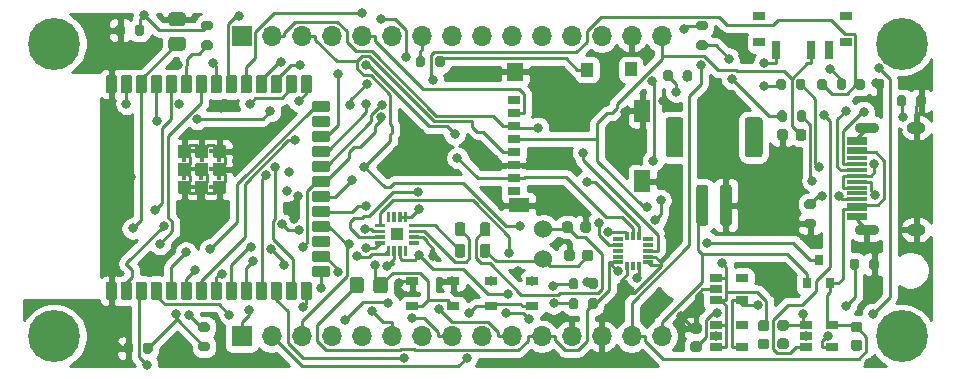
<source format=gbr>
%TF.GenerationSoftware,KiCad,Pcbnew,(5.1.12)-1*%
%TF.CreationDate,2022-11-06T18:41:51+01:00*%
%TF.ProjectId,NewmorphS3,4e65776d-6f72-4706-9853-332e6b696361,rev?*%
%TF.SameCoordinates,Original*%
%TF.FileFunction,Copper,L4,Bot*%
%TF.FilePolarity,Positive*%
%FSLAX46Y46*%
G04 Gerber Fmt 4.6, Leading zero omitted, Abs format (unit mm)*
G04 Created by KiCad (PCBNEW (5.1.12)-1) date 2022-11-06 18:41:51*
%MOMM*%
%LPD*%
G01*
G04 APERTURE LIST*
%TA.AperFunction,SMDPad,CuDef*%
%ADD10R,0.800000X0.900000*%
%TD*%
%TA.AperFunction,ComponentPad*%
%ADD11O,1.600000X1.000000*%
%TD*%
%TA.AperFunction,ComponentPad*%
%ADD12O,2.100000X0.900000*%
%TD*%
%TA.AperFunction,SMDPad,CuDef*%
%ADD13R,1.750000X0.300000*%
%TD*%
%TA.AperFunction,SMDPad,CuDef*%
%ADD14R,1.050000X0.650000*%
%TD*%
%TA.AperFunction,SMDPad,CuDef*%
%ADD15R,0.700000X1.500000*%
%TD*%
%TA.AperFunction,SMDPad,CuDef*%
%ADD16R,1.000000X0.800000*%
%TD*%
%TA.AperFunction,SMDPad,CuDef*%
%ADD17R,1.060000X0.650000*%
%TD*%
%TA.AperFunction,ComponentPad*%
%ADD18C,0.400000*%
%TD*%
%TA.AperFunction,ComponentPad*%
%ADD19R,1.700000X1.700000*%
%TD*%
%TA.AperFunction,ComponentPad*%
%ADD20O,1.700000X1.700000*%
%TD*%
%TA.AperFunction,ComponentPad*%
%ADD21C,0.700000*%
%TD*%
%TA.AperFunction,ComponentPad*%
%ADD22C,4.400000*%
%TD*%
%TA.AperFunction,SMDPad,CuDef*%
%ADD23R,0.300000X0.800000*%
%TD*%
%TA.AperFunction,SMDPad,CuDef*%
%ADD24R,0.925000X0.300000*%
%TD*%
%TA.AperFunction,SMDPad,CuDef*%
%ADD25R,1.000000X1.200000*%
%TD*%
%TA.AperFunction,SMDPad,CuDef*%
%ADD26R,1.800000X1.170000*%
%TD*%
%TA.AperFunction,SMDPad,CuDef*%
%ADD27R,1.100000X0.750000*%
%TD*%
%TA.AperFunction,SMDPad,CuDef*%
%ADD28R,1.350000X1.550000*%
%TD*%
%TA.AperFunction,SMDPad,CuDef*%
%ADD29R,1.350000X1.900000*%
%TD*%
%TA.AperFunction,SMDPad,CuDef*%
%ADD30C,1.524000*%
%TD*%
%TA.AperFunction,SMDPad,CuDef*%
%ADD31R,1.100000X1.100000*%
%TD*%
%TA.AperFunction,ViaPad*%
%ADD32C,0.800000*%
%TD*%
%TA.AperFunction,Conductor*%
%ADD33C,0.250000*%
%TD*%
%TA.AperFunction,Conductor*%
%ADD34C,0.254000*%
%TD*%
%TA.AperFunction,Conductor*%
%ADD35C,0.100000*%
%TD*%
G04 APERTURE END LIST*
%TO.P,C101,1*%
%TO.N,/VUSB*%
%TA.AperFunction,SMDPad,CuDef*%
G36*
G01*
X117860000Y-90215000D02*
X118360000Y-90215000D01*
G75*
G02*
X118585000Y-90440000I0J-225000D01*
G01*
X118585000Y-90890000D01*
G75*
G02*
X118360000Y-91115000I-225000J0D01*
G01*
X117860000Y-91115000D01*
G75*
G02*
X117635000Y-90890000I0J225000D01*
G01*
X117635000Y-90440000D01*
G75*
G02*
X117860000Y-90215000I225000J0D01*
G01*
G37*
%TD.AperFunction*%
%TO.P,C101,2*%
%TO.N,GND*%
%TA.AperFunction,SMDPad,CuDef*%
G36*
G01*
X117860000Y-91765000D02*
X118360000Y-91765000D01*
G75*
G02*
X118585000Y-91990000I0J-225000D01*
G01*
X118585000Y-92440000D01*
G75*
G02*
X118360000Y-92665000I-225000J0D01*
G01*
X117860000Y-92665000D01*
G75*
G02*
X117635000Y-92440000I0J225000D01*
G01*
X117635000Y-91990000D01*
G75*
G02*
X117860000Y-91765000I225000J0D01*
G01*
G37*
%TD.AperFunction*%
%TD*%
%TO.P,C102,1*%
%TO.N,GND*%
%TA.AperFunction,SMDPad,CuDef*%
G36*
G01*
X110486000Y-92551000D02*
X109986000Y-92551000D01*
G75*
G02*
X109761000Y-92326000I0J225000D01*
G01*
X109761000Y-91876000D01*
G75*
G02*
X109986000Y-91651000I225000J0D01*
G01*
X110486000Y-91651000D01*
G75*
G02*
X110711000Y-91876000I0J-225000D01*
G01*
X110711000Y-92326000D01*
G75*
G02*
X110486000Y-92551000I-225000J0D01*
G01*
G37*
%TD.AperFunction*%
%TO.P,C102,2*%
%TO.N,Net-(C102-Pad2)*%
%TA.AperFunction,SMDPad,CuDef*%
G36*
G01*
X110486000Y-91001000D02*
X109986000Y-91001000D01*
G75*
G02*
X109761000Y-90776000I0J225000D01*
G01*
X109761000Y-90326000D01*
G75*
G02*
X109986000Y-90101000I225000J0D01*
G01*
X110486000Y-90101000D01*
G75*
G02*
X110711000Y-90326000I0J-225000D01*
G01*
X110711000Y-90776000D01*
G75*
G02*
X110486000Y-91001000I-225000J0D01*
G01*
G37*
%TD.AperFunction*%
%TD*%
%TO.P,C103,2*%
%TO.N,Net-(C103-Pad2)*%
%TA.AperFunction,SMDPad,CuDef*%
G36*
G01*
X104271000Y-91879000D02*
X104771000Y-91879000D01*
G75*
G02*
X104996000Y-92104000I0J-225000D01*
G01*
X104996000Y-92554000D01*
G75*
G02*
X104771000Y-92779000I-225000J0D01*
G01*
X104271000Y-92779000D01*
G75*
G02*
X104046000Y-92554000I0J225000D01*
G01*
X104046000Y-92104000D01*
G75*
G02*
X104271000Y-91879000I225000J0D01*
G01*
G37*
%TD.AperFunction*%
%TO.P,C103,1*%
%TO.N,GND*%
%TA.AperFunction,SMDPad,CuDef*%
G36*
G01*
X104271000Y-90329000D02*
X104771000Y-90329000D01*
G75*
G02*
X104996000Y-90554000I0J-225000D01*
G01*
X104996000Y-91004000D01*
G75*
G02*
X104771000Y-91229000I-225000J0D01*
G01*
X104271000Y-91229000D01*
G75*
G02*
X104046000Y-91004000I0J225000D01*
G01*
X104046000Y-90554000D01*
G75*
G02*
X104271000Y-90329000I225000J0D01*
G01*
G37*
%TD.AperFunction*%
%TD*%
%TO.P,C104,2*%
%TO.N,GND*%
%TA.AperFunction,SMDPad,CuDef*%
G36*
G01*
X111637000Y-91625000D02*
X112137000Y-91625000D01*
G75*
G02*
X112362000Y-91850000I0J-225000D01*
G01*
X112362000Y-92300000D01*
G75*
G02*
X112137000Y-92525000I-225000J0D01*
G01*
X111637000Y-92525000D01*
G75*
G02*
X111412000Y-92300000I0J225000D01*
G01*
X111412000Y-91850000D01*
G75*
G02*
X111637000Y-91625000I225000J0D01*
G01*
G37*
%TD.AperFunction*%
%TO.P,C104,1*%
%TO.N,/VBAT*%
%TA.AperFunction,SMDPad,CuDef*%
G36*
G01*
X111637000Y-90075000D02*
X112137000Y-90075000D01*
G75*
G02*
X112362000Y-90300000I0J-225000D01*
G01*
X112362000Y-90750000D01*
G75*
G02*
X112137000Y-90975000I-225000J0D01*
G01*
X111637000Y-90975000D01*
G75*
G02*
X111412000Y-90750000I0J225000D01*
G01*
X111412000Y-90300000D01*
G75*
G02*
X111637000Y-90075000I225000J0D01*
G01*
G37*
%TD.AperFunction*%
%TD*%
%TO.P,C105,1*%
%TO.N,GND*%
%TA.AperFunction,SMDPad,CuDef*%
G36*
G01*
X60104000Y-64012500D02*
X61054000Y-64012500D01*
G75*
G02*
X61304000Y-64262500I0J-250000D01*
G01*
X61304000Y-64937500D01*
G75*
G02*
X61054000Y-65187500I-250000J0D01*
G01*
X60104000Y-65187500D01*
G75*
G02*
X59854000Y-64937500I0J250000D01*
G01*
X59854000Y-64262500D01*
G75*
G02*
X60104000Y-64012500I250000J0D01*
G01*
G37*
%TD.AperFunction*%
%TO.P,C105,2*%
%TO.N,/EN*%
%TA.AperFunction,SMDPad,CuDef*%
G36*
G01*
X60104000Y-66087500D02*
X61054000Y-66087500D01*
G75*
G02*
X61304000Y-66337500I0J-250000D01*
G01*
X61304000Y-67012500D01*
G75*
G02*
X61054000Y-67262500I-250000J0D01*
G01*
X60104000Y-67262500D01*
G75*
G02*
X59854000Y-67012500I0J250000D01*
G01*
X59854000Y-66337500D01*
G75*
G02*
X60104000Y-66087500I250000J0D01*
G01*
G37*
%TD.AperFunction*%
%TD*%
D10*
%TO.P,D101,1*%
%TO.N,/VUSB*%
X115850000Y-86950000D03*
%TO.P,D101,2*%
%TO.N,/VBAT*%
X113950000Y-86950000D03*
%TO.P,D101,3*%
%TO.N,Net-(C102-Pad2)*%
X114900000Y-84950000D03*
%TD*%
D11*
%TO.P,J101,S1*%
%TO.N,GND*%
X123155000Y-73785000D03*
X123155000Y-82425000D03*
D12*
X118975000Y-73785000D03*
X118975000Y-82425000D03*
D13*
%TO.P,J101,A7*%
%TO.N,Net-(J101-PadA7)*%
X118135000Y-78355000D03*
%TO.P,J101,B6*%
%TO.N,Net-(J101-PadA6)*%
X118135000Y-78855000D03*
%TO.P,J101,A8*%
%TO.N,N/C*%
X118135000Y-79355000D03*
%TO.P,J101,B5*%
%TO.N,Net-(J101-PadB5)*%
X118135000Y-79855000D03*
%TO.P,J101,B7*%
%TO.N,Net-(J101-PadA7)*%
X118135000Y-77355000D03*
%TO.P,J101,B8*%
%TO.N,N/C*%
X118135000Y-76355000D03*
%TO.P,J101,A5*%
%TO.N,Net-(J101-PadA5)*%
X118135000Y-76855000D03*
%TO.P,J101,A6*%
%TO.N,Net-(J101-PadA6)*%
X118135000Y-77855000D03*
%TO.P,J101,A1*%
%TO.N,GND*%
X118135000Y-74755000D03*
%TO.P,J101,B12*%
X118135000Y-75055000D03*
%TO.P,J101,A4*%
%TO.N,/VUSB*%
X118135000Y-75555000D03*
%TO.P,J101,B9*%
X118135000Y-75855000D03*
%TO.P,J101,A9*%
X118135000Y-80655000D03*
%TO.P,J101,B4*%
X118135000Y-80355000D03*
%TO.P,J101,B1*%
%TO.N,GND*%
X118135000Y-81155000D03*
%TO.P,J101,A12*%
X118135000Y-81455000D03*
%TD*%
%TO.P,R101,2*%
%TO.N,Net-(R101-Pad2)*%
%TA.AperFunction,SMDPad,CuDef*%
G36*
G01*
X118350000Y-85069000D02*
X118350000Y-85619000D01*
G75*
G02*
X118150000Y-85819000I-200000J0D01*
G01*
X117750000Y-85819000D01*
G75*
G02*
X117550000Y-85619000I0J200000D01*
G01*
X117550000Y-85069000D01*
G75*
G02*
X117750000Y-84869000I200000J0D01*
G01*
X118150000Y-84869000D01*
G75*
G02*
X118350000Y-85069000I0J-200000D01*
G01*
G37*
%TD.AperFunction*%
%TO.P,R101,1*%
%TO.N,GND*%
%TA.AperFunction,SMDPad,CuDef*%
G36*
G01*
X120000000Y-85069000D02*
X120000000Y-85619000D01*
G75*
G02*
X119800000Y-85819000I-200000J0D01*
G01*
X119400000Y-85819000D01*
G75*
G02*
X119200000Y-85619000I0J200000D01*
G01*
X119200000Y-85069000D01*
G75*
G02*
X119400000Y-84869000I200000J0D01*
G01*
X119800000Y-84869000D01*
G75*
G02*
X120000000Y-85069000I0J-200000D01*
G01*
G37*
%TD.AperFunction*%
%TD*%
%TO.P,R102,1*%
%TO.N,GND*%
%TA.AperFunction,SMDPad,CuDef*%
G36*
G01*
X123970000Y-71226000D02*
X123970000Y-71776000D01*
G75*
G02*
X123770000Y-71976000I-200000J0D01*
G01*
X123370000Y-71976000D01*
G75*
G02*
X123170000Y-71776000I0J200000D01*
G01*
X123170000Y-71226000D01*
G75*
G02*
X123370000Y-71026000I200000J0D01*
G01*
X123770000Y-71026000D01*
G75*
G02*
X123970000Y-71226000I0J-200000D01*
G01*
G37*
%TD.AperFunction*%
%TO.P,R102,2*%
%TO.N,Net-(J101-PadA5)*%
%TA.AperFunction,SMDPad,CuDef*%
G36*
G01*
X122320000Y-71226000D02*
X122320000Y-71776000D01*
G75*
G02*
X122120000Y-71976000I-200000J0D01*
G01*
X121720000Y-71976000D01*
G75*
G02*
X121520000Y-71776000I0J200000D01*
G01*
X121520000Y-71226000D01*
G75*
G02*
X121720000Y-71026000I200000J0D01*
G01*
X122120000Y-71026000D01*
G75*
G02*
X122320000Y-71226000I0J-200000D01*
G01*
G37*
%TD.AperFunction*%
%TD*%
%TO.P,R103,2*%
%TO.N,Net-(J101-PadB5)*%
%TA.AperFunction,SMDPad,CuDef*%
G36*
G01*
X114448000Y-80664000D02*
X113898000Y-80664000D01*
G75*
G02*
X113698000Y-80464000I0J200000D01*
G01*
X113698000Y-80064000D01*
G75*
G02*
X113898000Y-79864000I200000J0D01*
G01*
X114448000Y-79864000D01*
G75*
G02*
X114648000Y-80064000I0J-200000D01*
G01*
X114648000Y-80464000D01*
G75*
G02*
X114448000Y-80664000I-200000J0D01*
G01*
G37*
%TD.AperFunction*%
%TO.P,R103,1*%
%TO.N,GND*%
%TA.AperFunction,SMDPad,CuDef*%
G36*
G01*
X114448000Y-82314000D02*
X113898000Y-82314000D01*
G75*
G02*
X113698000Y-82114000I0J200000D01*
G01*
X113698000Y-81714000D01*
G75*
G02*
X113898000Y-81514000I200000J0D01*
G01*
X114448000Y-81514000D01*
G75*
G02*
X114648000Y-81714000I0J-200000D01*
G01*
X114648000Y-82114000D01*
G75*
G02*
X114448000Y-82314000I-200000J0D01*
G01*
G37*
%TD.AperFunction*%
%TD*%
%TO.P,R104,1*%
%TO.N,/VUSB*%
%TA.AperFunction,SMDPad,CuDef*%
G36*
G01*
X105304000Y-67201000D02*
X104754000Y-67201000D01*
G75*
G02*
X104554000Y-67001000I0J200000D01*
G01*
X104554000Y-66601000D01*
G75*
G02*
X104754000Y-66401000I200000J0D01*
G01*
X105304000Y-66401000D01*
G75*
G02*
X105504000Y-66601000I0J-200000D01*
G01*
X105504000Y-67001000D01*
G75*
G02*
X105304000Y-67201000I-200000J0D01*
G01*
G37*
%TD.AperFunction*%
%TO.P,R104,2*%
%TO.N,Net-(D102-Pad2)*%
%TA.AperFunction,SMDPad,CuDef*%
G36*
G01*
X105304000Y-65551000D02*
X104754000Y-65551000D01*
G75*
G02*
X104554000Y-65351000I0J200000D01*
G01*
X104554000Y-64951000D01*
G75*
G02*
X104754000Y-64751000I200000J0D01*
G01*
X105304000Y-64751000D01*
G75*
G02*
X105504000Y-64951000I0J-200000D01*
G01*
X105504000Y-65351000D01*
G75*
G02*
X105304000Y-65551000I-200000J0D01*
G01*
G37*
%TD.AperFunction*%
%TD*%
%TO.P,R105,1*%
%TO.N,+3V3*%
%TA.AperFunction,SMDPad,CuDef*%
G36*
G01*
X75200000Y-87572001D02*
X75200000Y-86671999D01*
G75*
G02*
X75449999Y-86422000I249999J0D01*
G01*
X76150001Y-86422000D01*
G75*
G02*
X76400000Y-86671999I0J-249999D01*
G01*
X76400000Y-87572001D01*
G75*
G02*
X76150001Y-87822000I-249999J0D01*
G01*
X75449999Y-87822000D01*
G75*
G02*
X75200000Y-87572001I0J249999D01*
G01*
G37*
%TD.AperFunction*%
%TO.P,R105,2*%
%TO.N,/EN*%
%TA.AperFunction,SMDPad,CuDef*%
G36*
G01*
X77200000Y-87572001D02*
X77200000Y-86671999D01*
G75*
G02*
X77449999Y-86422000I249999J0D01*
G01*
X78150001Y-86422000D01*
G75*
G02*
X78400000Y-86671999I0J-249999D01*
G01*
X78400000Y-87572001D01*
G75*
G02*
X78150001Y-87822000I-249999J0D01*
G01*
X77449999Y-87822000D01*
G75*
G02*
X77200000Y-87572001I0J249999D01*
G01*
G37*
%TD.AperFunction*%
%TD*%
%TO.P,R108,1*%
%TO.N,GND*%
%TA.AperFunction,SMDPad,CuDef*%
G36*
G01*
X55353000Y-65807000D02*
X55353000Y-65257000D01*
G75*
G02*
X55553000Y-65057000I200000J0D01*
G01*
X55953000Y-65057000D01*
G75*
G02*
X56153000Y-65257000I0J-200000D01*
G01*
X56153000Y-65807000D01*
G75*
G02*
X55953000Y-66007000I-200000J0D01*
G01*
X55553000Y-66007000D01*
G75*
G02*
X55353000Y-65807000I0J200000D01*
G01*
G37*
%TD.AperFunction*%
%TO.P,R108,2*%
%TO.N,Net-(R108-Pad2)*%
%TA.AperFunction,SMDPad,CuDef*%
G36*
G01*
X57003000Y-65807000D02*
X57003000Y-65257000D01*
G75*
G02*
X57203000Y-65057000I200000J0D01*
G01*
X57603000Y-65057000D01*
G75*
G02*
X57803000Y-65257000I0J-200000D01*
G01*
X57803000Y-65807000D01*
G75*
G02*
X57603000Y-66007000I-200000J0D01*
G01*
X57203000Y-66007000D01*
G75*
G02*
X57003000Y-65807000I0J200000D01*
G01*
G37*
%TD.AperFunction*%
%TD*%
%TO.P,R109,2*%
%TO.N,Net-(R108-Pad2)*%
%TA.AperFunction,SMDPad,CuDef*%
G36*
G01*
X63394000Y-65551000D02*
X62844000Y-65551000D01*
G75*
G02*
X62644000Y-65351000I0J200000D01*
G01*
X62644000Y-64951000D01*
G75*
G02*
X62844000Y-64751000I200000J0D01*
G01*
X63394000Y-64751000D01*
G75*
G02*
X63594000Y-64951000I0J-200000D01*
G01*
X63594000Y-65351000D01*
G75*
G02*
X63394000Y-65551000I-200000J0D01*
G01*
G37*
%TD.AperFunction*%
%TO.P,R109,1*%
%TO.N,/BUTT1*%
%TA.AperFunction,SMDPad,CuDef*%
G36*
G01*
X63394000Y-67201000D02*
X62844000Y-67201000D01*
G75*
G02*
X62644000Y-67001000I0J200000D01*
G01*
X62644000Y-66601000D01*
G75*
G02*
X62844000Y-66401000I200000J0D01*
G01*
X63394000Y-66401000D01*
G75*
G02*
X63594000Y-66601000I0J-200000D01*
G01*
X63594000Y-67001000D01*
G75*
G02*
X63394000Y-67201000I-200000J0D01*
G01*
G37*
%TD.AperFunction*%
%TD*%
%TO.P,R110,2*%
%TO.N,Net-(R110-Pad2)*%
%TA.AperFunction,SMDPad,CuDef*%
G36*
G01*
X57702000Y-92731000D02*
X57702000Y-92181000D01*
G75*
G02*
X57902000Y-91981000I200000J0D01*
G01*
X58302000Y-91981000D01*
G75*
G02*
X58502000Y-92181000I0J-200000D01*
G01*
X58502000Y-92731000D01*
G75*
G02*
X58302000Y-92931000I-200000J0D01*
G01*
X57902000Y-92931000D01*
G75*
G02*
X57702000Y-92731000I0J200000D01*
G01*
G37*
%TD.AperFunction*%
%TO.P,R110,1*%
%TO.N,GND*%
%TA.AperFunction,SMDPad,CuDef*%
G36*
G01*
X56052000Y-92731000D02*
X56052000Y-92181000D01*
G75*
G02*
X56252000Y-91981000I200000J0D01*
G01*
X56652000Y-91981000D01*
G75*
G02*
X56852000Y-92181000I0J-200000D01*
G01*
X56852000Y-92731000D01*
G75*
G02*
X56652000Y-92931000I-200000J0D01*
G01*
X56252000Y-92931000D01*
G75*
G02*
X56052000Y-92731000I0J200000D01*
G01*
G37*
%TD.AperFunction*%
%TD*%
%TO.P,R111,2*%
%TO.N,Net-(R110-Pad2)*%
%TA.AperFunction,SMDPad,CuDef*%
G36*
G01*
X62590000Y-91929000D02*
X63140000Y-91929000D01*
G75*
G02*
X63340000Y-92129000I0J-200000D01*
G01*
X63340000Y-92529000D01*
G75*
G02*
X63140000Y-92729000I-200000J0D01*
G01*
X62590000Y-92729000D01*
G75*
G02*
X62390000Y-92529000I0J200000D01*
G01*
X62390000Y-92129000D01*
G75*
G02*
X62590000Y-91929000I200000J0D01*
G01*
G37*
%TD.AperFunction*%
%TO.P,R111,1*%
%TO.N,/BUTT2*%
%TA.AperFunction,SMDPad,CuDef*%
G36*
G01*
X62590000Y-90279000D02*
X63140000Y-90279000D01*
G75*
G02*
X63340000Y-90479000I0J-200000D01*
G01*
X63340000Y-90879000D01*
G75*
G02*
X63140000Y-91079000I-200000J0D01*
G01*
X62590000Y-91079000D01*
G75*
G02*
X62390000Y-90879000I0J200000D01*
G01*
X62390000Y-90479000D01*
G75*
G02*
X62590000Y-90279000I200000J0D01*
G01*
G37*
%TD.AperFunction*%
%TD*%
%TO.P,R112,1*%
%TO.N,/D-*%
%TA.AperFunction,SMDPad,CuDef*%
G36*
G01*
X111400000Y-73075000D02*
X111400000Y-72525000D01*
G75*
G02*
X111600000Y-72325000I200000J0D01*
G01*
X112000000Y-72325000D01*
G75*
G02*
X112200000Y-72525000I0J-200000D01*
G01*
X112200000Y-73075000D01*
G75*
G02*
X112000000Y-73275000I-200000J0D01*
G01*
X111600000Y-73275000D01*
G75*
G02*
X111400000Y-73075000I0J200000D01*
G01*
G37*
%TD.AperFunction*%
%TO.P,R112,2*%
%TO.N,Net-(J101-PadA7)*%
%TA.AperFunction,SMDPad,CuDef*%
G36*
G01*
X113050000Y-73075000D02*
X113050000Y-72525000D01*
G75*
G02*
X113250000Y-72325000I200000J0D01*
G01*
X113650000Y-72325000D01*
G75*
G02*
X113850000Y-72525000I0J-200000D01*
G01*
X113850000Y-73075000D01*
G75*
G02*
X113650000Y-73275000I-200000J0D01*
G01*
X113250000Y-73275000D01*
G75*
G02*
X113050000Y-73075000I0J200000D01*
G01*
G37*
%TD.AperFunction*%
%TD*%
%TO.P,R113,1*%
%TO.N,/D+*%
%TA.AperFunction,SMDPad,CuDef*%
G36*
G01*
X111329000Y-70376000D02*
X111329000Y-69826000D01*
G75*
G02*
X111529000Y-69626000I200000J0D01*
G01*
X111929000Y-69626000D01*
G75*
G02*
X112129000Y-69826000I0J-200000D01*
G01*
X112129000Y-70376000D01*
G75*
G02*
X111929000Y-70576000I-200000J0D01*
G01*
X111529000Y-70576000D01*
G75*
G02*
X111329000Y-70376000I0J200000D01*
G01*
G37*
%TD.AperFunction*%
%TO.P,R113,2*%
%TO.N,Net-(J101-PadA6)*%
%TA.AperFunction,SMDPad,CuDef*%
G36*
G01*
X112979000Y-70376000D02*
X112979000Y-69826000D01*
G75*
G02*
X113179000Y-69626000I200000J0D01*
G01*
X113579000Y-69626000D01*
G75*
G02*
X113779000Y-69826000I0J-200000D01*
G01*
X113779000Y-70376000D01*
G75*
G02*
X113579000Y-70576000I-200000J0D01*
G01*
X113179000Y-70576000D01*
G75*
G02*
X112979000Y-70376000I0J200000D01*
G01*
G37*
%TD.AperFunction*%
%TD*%
D14*
%TO.P,SW101,2*%
%TO.N,GND*%
X83975000Y-86790000D03*
X80510000Y-86790000D03*
%TO.P,SW101,1*%
%TO.N,/EN*%
X83975000Y-88890000D03*
X80510000Y-88890000D03*
%TD*%
%TO.P,SW102,1*%
%TO.N,/IO0*%
X87200000Y-88890000D03*
X90665000Y-88890000D03*
%TO.P,SW102,2*%
%TO.N,GND*%
X87200000Y-86790000D03*
X90665000Y-86790000D03*
%TD*%
D15*
%TO.P,SW105,1*%
%TO.N,Net-(C103-Pad2)*%
X111288000Y-67216000D03*
%TO.P,SW105,2*%
%TO.N,+3V3*%
X114288000Y-67216000D03*
%TO.P,SW105,3*%
%TO.N,N/C*%
X115788000Y-67216000D03*
D16*
%TO.P,SW105,*%
%TO.N,*%
X109888000Y-64356000D03*
X117188000Y-64356000D03*
X117188000Y-66566000D03*
X109888000Y-66566000D03*
%TD*%
D17*
%TO.P,U101,1*%
%TO.N,Net-(D102-Pad1)*%
X113835000Y-92390000D03*
%TO.P,U101,2*%
%TO.N,GND*%
X113835000Y-91440000D03*
%TO.P,U101,3*%
%TO.N,/VBAT*%
X113835000Y-90490000D03*
%TO.P,U101,4*%
%TO.N,/VUSB*%
X116035000Y-90490000D03*
%TO.P,U101,5*%
%TO.N,Net-(R101-Pad2)*%
X116035000Y-92390000D03*
%TD*%
%TO.P,U102,5*%
%TO.N,Net-(C103-Pad2)*%
X108415000Y-92390000D03*
%TO.P,U102,4*%
%TO.N,N/C*%
X108415000Y-90490000D03*
%TO.P,U102,3*%
%TO.N,Net-(C102-Pad2)*%
X106215000Y-90490000D03*
%TO.P,U102,2*%
%TO.N,GND*%
X106215000Y-91440000D03*
%TO.P,U102,1*%
%TO.N,Net-(C102-Pad2)*%
X106215000Y-92390000D03*
%TD*%
%TO.P,U103,41*%
%TO.N,GND*%
%TA.AperFunction,SMDPad,CuDef*%
G36*
G01*
X64643100Y-76360000D02*
X63716900Y-76360000D01*
G75*
G02*
X63630000Y-76273100I0J86900D01*
G01*
X63630000Y-75346900D01*
G75*
G02*
X63716900Y-75260000I86900J0D01*
G01*
X64643100Y-75260000D01*
G75*
G02*
X64730000Y-75346900I0J-86900D01*
G01*
X64730000Y-76273100D01*
G75*
G02*
X64643100Y-76360000I-86900J0D01*
G01*
G37*
%TD.AperFunction*%
%TA.AperFunction,SMDPad,CuDef*%
G36*
G01*
X63143100Y-79360000D02*
X62216900Y-79360000D01*
G75*
G02*
X62130000Y-79273100I0J86900D01*
G01*
X62130000Y-78346900D01*
G75*
G02*
X62216900Y-78260000I86900J0D01*
G01*
X63143100Y-78260000D01*
G75*
G02*
X63230000Y-78346900I0J-86900D01*
G01*
X63230000Y-79273100D01*
G75*
G02*
X63143100Y-79360000I-86900J0D01*
G01*
G37*
%TD.AperFunction*%
%TA.AperFunction,SMDPad,CuDef*%
G36*
G01*
X63143100Y-77860000D02*
X62216900Y-77860000D01*
G75*
G02*
X62130000Y-77773100I0J86900D01*
G01*
X62130000Y-76846900D01*
G75*
G02*
X62216900Y-76760000I86900J0D01*
G01*
X63143100Y-76760000D01*
G75*
G02*
X63230000Y-76846900I0J-86900D01*
G01*
X63230000Y-77773100D01*
G75*
G02*
X63143100Y-77860000I-86900J0D01*
G01*
G37*
%TD.AperFunction*%
D18*
%TO.P,U103,*%
%TO.N,*%
X62599000Y-78086000D03*
X64123000Y-76562000D03*
%TO.P,U103,41*%
%TO.N,GND*%
%TA.AperFunction,SMDPad,CuDef*%
G36*
G01*
X64643100Y-79360000D02*
X63716900Y-79360000D01*
G75*
G02*
X63630000Y-79273100I0J86900D01*
G01*
X63630000Y-78346900D01*
G75*
G02*
X63716900Y-78260000I86900J0D01*
G01*
X64643100Y-78260000D01*
G75*
G02*
X64730000Y-78346900I0J-86900D01*
G01*
X64730000Y-79273100D01*
G75*
G02*
X64643100Y-79360000I-86900J0D01*
G01*
G37*
%TD.AperFunction*%
%TA.AperFunction,SMDPad,CuDef*%
G36*
G01*
X61643100Y-79360000D02*
X60716900Y-79360000D01*
G75*
G02*
X60630000Y-79273100I0J86900D01*
G01*
X60630000Y-78346900D01*
G75*
G02*
X60716900Y-78260000I86900J0D01*
G01*
X61643100Y-78260000D01*
G75*
G02*
X61730000Y-78346900I0J-86900D01*
G01*
X61730000Y-79273100D01*
G75*
G02*
X61643100Y-79360000I-86900J0D01*
G01*
G37*
%TD.AperFunction*%
%TA.AperFunction,SMDPad,CuDef*%
G36*
G01*
X61643100Y-77860000D02*
X60716900Y-77860000D01*
G75*
G02*
X60630000Y-77773100I0J86900D01*
G01*
X60630000Y-76846900D01*
G75*
G02*
X60716900Y-76760000I86900J0D01*
G01*
X61643100Y-76760000D01*
G75*
G02*
X61730000Y-76846900I0J-86900D01*
G01*
X61730000Y-77773100D01*
G75*
G02*
X61643100Y-77860000I-86900J0D01*
G01*
G37*
%TD.AperFunction*%
%TO.P,U103,*%
%TO.N,*%
X63411800Y-77273200D03*
X64123000Y-78035200D03*
X61125800Y-76562000D03*
X62649800Y-76562000D03*
%TO.P,U103,41*%
%TO.N,GND*%
%TA.AperFunction,SMDPad,CuDef*%
G36*
G01*
X63143100Y-76360000D02*
X62216900Y-76360000D01*
G75*
G02*
X62130000Y-76273100I0J86900D01*
G01*
X62130000Y-75346900D01*
G75*
G02*
X62216900Y-75260000I86900J0D01*
G01*
X63143100Y-75260000D01*
G75*
G02*
X63230000Y-75346900I0J-86900D01*
G01*
X63230000Y-76273100D01*
G75*
G02*
X63143100Y-76360000I-86900J0D01*
G01*
G37*
%TD.AperFunction*%
%TA.AperFunction,SMDPad,CuDef*%
G36*
G01*
X61643100Y-76360000D02*
X60716900Y-76360000D01*
G75*
G02*
X60630000Y-76273100I0J86900D01*
G01*
X60630000Y-75346900D01*
G75*
G02*
X60716900Y-75260000I86900J0D01*
G01*
X61643100Y-75260000D01*
G75*
G02*
X61730000Y-75346900I0J-86900D01*
G01*
X61730000Y-76273100D01*
G75*
G02*
X61643100Y-76360000I-86900J0D01*
G01*
G37*
%TD.AperFunction*%
%TO.P,U103,*%
%TO.N,*%
X63411800Y-75800000D03*
X61125800Y-78086000D03*
X61938600Y-75800000D03*
X61938600Y-77324000D03*
X61938600Y-78797200D03*
X63411800Y-78797200D03*
%TO.P,U103,41*%
%TO.N,GND*%
%TA.AperFunction,SMDPad,CuDef*%
G36*
G01*
X64643100Y-77860000D02*
X63716900Y-77860000D01*
G75*
G02*
X63630000Y-77773100I0J86900D01*
G01*
X63630000Y-76846900D01*
G75*
G02*
X63716900Y-76760000I86900J0D01*
G01*
X64643100Y-76760000D01*
G75*
G02*
X64730000Y-76846900I0J-86900D01*
G01*
X64730000Y-77773100D01*
G75*
G02*
X64643100Y-77860000I-86900J0D01*
G01*
G37*
%TD.AperFunction*%
%TO.P,U103,1*%
%TA.AperFunction,SMDPad,CuDef*%
G36*
G01*
X54646100Y-69350000D02*
X55403900Y-69350000D01*
G75*
G02*
X55475000Y-69421100I0J-71100D01*
G01*
X55475000Y-70778900D01*
G75*
G02*
X55403900Y-70850000I-71100J0D01*
G01*
X54646100Y-70850000D01*
G75*
G02*
X54575000Y-70778900I0J71100D01*
G01*
X54575000Y-69421100D01*
G75*
G02*
X54646100Y-69350000I71100J0D01*
G01*
G37*
%TD.AperFunction*%
%TO.P,U103,2*%
%TO.N,+3V3*%
%TA.AperFunction,SMDPad,CuDef*%
G36*
G01*
X55916100Y-69350000D02*
X56673900Y-69350000D01*
G75*
G02*
X56745000Y-69421100I0J-71100D01*
G01*
X56745000Y-70778900D01*
G75*
G02*
X56673900Y-70850000I-71100J0D01*
G01*
X55916100Y-70850000D01*
G75*
G02*
X55845000Y-70778900I0J71100D01*
G01*
X55845000Y-69421100D01*
G75*
G02*
X55916100Y-69350000I71100J0D01*
G01*
G37*
%TD.AperFunction*%
%TO.P,U103,3*%
%TO.N,/EN*%
%TA.AperFunction,SMDPad,CuDef*%
G36*
G01*
X57186100Y-69350000D02*
X57943900Y-69350000D01*
G75*
G02*
X58015000Y-69421100I0J-71100D01*
G01*
X58015000Y-70778900D01*
G75*
G02*
X57943900Y-70850000I-71100J0D01*
G01*
X57186100Y-70850000D01*
G75*
G02*
X57115000Y-70778900I0J71100D01*
G01*
X57115000Y-69421100D01*
G75*
G02*
X57186100Y-69350000I71100J0D01*
G01*
G37*
%TD.AperFunction*%
%TO.P,U103,4*%
%TO.N,ChkBat*%
%TA.AperFunction,SMDPad,CuDef*%
G36*
G01*
X58456100Y-69350000D02*
X59213900Y-69350000D01*
G75*
G02*
X59285000Y-69421100I0J-71100D01*
G01*
X59285000Y-70778900D01*
G75*
G02*
X59213900Y-70850000I-71100J0D01*
G01*
X58456100Y-70850000D01*
G75*
G02*
X58385000Y-70778900I0J71100D01*
G01*
X58385000Y-69421100D01*
G75*
G02*
X58456100Y-69350000I71100J0D01*
G01*
G37*
%TD.AperFunction*%
%TO.P,U103,5*%
%TO.N,/LEDA*%
%TA.AperFunction,SMDPad,CuDef*%
G36*
G01*
X59726100Y-69350000D02*
X60483900Y-69350000D01*
G75*
G02*
X60555000Y-69421100I0J-71100D01*
G01*
X60555000Y-70778900D01*
G75*
G02*
X60483900Y-70850000I-71100J0D01*
G01*
X59726100Y-70850000D01*
G75*
G02*
X59655000Y-70778900I0J71100D01*
G01*
X59655000Y-69421100D01*
G75*
G02*
X59726100Y-69350000I71100J0D01*
G01*
G37*
%TD.AperFunction*%
%TO.P,U103,6*%
%TO.N,/BUTT1*%
%TA.AperFunction,SMDPad,CuDef*%
G36*
G01*
X60996100Y-69350000D02*
X61753900Y-69350000D01*
G75*
G02*
X61825000Y-69421100I0J-71100D01*
G01*
X61825000Y-70778900D01*
G75*
G02*
X61753900Y-70850000I-71100J0D01*
G01*
X60996100Y-70850000D01*
G75*
G02*
X60925000Y-70778900I0J71100D01*
G01*
X60925000Y-69421100D01*
G75*
G02*
X60996100Y-69350000I71100J0D01*
G01*
G37*
%TD.AperFunction*%
%TO.P,U103,7*%
%TO.N,/BUTT2*%
%TA.AperFunction,SMDPad,CuDef*%
G36*
G01*
X62266100Y-69350000D02*
X63023900Y-69350000D01*
G75*
G02*
X63095000Y-69421100I0J-71100D01*
G01*
X63095000Y-70778900D01*
G75*
G02*
X63023900Y-70850000I-71100J0D01*
G01*
X62266100Y-70850000D01*
G75*
G02*
X62195000Y-70778900I0J71100D01*
G01*
X62195000Y-69421100D01*
G75*
G02*
X62266100Y-69350000I71100J0D01*
G01*
G37*
%TD.AperFunction*%
%TO.P,U103,8*%
%TO.N,/IO15*%
%TA.AperFunction,SMDPad,CuDef*%
G36*
G01*
X63536100Y-69350000D02*
X64293900Y-69350000D01*
G75*
G02*
X64365000Y-69421100I0J-71100D01*
G01*
X64365000Y-70778900D01*
G75*
G02*
X64293900Y-70850000I-71100J0D01*
G01*
X63536100Y-70850000D01*
G75*
G02*
X63465000Y-70778900I0J71100D01*
G01*
X63465000Y-69421100D01*
G75*
G02*
X63536100Y-69350000I71100J0D01*
G01*
G37*
%TD.AperFunction*%
%TO.P,U103,9*%
%TO.N,/IO16*%
%TA.AperFunction,SMDPad,CuDef*%
G36*
G01*
X64806100Y-69350000D02*
X65563900Y-69350000D01*
G75*
G02*
X65635000Y-69421100I0J-71100D01*
G01*
X65635000Y-70778900D01*
G75*
G02*
X65563900Y-70850000I-71100J0D01*
G01*
X64806100Y-70850000D01*
G75*
G02*
X64735000Y-70778900I0J71100D01*
G01*
X64735000Y-69421100D01*
G75*
G02*
X64806100Y-69350000I71100J0D01*
G01*
G37*
%TD.AperFunction*%
%TO.P,U103,10*%
%TO.N,/IO17*%
%TA.AperFunction,SMDPad,CuDef*%
G36*
G01*
X66076100Y-69350000D02*
X66833900Y-69350000D01*
G75*
G02*
X66905000Y-69421100I0J-71100D01*
G01*
X66905000Y-70778900D01*
G75*
G02*
X66833900Y-70850000I-71100J0D01*
G01*
X66076100Y-70850000D01*
G75*
G02*
X66005000Y-70778900I0J71100D01*
G01*
X66005000Y-69421100D01*
G75*
G02*
X66076100Y-69350000I71100J0D01*
G01*
G37*
%TD.AperFunction*%
%TO.P,U103,11*%
%TO.N,/IO18*%
%TA.AperFunction,SMDPad,CuDef*%
G36*
G01*
X67346100Y-69350000D02*
X68103900Y-69350000D01*
G75*
G02*
X68175000Y-69421100I0J-71100D01*
G01*
X68175000Y-70778900D01*
G75*
G02*
X68103900Y-70850000I-71100J0D01*
G01*
X67346100Y-70850000D01*
G75*
G02*
X67275000Y-70778900I0J71100D01*
G01*
X67275000Y-69421100D01*
G75*
G02*
X67346100Y-69350000I71100J0D01*
G01*
G37*
%TD.AperFunction*%
%TO.P,U103,12*%
%TO.N,/INT1*%
%TA.AperFunction,SMDPad,CuDef*%
G36*
G01*
X68616100Y-69350000D02*
X69373900Y-69350000D01*
G75*
G02*
X69445000Y-69421100I0J-71100D01*
G01*
X69445000Y-70778900D01*
G75*
G02*
X69373900Y-70850000I-71100J0D01*
G01*
X68616100Y-70850000D01*
G75*
G02*
X68545000Y-70778900I0J71100D01*
G01*
X68545000Y-69421100D01*
G75*
G02*
X68616100Y-69350000I71100J0D01*
G01*
G37*
%TD.AperFunction*%
%TO.P,U103,13*%
%TO.N,/D-*%
%TA.AperFunction,SMDPad,CuDef*%
G36*
G01*
X69886100Y-69350000D02*
X70643900Y-69350000D01*
G75*
G02*
X70715000Y-69421100I0J-71100D01*
G01*
X70715000Y-70778900D01*
G75*
G02*
X70643900Y-70850000I-71100J0D01*
G01*
X69886100Y-70850000D01*
G75*
G02*
X69815000Y-70778900I0J71100D01*
G01*
X69815000Y-69421100D01*
G75*
G02*
X69886100Y-69350000I71100J0D01*
G01*
G37*
%TD.AperFunction*%
%TO.P,U103,14*%
%TO.N,/D+*%
%TA.AperFunction,SMDPad,CuDef*%
G36*
G01*
X71156100Y-69350000D02*
X71913900Y-69350000D01*
G75*
G02*
X71985000Y-69421100I0J-71100D01*
G01*
X71985000Y-70778900D01*
G75*
G02*
X71913900Y-70850000I-71100J0D01*
G01*
X71156100Y-70850000D01*
G75*
G02*
X71085000Y-70778900I0J71100D01*
G01*
X71085000Y-69421100D01*
G75*
G02*
X71156100Y-69350000I71100J0D01*
G01*
G37*
%TD.AperFunction*%
%TO.P,U103,40*%
%TO.N,GND*%
%TA.AperFunction,SMDPad,CuDef*%
G36*
G01*
X54646100Y-86850000D02*
X55403900Y-86850000D01*
G75*
G02*
X55475000Y-86921100I0J-71100D01*
G01*
X55475000Y-88278900D01*
G75*
G02*
X55403900Y-88350000I-71100J0D01*
G01*
X54646100Y-88350000D01*
G75*
G02*
X54575000Y-88278900I0J71100D01*
G01*
X54575000Y-86921100D01*
G75*
G02*
X54646100Y-86850000I71100J0D01*
G01*
G37*
%TD.AperFunction*%
%TO.P,U103,39*%
%TO.N,/JoyX*%
%TA.AperFunction,SMDPad,CuDef*%
G36*
G01*
X55916100Y-86850000D02*
X56673900Y-86850000D01*
G75*
G02*
X56745000Y-86921100I0J-71100D01*
G01*
X56745000Y-88278900D01*
G75*
G02*
X56673900Y-88350000I-71100J0D01*
G01*
X55916100Y-88350000D01*
G75*
G02*
X55845000Y-88278900I0J71100D01*
G01*
X55845000Y-86921100D01*
G75*
G02*
X55916100Y-86850000I71100J0D01*
G01*
G37*
%TD.AperFunction*%
%TO.P,U103,38*%
%TO.N,/JoyY*%
%TA.AperFunction,SMDPad,CuDef*%
G36*
G01*
X57186100Y-86850000D02*
X57943900Y-86850000D01*
G75*
G02*
X58015000Y-86921100I0J-71100D01*
G01*
X58015000Y-88278900D01*
G75*
G02*
X57943900Y-88350000I-71100J0D01*
G01*
X57186100Y-88350000D01*
G75*
G02*
X57115000Y-88278900I0J71100D01*
G01*
X57115000Y-86921100D01*
G75*
G02*
X57186100Y-86850000I71100J0D01*
G01*
G37*
%TD.AperFunction*%
%TO.P,U103,37*%
%TO.N,/TXD*%
%TA.AperFunction,SMDPad,CuDef*%
G36*
G01*
X58456100Y-86850000D02*
X59213900Y-86850000D01*
G75*
G02*
X59285000Y-86921100I0J-71100D01*
G01*
X59285000Y-88278900D01*
G75*
G02*
X59213900Y-88350000I-71100J0D01*
G01*
X58456100Y-88350000D01*
G75*
G02*
X58385000Y-88278900I0J71100D01*
G01*
X58385000Y-86921100D01*
G75*
G02*
X58456100Y-86850000I71100J0D01*
G01*
G37*
%TD.AperFunction*%
%TO.P,U103,29*%
%TO.N,/SCK*%
%TA.AperFunction,SMDPad,CuDef*%
G36*
G01*
X68616100Y-86850000D02*
X69373900Y-86850000D01*
G75*
G02*
X69445000Y-86921100I0J-71100D01*
G01*
X69445000Y-88278900D01*
G75*
G02*
X69373900Y-88350000I-71100J0D01*
G01*
X68616100Y-88350000D01*
G75*
G02*
X68545000Y-88278900I0J71100D01*
G01*
X68545000Y-86921100D01*
G75*
G02*
X68616100Y-86850000I71100J0D01*
G01*
G37*
%TD.AperFunction*%
%TO.P,U103,35*%
%TO.N,/IO42*%
%TA.AperFunction,SMDPad,CuDef*%
G36*
G01*
X60996100Y-86850000D02*
X61753900Y-86850000D01*
G75*
G02*
X61825000Y-86921100I0J-71100D01*
G01*
X61825000Y-88278900D01*
G75*
G02*
X61753900Y-88350000I-71100J0D01*
G01*
X60996100Y-88350000D01*
G75*
G02*
X60925000Y-88278900I0J71100D01*
G01*
X60925000Y-86921100D01*
G75*
G02*
X60996100Y-86850000I71100J0D01*
G01*
G37*
%TD.AperFunction*%
%TO.P,U103,30*%
%TO.N,/MISO*%
%TA.AperFunction,SMDPad,CuDef*%
G36*
G01*
X67346100Y-86850000D02*
X68103900Y-86850000D01*
G75*
G02*
X68175000Y-86921100I0J-71100D01*
G01*
X68175000Y-88278900D01*
G75*
G02*
X68103900Y-88350000I-71100J0D01*
G01*
X67346100Y-88350000D01*
G75*
G02*
X67275000Y-88278900I0J71100D01*
G01*
X67275000Y-86921100D01*
G75*
G02*
X67346100Y-86850000I71100J0D01*
G01*
G37*
%TD.AperFunction*%
%TO.P,U103,27*%
%TO.N,/IO0*%
%TA.AperFunction,SMDPad,CuDef*%
G36*
G01*
X71156100Y-86850000D02*
X71913900Y-86850000D01*
G75*
G02*
X71985000Y-86921100I0J-71100D01*
G01*
X71985000Y-88278900D01*
G75*
G02*
X71913900Y-88350000I-71100J0D01*
G01*
X71156100Y-88350000D01*
G75*
G02*
X71085000Y-88278900I0J71100D01*
G01*
X71085000Y-86921100D01*
G75*
G02*
X71156100Y-86850000I71100J0D01*
G01*
G37*
%TD.AperFunction*%
%TO.P,U103,28*%
%TO.N,/MOSI*%
%TA.AperFunction,SMDPad,CuDef*%
G36*
G01*
X69886100Y-86850000D02*
X70643900Y-86850000D01*
G75*
G02*
X70715000Y-86921100I0J-71100D01*
G01*
X70715000Y-88278900D01*
G75*
G02*
X70643900Y-88350000I-71100J0D01*
G01*
X69886100Y-88350000D01*
G75*
G02*
X69815000Y-88278900I0J71100D01*
G01*
X69815000Y-86921100D01*
G75*
G02*
X69886100Y-86850000I71100J0D01*
G01*
G37*
%TD.AperFunction*%
%TO.P,U103,34*%
%TO.N,/DisplRST*%
%TA.AperFunction,SMDPad,CuDef*%
G36*
G01*
X62266100Y-86850000D02*
X63023900Y-86850000D01*
G75*
G02*
X63095000Y-86921100I0J-71100D01*
G01*
X63095000Y-88278900D01*
G75*
G02*
X63023900Y-88350000I-71100J0D01*
G01*
X62266100Y-88350000D01*
G75*
G02*
X62195000Y-88278900I0J71100D01*
G01*
X62195000Y-86921100D01*
G75*
G02*
X62266100Y-86850000I71100J0D01*
G01*
G37*
%TD.AperFunction*%
%TO.P,U103,36*%
%TO.N,/RXD*%
%TA.AperFunction,SMDPad,CuDef*%
G36*
G01*
X59726100Y-86850000D02*
X60483900Y-86850000D01*
G75*
G02*
X60555000Y-86921100I0J-71100D01*
G01*
X60555000Y-88278900D01*
G75*
G02*
X60483900Y-88350000I-71100J0D01*
G01*
X59726100Y-88350000D01*
G75*
G02*
X59655000Y-88278900I0J71100D01*
G01*
X59655000Y-86921100D01*
G75*
G02*
X59726100Y-86850000I71100J0D01*
G01*
G37*
%TD.AperFunction*%
%TO.P,U103,31*%
%TO.N,/IO38*%
%TA.AperFunction,SMDPad,CuDef*%
G36*
G01*
X66076100Y-86850000D02*
X66833900Y-86850000D01*
G75*
G02*
X66905000Y-86921100I0J-71100D01*
G01*
X66905000Y-88278900D01*
G75*
G02*
X66833900Y-88350000I-71100J0D01*
G01*
X66076100Y-88350000D01*
G75*
G02*
X66005000Y-88278900I0J71100D01*
G01*
X66005000Y-86921100D01*
G75*
G02*
X66076100Y-86850000I71100J0D01*
G01*
G37*
%TD.AperFunction*%
%TO.P,U103,32*%
%TO.N,/Display_CS*%
%TA.AperFunction,SMDPad,CuDef*%
G36*
G01*
X64806100Y-86850000D02*
X65563900Y-86850000D01*
G75*
G02*
X65635000Y-86921100I0J-71100D01*
G01*
X65635000Y-88278900D01*
G75*
G02*
X65563900Y-88350000I-71100J0D01*
G01*
X64806100Y-88350000D01*
G75*
G02*
X64735000Y-88278900I0J71100D01*
G01*
X64735000Y-86921100D01*
G75*
G02*
X64806100Y-86850000I71100J0D01*
G01*
G37*
%TD.AperFunction*%
%TO.P,U103,33*%
%TO.N,/DisplayDC*%
%TA.AperFunction,SMDPad,CuDef*%
G36*
G01*
X63536100Y-86850000D02*
X64293900Y-86850000D01*
G75*
G02*
X64365000Y-86921100I0J-71100D01*
G01*
X64365000Y-88278900D01*
G75*
G02*
X64293900Y-88350000I-71100J0D01*
G01*
X63536100Y-88350000D01*
G75*
G02*
X63465000Y-88278900I0J71100D01*
G01*
X63465000Y-86921100D01*
G75*
G02*
X63536100Y-86850000I71100J0D01*
G01*
G37*
%TD.AperFunction*%
%TO.P,U103,15*%
%TO.N,/IO3*%
%TA.AperFunction,SMDPad,CuDef*%
G36*
G01*
X73525000Y-71621100D02*
X73525000Y-72378900D01*
G75*
G02*
X73453900Y-72450000I-71100J0D01*
G01*
X72096100Y-72450000D01*
G75*
G02*
X72025000Y-72378900I0J71100D01*
G01*
X72025000Y-71621100D01*
G75*
G02*
X72096100Y-71550000I71100J0D01*
G01*
X73453900Y-71550000D01*
G75*
G02*
X73525000Y-71621100I0J-71100D01*
G01*
G37*
%TD.AperFunction*%
%TO.P,U103,16*%
%TO.N,/IO46*%
%TA.AperFunction,SMDPad,CuDef*%
G36*
G01*
X73525000Y-72891100D02*
X73525000Y-73648900D01*
G75*
G02*
X73453900Y-73720000I-71100J0D01*
G01*
X72096100Y-73720000D01*
G75*
G02*
X72025000Y-73648900I0J71100D01*
G01*
X72025000Y-72891100D01*
G75*
G02*
X72096100Y-72820000I71100J0D01*
G01*
X73453900Y-72820000D01*
G75*
G02*
X73525000Y-72891100I0J-71100D01*
G01*
G37*
%TD.AperFunction*%
%TO.P,U103,17*%
%TO.N,/IO9*%
%TA.AperFunction,SMDPad,CuDef*%
G36*
G01*
X73525000Y-74161100D02*
X73525000Y-74918900D01*
G75*
G02*
X73453900Y-74990000I-71100J0D01*
G01*
X72096100Y-74990000D01*
G75*
G02*
X72025000Y-74918900I0J71100D01*
G01*
X72025000Y-74161100D01*
G75*
G02*
X72096100Y-74090000I71100J0D01*
G01*
X73453900Y-74090000D01*
G75*
G02*
X73525000Y-74161100I0J-71100D01*
G01*
G37*
%TD.AperFunction*%
%TO.P,U103,18*%
%TO.N,/IO10*%
%TA.AperFunction,SMDPad,CuDef*%
G36*
G01*
X73525000Y-75431100D02*
X73525000Y-76188900D01*
G75*
G02*
X73453900Y-76260000I-71100J0D01*
G01*
X72096100Y-76260000D01*
G75*
G02*
X72025000Y-76188900I0J71100D01*
G01*
X72025000Y-75431100D01*
G75*
G02*
X72096100Y-75360000I71100J0D01*
G01*
X73453900Y-75360000D01*
G75*
G02*
X73525000Y-75431100I0J-71100D01*
G01*
G37*
%TD.AperFunction*%
%TO.P,U103,19*%
%TO.N,/IO11*%
%TA.AperFunction,SMDPad,CuDef*%
G36*
G01*
X73525000Y-76701100D02*
X73525000Y-77458900D01*
G75*
G02*
X73453900Y-77530000I-71100J0D01*
G01*
X72096100Y-77530000D01*
G75*
G02*
X72025000Y-77458900I0J71100D01*
G01*
X72025000Y-76701100D01*
G75*
G02*
X72096100Y-76630000I71100J0D01*
G01*
X73453900Y-76630000D01*
G75*
G02*
X73525000Y-76701100I0J-71100D01*
G01*
G37*
%TD.AperFunction*%
%TO.P,U103,20*%
%TO.N,/BCLK*%
%TA.AperFunction,SMDPad,CuDef*%
G36*
G01*
X73525000Y-77971100D02*
X73525000Y-78728900D01*
G75*
G02*
X73453900Y-78800000I-71100J0D01*
G01*
X72096100Y-78800000D01*
G75*
G02*
X72025000Y-78728900I0J71100D01*
G01*
X72025000Y-77971100D01*
G75*
G02*
X72096100Y-77900000I71100J0D01*
G01*
X73453900Y-77900000D01*
G75*
G02*
X73525000Y-77971100I0J-71100D01*
G01*
G37*
%TD.AperFunction*%
%TO.P,U103,21*%
%TO.N,/IO13*%
%TA.AperFunction,SMDPad,CuDef*%
G36*
G01*
X73525000Y-79241100D02*
X73525000Y-79998900D01*
G75*
G02*
X73453900Y-80070000I-71100J0D01*
G01*
X72096100Y-80070000D01*
G75*
G02*
X72025000Y-79998900I0J71100D01*
G01*
X72025000Y-79241100D01*
G75*
G02*
X72096100Y-79170000I71100J0D01*
G01*
X73453900Y-79170000D01*
G75*
G02*
X73525000Y-79241100I0J-71100D01*
G01*
G37*
%TD.AperFunction*%
%TO.P,U103,22*%
%TO.N,/IO14*%
%TA.AperFunction,SMDPad,CuDef*%
G36*
G01*
X73525000Y-80511100D02*
X73525000Y-81268900D01*
G75*
G02*
X73453900Y-81340000I-71100J0D01*
G01*
X72096100Y-81340000D01*
G75*
G02*
X72025000Y-81268900I0J71100D01*
G01*
X72025000Y-80511100D01*
G75*
G02*
X72096100Y-80440000I71100J0D01*
G01*
X73453900Y-80440000D01*
G75*
G02*
X73525000Y-80511100I0J-71100D01*
G01*
G37*
%TD.AperFunction*%
%TO.P,U103,23*%
%TO.N,/DIN*%
%TA.AperFunction,SMDPad,CuDef*%
G36*
G01*
X73525000Y-81781100D02*
X73525000Y-82538900D01*
G75*
G02*
X73453900Y-82610000I-71100J0D01*
G01*
X72096100Y-82610000D01*
G75*
G02*
X72025000Y-82538900I0J71100D01*
G01*
X72025000Y-81781100D01*
G75*
G02*
X72096100Y-81710000I71100J0D01*
G01*
X73453900Y-81710000D01*
G75*
G02*
X73525000Y-81781100I0J-71100D01*
G01*
G37*
%TD.AperFunction*%
%TO.P,U103,24*%
%TO.N,N/C*%
%TA.AperFunction,SMDPad,CuDef*%
G36*
G01*
X73525000Y-83051100D02*
X73525000Y-83808900D01*
G75*
G02*
X73453900Y-83880000I-71100J0D01*
G01*
X72096100Y-83880000D01*
G75*
G02*
X72025000Y-83808900I0J71100D01*
G01*
X72025000Y-83051100D01*
G75*
G02*
X72096100Y-82980000I71100J0D01*
G01*
X73453900Y-82980000D01*
G75*
G02*
X73525000Y-83051100I0J-71100D01*
G01*
G37*
%TD.AperFunction*%
%TO.P,U103,25*%
%TO.N,/IO48*%
%TA.AperFunction,SMDPad,CuDef*%
G36*
G01*
X73525000Y-84321100D02*
X73525000Y-85078900D01*
G75*
G02*
X73453900Y-85150000I-71100J0D01*
G01*
X72096100Y-85150000D01*
G75*
G02*
X72025000Y-85078900I0J71100D01*
G01*
X72025000Y-84321100D01*
G75*
G02*
X72096100Y-84250000I71100J0D01*
G01*
X73453900Y-84250000D01*
G75*
G02*
X73525000Y-84321100I0J-71100D01*
G01*
G37*
%TD.AperFunction*%
%TO.P,U103,26*%
%TO.N,/IO45*%
%TA.AperFunction,SMDPad,CuDef*%
G36*
G01*
X73525000Y-85591100D02*
X73525000Y-86348900D01*
G75*
G02*
X73453900Y-86420000I-71100J0D01*
G01*
X72096100Y-86420000D01*
G75*
G02*
X72025000Y-86348900I0J71100D01*
G01*
X72025000Y-85591100D01*
G75*
G02*
X72096100Y-85520000I71100J0D01*
G01*
X73453900Y-85520000D01*
G75*
G02*
X73525000Y-85591100I0J-71100D01*
G01*
G37*
%TD.AperFunction*%
%TD*%
D19*
%TO.P,J103,1*%
%TO.N,/MISO*%
X66040000Y-66040000D03*
D20*
%TO.P,J103,2*%
%TO.N,/MOSI*%
X68580000Y-66040000D03*
%TO.P,J103,3*%
%TO.N,/SCK*%
X71120000Y-66040000D03*
%TO.P,J103,4*%
%TO.N,/IO15*%
X73660000Y-66040000D03*
%TO.P,J103,5*%
%TO.N,/IO16*%
X76200000Y-66040000D03*
%TO.P,J103,6*%
%TO.N,/IO17*%
X78740000Y-66040000D03*
%TO.P,J103,7*%
%TO.N,/IO18*%
X81280000Y-66040000D03*
%TO.P,J103,8*%
%TO.N,/INT1*%
X83820000Y-66040000D03*
%TO.P,J103,9*%
%TO.N,/IO9*%
X86360000Y-66040000D03*
%TO.P,J103,10*%
%TO.N,/IO10*%
X88900000Y-66040000D03*
%TO.P,J103,11*%
%TO.N,/IO11*%
X91440000Y-66040000D03*
%TO.P,J103,12*%
%TO.N,/BCLK*%
X93980000Y-66040000D03*
%TO.P,J103,13*%
%TO.N,/IO13*%
X96520000Y-66040000D03*
%TO.P,J103,14*%
%TO.N,GND*%
X99060000Y-66040000D03*
%TO.P,J103,15*%
%TO.N,+3V3*%
X101600000Y-66040000D03*
%TD*%
%TO.P,J104,15*%
%TO.N,/VBAT*%
X101600000Y-91440000D03*
%TO.P,J104,14*%
%TO.N,/VUSB*%
X99060000Y-91440000D03*
%TO.P,J104,13*%
%TO.N,GND*%
X96520000Y-91440000D03*
%TO.P,J104,12*%
X93980000Y-91440000D03*
%TO.P,J104,11*%
%TO.N,+3V3*%
X91440000Y-91440000D03*
%TO.P,J104,10*%
%TO.N,/IO48*%
X88900000Y-91440000D03*
%TO.P,J104,9*%
%TO.N,/IO46*%
X86360000Y-91440000D03*
%TO.P,J104,8*%
%TO.N,/IO45*%
X83820000Y-91440000D03*
%TO.P,J104,7*%
%TO.N,/IO42*%
X81280000Y-91440000D03*
%TO.P,J104,6*%
%TO.N,/IO38*%
X78740000Y-91440000D03*
%TO.P,J104,5*%
%TO.N,/RXD*%
X76200000Y-91440000D03*
%TO.P,J104,4*%
%TO.N,/TXD*%
X73660000Y-91440000D03*
%TO.P,J104,3*%
%TO.N,/DIN*%
X71120000Y-91440000D03*
%TO.P,J104,2*%
%TO.N,/IO14*%
X68580000Y-91440000D03*
D19*
%TO.P,J104,1*%
%TO.N,/IO3*%
X66040000Y-91440000D03*
%TD*%
%TO.P,C106,1*%
%TO.N,GND*%
%TA.AperFunction,SMDPad,CuDef*%
G36*
G01*
X111400000Y-74650000D02*
X111400000Y-74150000D01*
G75*
G02*
X111625000Y-73925000I225000J0D01*
G01*
X112075000Y-73925000D01*
G75*
G02*
X112300000Y-74150000I0J-225000D01*
G01*
X112300000Y-74650000D01*
G75*
G02*
X112075000Y-74875000I-225000J0D01*
G01*
X111625000Y-74875000D01*
G75*
G02*
X111400000Y-74650000I0J225000D01*
G01*
G37*
%TD.AperFunction*%
%TO.P,C106,2*%
%TO.N,+3V3*%
%TA.AperFunction,SMDPad,CuDef*%
G36*
G01*
X112950000Y-74650000D02*
X112950000Y-74150000D01*
G75*
G02*
X113175000Y-73925000I225000J0D01*
G01*
X113625000Y-73925000D01*
G75*
G02*
X113850000Y-74150000I0J-225000D01*
G01*
X113850000Y-74650000D01*
G75*
G02*
X113625000Y-74875000I-225000J0D01*
G01*
X113175000Y-74875000D01*
G75*
G02*
X112950000Y-74650000I0J225000D01*
G01*
G37*
%TD.AperFunction*%
%TD*%
D21*
%TO.P,H101,1*%
%TO.N,N/C*%
X123086726Y-65508274D03*
X121920000Y-65025000D03*
X120753274Y-65508274D03*
X120270000Y-66675000D03*
X120753274Y-67841726D03*
X121920000Y-68325000D03*
X123086726Y-67841726D03*
X123570000Y-66675000D03*
D22*
X121920000Y-66675000D03*
%TD*%
%TO.P,H102,1*%
%TO.N,N/C*%
X121920000Y-91440000D03*
D21*
X123570000Y-91440000D03*
X123086726Y-92606726D03*
X121920000Y-93090000D03*
X120753274Y-92606726D03*
X120270000Y-91440000D03*
X120753274Y-90273274D03*
X121920000Y-89790000D03*
X123086726Y-90273274D03*
%TD*%
%TO.P,H103,1*%
%TO.N,N/C*%
X51331726Y-65508274D03*
X50165000Y-65025000D03*
X48998274Y-65508274D03*
X48515000Y-66675000D03*
X48998274Y-67841726D03*
X50165000Y-68325000D03*
X51331726Y-67841726D03*
X51815000Y-66675000D03*
D22*
X50165000Y-66675000D03*
%TD*%
%TO.P,H104,1*%
%TO.N,N/C*%
X50165000Y-91440000D03*
D21*
X51815000Y-91440000D03*
X51331726Y-92606726D03*
X50165000Y-93090000D03*
X48998274Y-92606726D03*
X48515000Y-91440000D03*
X48998274Y-90273274D03*
X50165000Y-89790000D03*
X51331726Y-90273274D03*
%TD*%
%TO.P,R106,2*%
%TO.N,/VBAT*%
%TA.AperFunction,SMDPad,CuDef*%
G36*
G01*
X116445000Y-70376000D02*
X116445000Y-69826000D01*
G75*
G02*
X116645000Y-69626000I200000J0D01*
G01*
X117045000Y-69626000D01*
G75*
G02*
X117245000Y-69826000I0J-200000D01*
G01*
X117245000Y-70376000D01*
G75*
G02*
X117045000Y-70576000I-200000J0D01*
G01*
X116645000Y-70576000D01*
G75*
G02*
X116445000Y-70376000I0J200000D01*
G01*
G37*
%TD.AperFunction*%
%TO.P,R106,1*%
%TO.N,ChkBat*%
%TA.AperFunction,SMDPad,CuDef*%
G36*
G01*
X114795000Y-70376000D02*
X114795000Y-69826000D01*
G75*
G02*
X114995000Y-69626000I200000J0D01*
G01*
X115395000Y-69626000D01*
G75*
G02*
X115595000Y-69826000I0J-200000D01*
G01*
X115595000Y-70376000D01*
G75*
G02*
X115395000Y-70576000I-200000J0D01*
G01*
X114995000Y-70576000D01*
G75*
G02*
X114795000Y-70376000I0J200000D01*
G01*
G37*
%TD.AperFunction*%
%TD*%
%TO.P,R107,1*%
%TO.N,GND*%
%TA.AperFunction,SMDPad,CuDef*%
G36*
G01*
X120446000Y-69826000D02*
X120446000Y-70376000D01*
G75*
G02*
X120246000Y-70576000I-200000J0D01*
G01*
X119846000Y-70576000D01*
G75*
G02*
X119646000Y-70376000I0J200000D01*
G01*
X119646000Y-69826000D01*
G75*
G02*
X119846000Y-69626000I200000J0D01*
G01*
X120246000Y-69626000D01*
G75*
G02*
X120446000Y-69826000I0J-200000D01*
G01*
G37*
%TD.AperFunction*%
%TO.P,R107,2*%
%TO.N,ChkBat*%
%TA.AperFunction,SMDPad,CuDef*%
G36*
G01*
X118796000Y-69826000D02*
X118796000Y-70376000D01*
G75*
G02*
X118596000Y-70576000I-200000J0D01*
G01*
X118196000Y-70576000D01*
G75*
G02*
X117996000Y-70376000I0J200000D01*
G01*
X117996000Y-69826000D01*
G75*
G02*
X118196000Y-69626000I200000J0D01*
G01*
X118596000Y-69626000D01*
G75*
G02*
X118796000Y-69826000I0J-200000D01*
G01*
G37*
%TD.AperFunction*%
%TD*%
D23*
%TO.P,U104,16*%
%TO.N,GND*%
X98700000Y-85475000D03*
%TO.P,U104,15*%
%TO.N,N/C*%
X99200000Y-85475000D03*
%TO.P,U104,14*%
%TO.N,+3V3*%
X99700000Y-85475000D03*
D24*
%TO.P,U104,13*%
%TO.N,GND*%
X100487500Y-85200000D03*
%TO.P,U104,12*%
X100487500Y-84700000D03*
%TO.P,U104,11*%
%TO.N,/INT1*%
X100487500Y-84200000D03*
%TO.P,U104,10*%
%TO.N,N/C*%
X100487500Y-83700000D03*
%TO.P,U104,9*%
X100487500Y-83200000D03*
D23*
%TO.P,U104,8*%
%TO.N,/IO15*%
X99700000Y-82925000D03*
%TO.P,U104,7*%
%TO.N,/MISO*%
X99200000Y-82925000D03*
%TO.P,U104,6*%
%TO.N,/MOSI*%
X98700000Y-82925000D03*
D24*
%TO.P,U104,5*%
%TO.N,N/C*%
X97912500Y-83200000D03*
%TO.P,U104,4*%
%TO.N,/SCK*%
X97912500Y-83700000D03*
%TO.P,U104,3*%
%TO.N,N/C*%
X97912500Y-84200000D03*
%TO.P,U104,2*%
X97912500Y-84700000D03*
%TO.P,U104,1*%
%TO.N,+3V3*%
X97912500Y-85200000D03*
%TD*%
%TO.P,J102,1*%
%TO.N,/VBAT*%
%TA.AperFunction,SMDPad,CuDef*%
G36*
G01*
X104550000Y-81850000D02*
X104550000Y-78850000D01*
G75*
G02*
X104800000Y-78600000I250000J0D01*
G01*
X105300000Y-78600000D01*
G75*
G02*
X105550000Y-78850000I0J-250000D01*
G01*
X105550000Y-81850000D01*
G75*
G02*
X105300000Y-82100000I-250000J0D01*
G01*
X104800000Y-82100000D01*
G75*
G02*
X104550000Y-81850000I0J250000D01*
G01*
G37*
%TD.AperFunction*%
%TO.P,J102,2*%
%TO.N,GND*%
%TA.AperFunction,SMDPad,CuDef*%
G36*
G01*
X106550000Y-81850000D02*
X106550000Y-78850000D01*
G75*
G02*
X106800000Y-78600000I250000J0D01*
G01*
X107300000Y-78600000D01*
G75*
G02*
X107550000Y-78850000I0J-250000D01*
G01*
X107550000Y-81850000D01*
G75*
G02*
X107300000Y-82100000I-250000J0D01*
G01*
X106800000Y-82100000D01*
G75*
G02*
X106550000Y-81850000I0J250000D01*
G01*
G37*
%TD.AperFunction*%
%TO.P,J102,MP*%
%TO.N,N/C*%
%TA.AperFunction,SMDPad,CuDef*%
G36*
G01*
X101950000Y-76050000D02*
X101950000Y-73150000D01*
G75*
G02*
X102200000Y-72900000I250000J0D01*
G01*
X103200000Y-72900000D01*
G75*
G02*
X103450000Y-73150000I0J-250000D01*
G01*
X103450000Y-76050000D01*
G75*
G02*
X103200000Y-76300000I-250000J0D01*
G01*
X102200000Y-76300000D01*
G75*
G02*
X101950000Y-76050000I0J250000D01*
G01*
G37*
%TD.AperFunction*%
%TA.AperFunction,SMDPad,CuDef*%
G36*
G01*
X108650000Y-76050000D02*
X108650000Y-73150000D01*
G75*
G02*
X108900000Y-72900000I250000J0D01*
G01*
X109900000Y-72900000D01*
G75*
G02*
X110150000Y-73150000I0J-250000D01*
G01*
X110150000Y-76050000D01*
G75*
G02*
X109900000Y-76300000I-250000J0D01*
G01*
X108900000Y-76300000D01*
G75*
G02*
X108650000Y-76050000I0J250000D01*
G01*
G37*
%TD.AperFunction*%
%TD*%
D25*
%TO.P,J105,10*%
%TO.N,Net-(J105-Pad10)*%
X95300000Y-68870000D03*
D26*
%TO.P,J105,11*%
%TO.N,GND*%
X89550000Y-80360000D03*
D27*
%TO.P,J105,4*%
%TO.N,+3V3*%
X89070000Y-74770000D03*
%TO.P,J105,5*%
%TO.N,/SCK*%
X89070000Y-75870000D03*
%TO.P,J105,6*%
%TO.N,GND*%
X89070000Y-76970000D03*
%TO.P,J105,7*%
%TO.N,/MISO*%
X89070000Y-78070000D03*
%TO.P,J105,8*%
%TO.N,N/C*%
X89070000Y-79170000D03*
%TO.P,J105,3*%
%TO.N,/MOSI*%
X89070000Y-73670000D03*
%TO.P,J105,2*%
%TO.N,/IO16*%
X89070000Y-72570000D03*
%TO.P,J105,1*%
%TO.N,N/C*%
X89070000Y-71470000D03*
D28*
%TO.P,J105,11*%
%TO.N,GND*%
X89200000Y-69035000D03*
D29*
X99975000Y-78330000D03*
X99975000Y-72360000D03*
D25*
%TO.P,J105,9*%
%TO.N,N/C*%
X99000000Y-68860000D03*
%TD*%
%TO.P,R114,1*%
%TO.N,Net-(J105-Pad10)*%
%TA.AperFunction,SMDPad,CuDef*%
G36*
G01*
X83225000Y-67925000D02*
X83225000Y-68475000D01*
G75*
G02*
X83025000Y-68675000I-200000J0D01*
G01*
X82625000Y-68675000D01*
G75*
G02*
X82425000Y-68475000I0J200000D01*
G01*
X82425000Y-67925000D01*
G75*
G02*
X82625000Y-67725000I200000J0D01*
G01*
X83025000Y-67725000D01*
G75*
G02*
X83225000Y-67925000I0J-200000D01*
G01*
G37*
%TD.AperFunction*%
%TO.P,R114,2*%
%TO.N,/IO18*%
%TA.AperFunction,SMDPad,CuDef*%
G36*
G01*
X81575000Y-67925000D02*
X81575000Y-68475000D01*
G75*
G02*
X81375000Y-68675000I-200000J0D01*
G01*
X80975000Y-68675000D01*
G75*
G02*
X80775000Y-68475000I0J200000D01*
G01*
X80775000Y-67925000D01*
G75*
G02*
X80975000Y-67725000I200000J0D01*
G01*
X81375000Y-67725000D01*
G75*
G02*
X81575000Y-67925000I0J-200000D01*
G01*
G37*
%TD.AperFunction*%
%TD*%
%TO.P,C107,1*%
%TO.N,Net-(C107-Pad1)*%
%TA.AperFunction,SMDPad,CuDef*%
G36*
G01*
X93175000Y-82450000D02*
X93175000Y-81950000D01*
G75*
G02*
X93400000Y-81725000I225000J0D01*
G01*
X93850000Y-81725000D01*
G75*
G02*
X94075000Y-81950000I0J-225000D01*
G01*
X94075000Y-82450000D01*
G75*
G02*
X93850000Y-82675000I-225000J0D01*
G01*
X93400000Y-82675000D01*
G75*
G02*
X93175000Y-82450000I0J225000D01*
G01*
G37*
%TD.AperFunction*%
%TO.P,C107,2*%
%TO.N,GND*%
%TA.AperFunction,SMDPad,CuDef*%
G36*
G01*
X94725000Y-82450000D02*
X94725000Y-81950000D01*
G75*
G02*
X94950000Y-81725000I225000J0D01*
G01*
X95400000Y-81725000D01*
G75*
G02*
X95625000Y-81950000I0J-225000D01*
G01*
X95625000Y-82450000D01*
G75*
G02*
X95400000Y-82675000I-225000J0D01*
G01*
X94950000Y-82675000D01*
G75*
G02*
X94725000Y-82450000I0J225000D01*
G01*
G37*
%TD.AperFunction*%
%TD*%
%TO.P,C108,2*%
%TO.N,GND*%
%TA.AperFunction,SMDPad,CuDef*%
G36*
G01*
X94250000Y-84350000D02*
X94250000Y-84850000D01*
G75*
G02*
X94025000Y-85075000I-225000J0D01*
G01*
X93575000Y-85075000D01*
G75*
G02*
X93350000Y-84850000I0J225000D01*
G01*
X93350000Y-84350000D01*
G75*
G02*
X93575000Y-84125000I225000J0D01*
G01*
X94025000Y-84125000D01*
G75*
G02*
X94250000Y-84350000I0J-225000D01*
G01*
G37*
%TD.AperFunction*%
%TO.P,C108,1*%
%TO.N,Net-(C108-Pad1)*%
%TA.AperFunction,SMDPad,CuDef*%
G36*
G01*
X95800000Y-84350000D02*
X95800000Y-84850000D01*
G75*
G02*
X95575000Y-85075000I-225000J0D01*
G01*
X95125000Y-85075000D01*
G75*
G02*
X94900000Y-84850000I0J225000D01*
G01*
X94900000Y-84350000D01*
G75*
G02*
X95125000Y-84125000I225000J0D01*
G01*
X95575000Y-84125000D01*
G75*
G02*
X95800000Y-84350000I0J-225000D01*
G01*
G37*
%TD.AperFunction*%
%TD*%
D30*
%TO.P,J106,1*%
%TO.N,Net-(C108-Pad1)*%
X91600000Y-84940000D03*
%TO.P,J106,2*%
%TO.N,Net-(C107-Pad1)*%
X91600000Y-82400000D03*
%TD*%
%TO.P,L101,1*%
%TO.N,Net-(L101-Pad1)*%
%TA.AperFunction,SMDPad,CuDef*%
G36*
G01*
X84100000Y-82781250D02*
X84100000Y-82018750D01*
G75*
G02*
X84318750Y-81800000I218750J0D01*
G01*
X84756250Y-81800000D01*
G75*
G02*
X84975000Y-82018750I0J-218750D01*
G01*
X84975000Y-82781250D01*
G75*
G02*
X84756250Y-83000000I-218750J0D01*
G01*
X84318750Y-83000000D01*
G75*
G02*
X84100000Y-82781250I0J218750D01*
G01*
G37*
%TD.AperFunction*%
%TO.P,L101,2*%
%TO.N,Net-(C107-Pad1)*%
%TA.AperFunction,SMDPad,CuDef*%
G36*
G01*
X86225000Y-82781250D02*
X86225000Y-82018750D01*
G75*
G02*
X86443750Y-81800000I218750J0D01*
G01*
X86881250Y-81800000D01*
G75*
G02*
X87100000Y-82018750I0J-218750D01*
G01*
X87100000Y-82781250D01*
G75*
G02*
X86881250Y-83000000I-218750J0D01*
G01*
X86443750Y-83000000D01*
G75*
G02*
X86225000Y-82781250I0J218750D01*
G01*
G37*
%TD.AperFunction*%
%TD*%
%TO.P,L102,2*%
%TO.N,Net-(C108-Pad1)*%
%TA.AperFunction,SMDPad,CuDef*%
G36*
G01*
X86225000Y-84581250D02*
X86225000Y-83818750D01*
G75*
G02*
X86443750Y-83600000I218750J0D01*
G01*
X86881250Y-83600000D01*
G75*
G02*
X87100000Y-83818750I0J-218750D01*
G01*
X87100000Y-84581250D01*
G75*
G02*
X86881250Y-84800000I-218750J0D01*
G01*
X86443750Y-84800000D01*
G75*
G02*
X86225000Y-84581250I0J218750D01*
G01*
G37*
%TD.AperFunction*%
%TO.P,L102,1*%
%TO.N,Net-(L102-Pad1)*%
%TA.AperFunction,SMDPad,CuDef*%
G36*
G01*
X84100000Y-84581250D02*
X84100000Y-83818750D01*
G75*
G02*
X84318750Y-83600000I218750J0D01*
G01*
X84756250Y-83600000D01*
G75*
G02*
X84975000Y-83818750I0J-218750D01*
G01*
X84975000Y-84581250D01*
G75*
G02*
X84756250Y-84800000I-218750J0D01*
G01*
X84318750Y-84800000D01*
G75*
G02*
X84100000Y-84581250I0J218750D01*
G01*
G37*
%TD.AperFunction*%
%TD*%
%TO.P,R115,1*%
%TO.N,Net-(R115-Pad1)*%
%TA.AperFunction,SMDPad,CuDef*%
G36*
G01*
X101750000Y-69675000D02*
X101750000Y-69125000D01*
G75*
G02*
X101950000Y-68925000I200000J0D01*
G01*
X102350000Y-68925000D01*
G75*
G02*
X102550000Y-69125000I0J-200000D01*
G01*
X102550000Y-69675000D01*
G75*
G02*
X102350000Y-69875000I-200000J0D01*
G01*
X101950000Y-69875000D01*
G75*
G02*
X101750000Y-69675000I0J200000D01*
G01*
G37*
%TD.AperFunction*%
%TO.P,R115,2*%
%TO.N,GND*%
%TA.AperFunction,SMDPad,CuDef*%
G36*
G01*
X103400000Y-69675000D02*
X103400000Y-69125000D01*
G75*
G02*
X103600000Y-68925000I200000J0D01*
G01*
X104000000Y-68925000D01*
G75*
G02*
X104200000Y-69125000I0J-200000D01*
G01*
X104200000Y-69675000D01*
G75*
G02*
X104000000Y-69875000I-200000J0D01*
G01*
X103600000Y-69875000D01*
G75*
G02*
X103400000Y-69675000I0J200000D01*
G01*
G37*
%TD.AperFunction*%
%TD*%
%TO.P,R116,2*%
%TO.N,+3V3*%
%TA.AperFunction,SMDPad,CuDef*%
G36*
G01*
X95390000Y-88970000D02*
X95390000Y-88420000D01*
G75*
G02*
X95590000Y-88220000I200000J0D01*
G01*
X95990000Y-88220000D01*
G75*
G02*
X96190000Y-88420000I0J-200000D01*
G01*
X96190000Y-88970000D01*
G75*
G02*
X95990000Y-89170000I-200000J0D01*
G01*
X95590000Y-89170000D01*
G75*
G02*
X95390000Y-88970000I0J200000D01*
G01*
G37*
%TD.AperFunction*%
%TO.P,R116,1*%
%TO.N,/SDMODE*%
%TA.AperFunction,SMDPad,CuDef*%
G36*
G01*
X93740000Y-88970000D02*
X93740000Y-88420000D01*
G75*
G02*
X93940000Y-88220000I200000J0D01*
G01*
X94340000Y-88220000D01*
G75*
G02*
X94540000Y-88420000I0J-200000D01*
G01*
X94540000Y-88970000D01*
G75*
G02*
X94340000Y-89170000I-200000J0D01*
G01*
X93940000Y-89170000D01*
G75*
G02*
X93740000Y-88970000I0J200000D01*
G01*
G37*
%TD.AperFunction*%
%TD*%
%TO.P,R117,1*%
%TO.N,GND*%
%TA.AperFunction,SMDPad,CuDef*%
G36*
G01*
X96200000Y-86725000D02*
X96200000Y-87275000D01*
G75*
G02*
X96000000Y-87475000I-200000J0D01*
G01*
X95600000Y-87475000D01*
G75*
G02*
X95400000Y-87275000I0J200000D01*
G01*
X95400000Y-86725000D01*
G75*
G02*
X95600000Y-86525000I200000J0D01*
G01*
X96000000Y-86525000D01*
G75*
G02*
X96200000Y-86725000I0J-200000D01*
G01*
G37*
%TD.AperFunction*%
%TO.P,R117,2*%
%TO.N,/SDMODE*%
%TA.AperFunction,SMDPad,CuDef*%
G36*
G01*
X94550000Y-86725000D02*
X94550000Y-87275000D01*
G75*
G02*
X94350000Y-87475000I-200000J0D01*
G01*
X93950000Y-87475000D01*
G75*
G02*
X93750000Y-87275000I0J200000D01*
G01*
X93750000Y-86725000D01*
G75*
G02*
X93950000Y-86525000I200000J0D01*
G01*
X94350000Y-86525000D01*
G75*
G02*
X94550000Y-86725000I0J-200000D01*
G01*
G37*
%TD.AperFunction*%
%TD*%
%TO.P,U107,16*%
%TO.N,/BCLK*%
%TA.AperFunction,SMDPad,CuDef*%
G36*
G01*
X78566100Y-84665000D02*
X78333900Y-84665000D01*
G75*
G02*
X78315000Y-84646100I0J18900D01*
G01*
X78315000Y-83823900D01*
G75*
G02*
X78333900Y-83805000I18900J0D01*
G01*
X78566100Y-83805000D01*
G75*
G02*
X78585000Y-83823900I0J-18900D01*
G01*
X78585000Y-84646100D01*
G75*
G02*
X78566100Y-84665000I-18900J0D01*
G01*
G37*
%TD.AperFunction*%
%TO.P,U107,15*%
%TO.N,GND*%
%TA.AperFunction,SMDPad,CuDef*%
G36*
G01*
X79066100Y-84665000D02*
X78833900Y-84665000D01*
G75*
G02*
X78815000Y-84646100I0J18900D01*
G01*
X78815000Y-83823900D01*
G75*
G02*
X78833900Y-83805000I18900J0D01*
G01*
X79066100Y-83805000D01*
G75*
G02*
X79085000Y-83823900I0J-18900D01*
G01*
X79085000Y-84646100D01*
G75*
G02*
X79066100Y-84665000I-18900J0D01*
G01*
G37*
%TD.AperFunction*%
%TO.P,U107,14*%
%TO.N,/IO14*%
%TA.AperFunction,SMDPad,CuDef*%
G36*
G01*
X79566100Y-84665000D02*
X79333900Y-84665000D01*
G75*
G02*
X79315000Y-84646100I0J18900D01*
G01*
X79315000Y-83823900D01*
G75*
G02*
X79333900Y-83805000I18900J0D01*
G01*
X79566100Y-83805000D01*
G75*
G02*
X79585000Y-83823900I0J-18900D01*
G01*
X79585000Y-84646100D01*
G75*
G02*
X79566100Y-84665000I-18900J0D01*
G01*
G37*
%TD.AperFunction*%
%TO.P,U107,13*%
%TO.N,N/C*%
%TA.AperFunction,SMDPad,CuDef*%
G36*
G01*
X80066100Y-84665000D02*
X79833900Y-84665000D01*
G75*
G02*
X79815000Y-84646100I0J18900D01*
G01*
X79815000Y-83823900D01*
G75*
G02*
X79833900Y-83805000I18900J0D01*
G01*
X80066100Y-83805000D01*
G75*
G02*
X80085000Y-83823900I0J-18900D01*
G01*
X80085000Y-84646100D01*
G75*
G02*
X80066100Y-84665000I-18900J0D01*
G01*
G37*
%TD.AperFunction*%
%TO.P,U107,12*%
%TA.AperFunction,SMDPad,CuDef*%
G36*
G01*
X81065000Y-83433900D02*
X81065000Y-83666100D01*
G75*
G02*
X81046100Y-83685000I-18900J0D01*
G01*
X80223900Y-83685000D01*
G75*
G02*
X80205000Y-83666100I0J18900D01*
G01*
X80205000Y-83433900D01*
G75*
G02*
X80223900Y-83415000I18900J0D01*
G01*
X81046100Y-83415000D01*
G75*
G02*
X81065000Y-83433900I0J-18900D01*
G01*
G37*
%TD.AperFunction*%
%TO.P,U107,11*%
%TO.N,GND*%
%TA.AperFunction,SMDPad,CuDef*%
G36*
G01*
X81065000Y-82933900D02*
X81065000Y-83166100D01*
G75*
G02*
X81046100Y-83185000I-18900J0D01*
G01*
X80223900Y-83185000D01*
G75*
G02*
X80205000Y-83166100I0J18900D01*
G01*
X80205000Y-82933900D01*
G75*
G02*
X80223900Y-82915000I18900J0D01*
G01*
X81046100Y-82915000D01*
G75*
G02*
X81065000Y-82933900I0J-18900D01*
G01*
G37*
%TD.AperFunction*%
%TO.P,U107,10*%
%TO.N,Net-(L101-Pad1)*%
%TA.AperFunction,SMDPad,CuDef*%
G36*
G01*
X81065000Y-82433900D02*
X81065000Y-82666100D01*
G75*
G02*
X81046100Y-82685000I-18900J0D01*
G01*
X80223900Y-82685000D01*
G75*
G02*
X80205000Y-82666100I0J18900D01*
G01*
X80205000Y-82433900D01*
G75*
G02*
X80223900Y-82415000I18900J0D01*
G01*
X81046100Y-82415000D01*
G75*
G02*
X81065000Y-82433900I0J-18900D01*
G01*
G37*
%TD.AperFunction*%
%TO.P,U107,9*%
%TO.N,Net-(L102-Pad1)*%
%TA.AperFunction,SMDPad,CuDef*%
G36*
G01*
X81065000Y-81933900D02*
X81065000Y-82166100D01*
G75*
G02*
X81046100Y-82185000I-18900J0D01*
G01*
X80223900Y-82185000D01*
G75*
G02*
X80205000Y-82166100I0J18900D01*
G01*
X80205000Y-81933900D01*
G75*
G02*
X80223900Y-81915000I18900J0D01*
G01*
X81046100Y-81915000D01*
G75*
G02*
X81065000Y-81933900I0J-18900D01*
G01*
G37*
%TD.AperFunction*%
%TO.P,U107,8*%
%TO.N,+3V3*%
%TA.AperFunction,SMDPad,CuDef*%
G36*
G01*
X79833900Y-80935000D02*
X80066100Y-80935000D01*
G75*
G02*
X80085000Y-80953900I0J-18900D01*
G01*
X80085000Y-81776100D01*
G75*
G02*
X80066100Y-81795000I-18900J0D01*
G01*
X79833900Y-81795000D01*
G75*
G02*
X79815000Y-81776100I0J18900D01*
G01*
X79815000Y-80953900D01*
G75*
G02*
X79833900Y-80935000I18900J0D01*
G01*
G37*
%TD.AperFunction*%
%TO.P,U107,7*%
%TA.AperFunction,SMDPad,CuDef*%
G36*
G01*
X79333900Y-80935000D02*
X79566100Y-80935000D01*
G75*
G02*
X79585000Y-80953900I0J-18900D01*
G01*
X79585000Y-81776100D01*
G75*
G02*
X79566100Y-81795000I-18900J0D01*
G01*
X79333900Y-81795000D01*
G75*
G02*
X79315000Y-81776100I0J18900D01*
G01*
X79315000Y-80953900D01*
G75*
G02*
X79333900Y-80935000I18900J0D01*
G01*
G37*
%TD.AperFunction*%
%TO.P,U107,6*%
%TO.N,N/C*%
%TA.AperFunction,SMDPad,CuDef*%
G36*
G01*
X78833900Y-80935000D02*
X79066100Y-80935000D01*
G75*
G02*
X79085000Y-80953900I0J-18900D01*
G01*
X79085000Y-81776100D01*
G75*
G02*
X79066100Y-81795000I-18900J0D01*
G01*
X78833900Y-81795000D01*
G75*
G02*
X78815000Y-81776100I0J18900D01*
G01*
X78815000Y-80953900D01*
G75*
G02*
X78833900Y-80935000I18900J0D01*
G01*
G37*
%TD.AperFunction*%
%TO.P,U107,5*%
%TA.AperFunction,SMDPad,CuDef*%
G36*
G01*
X78333900Y-80935000D02*
X78566100Y-80935000D01*
G75*
G02*
X78585000Y-80953900I0J-18900D01*
G01*
X78585000Y-81776100D01*
G75*
G02*
X78566100Y-81795000I-18900J0D01*
G01*
X78333900Y-81795000D01*
G75*
G02*
X78315000Y-81776100I0J18900D01*
G01*
X78315000Y-80953900D01*
G75*
G02*
X78333900Y-80935000I18900J0D01*
G01*
G37*
%TD.AperFunction*%
%TO.P,U107,4*%
%TO.N,/SDMODE*%
%TA.AperFunction,SMDPad,CuDef*%
G36*
G01*
X77335000Y-82166100D02*
X77335000Y-81933900D01*
G75*
G02*
X77353900Y-81915000I18900J0D01*
G01*
X78176100Y-81915000D01*
G75*
G02*
X78195000Y-81933900I0J-18900D01*
G01*
X78195000Y-82166100D01*
G75*
G02*
X78176100Y-82185000I-18900J0D01*
G01*
X77353900Y-82185000D01*
G75*
G02*
X77335000Y-82166100I0J18900D01*
G01*
G37*
%TD.AperFunction*%
%TO.P,U107,3*%
%TO.N,GND*%
%TA.AperFunction,SMDPad,CuDef*%
G36*
G01*
X77335000Y-82666100D02*
X77335000Y-82433900D01*
G75*
G02*
X77353900Y-82415000I18900J0D01*
G01*
X78176100Y-82415000D01*
G75*
G02*
X78195000Y-82433900I0J-18900D01*
G01*
X78195000Y-82666100D01*
G75*
G02*
X78176100Y-82685000I-18900J0D01*
G01*
X77353900Y-82685000D01*
G75*
G02*
X77335000Y-82666100I0J18900D01*
G01*
G37*
%TD.AperFunction*%
%TO.P,U107,2*%
%TO.N,Net-(R115-Pad1)*%
%TA.AperFunction,SMDPad,CuDef*%
G36*
G01*
X77335000Y-83166100D02*
X77335000Y-82933900D01*
G75*
G02*
X77353900Y-82915000I18900J0D01*
G01*
X78176100Y-82915000D01*
G75*
G02*
X78195000Y-82933900I0J-18900D01*
G01*
X78195000Y-83166100D01*
G75*
G02*
X78176100Y-83185000I-18900J0D01*
G01*
X77353900Y-83185000D01*
G75*
G02*
X77335000Y-83166100I0J18900D01*
G01*
G37*
%TD.AperFunction*%
D31*
%TO.P,U107,17*%
%TO.N,N/C*%
X79200000Y-82800000D03*
%TO.P,U107,1*%
%TO.N,/DIN*%
%TA.AperFunction,SMDPad,CuDef*%
G36*
G01*
X77335000Y-83666100D02*
X77335000Y-83433900D01*
G75*
G02*
X77353900Y-83415000I18900J0D01*
G01*
X78176100Y-83415000D01*
G75*
G02*
X78195000Y-83433900I0J-18900D01*
G01*
X78195000Y-83666100D01*
G75*
G02*
X78176100Y-83685000I-18900J0D01*
G01*
X77353900Y-83685000D01*
G75*
G02*
X77335000Y-83666100I0J18900D01*
G01*
G37*
%TD.AperFunction*%
%TD*%
D17*
%TO.P,U108,1*%
%TO.N,Net-(C102-Pad2)*%
X106200000Y-88400000D03*
%TO.P,U108,2*%
%TO.N,GND*%
X106200000Y-87450000D03*
%TO.P,U108,3*%
%TO.N,Net-(C102-Pad2)*%
X106200000Y-86500000D03*
%TO.P,U108,4*%
%TO.N,N/C*%
X108400000Y-86500000D03*
%TO.P,U108,5*%
%TO.N,Net-(C103-Pad2)*%
X108400000Y-88400000D03*
%TD*%
D32*
%TO.N,GND*%
X60625000Y-64525000D03*
X83900000Y-86800000D03*
X95200000Y-82200000D03*
X87200000Y-86750000D03*
X90650000Y-86750000D03*
X118100000Y-92200000D03*
X113800000Y-91450000D03*
X111900000Y-92050000D03*
X110250000Y-92100000D03*
X106200000Y-91450000D03*
X119750000Y-70000000D03*
X103750000Y-69500000D03*
%TO.N,/VUSB*%
X104910200Y-68484400D03*
X107305400Y-67934300D03*
%TO.N,GND*%
X56700000Y-77925000D03*
X62325000Y-80225000D03*
X78361978Y-85479646D03*
X82250000Y-84650000D03*
X102200000Y-82950000D03*
X95000000Y-70750000D03*
X101750000Y-71500000D03*
X98500000Y-72500000D03*
X105750000Y-71250000D03*
X108500000Y-67750000D03*
X97750000Y-88500000D03*
X103250000Y-89750000D03*
X95300000Y-86850000D03*
X92850000Y-83550000D03*
X79350000Y-86900000D03*
X87100000Y-76950000D03*
X70796356Y-79568800D03*
X70450000Y-81550000D03*
X76500000Y-82325000D03*
X123500000Y-78475000D03*
X107200000Y-76200000D03*
X109825000Y-86050000D03*
X119150000Y-93725000D03*
X98050000Y-76425000D03*
X89475000Y-85925000D03*
X100275000Y-93400000D03*
X100425000Y-89450000D03*
X64325000Y-72100000D03*
X60725000Y-71750000D03*
X60625000Y-68475000D03*
X54175000Y-65425000D03*
X60100000Y-92175000D03*
X80575000Y-75150000D03*
%TO.N,Net-(C102-Pad2)*%
X106744800Y-85244900D03*
X105433500Y-83526400D03*
%TO.N,Net-(C103-Pad2)*%
X110300100Y-68297400D03*
X106261200Y-89466200D03*
X109750900Y-88788900D03*
%TO.N,/VBAT*%
X115889200Y-68795600D03*
X120016300Y-68766800D03*
X119513500Y-89542100D03*
X113538000Y-89536200D03*
%TO.N,/EN*%
X77363400Y-85426300D03*
X69630000Y-85377900D03*
X68536400Y-84087000D03*
X56815400Y-82316900D03*
%TO.N,Net-(D102-Pad1)*%
X115387700Y-72750900D03*
%TO.N,Net-(D102-Pad2)*%
X103501600Y-65412100D03*
%TO.N,Net-(J101-PadA7)*%
X119697100Y-79482100D03*
X117176000Y-72348700D03*
X114376200Y-78278800D03*
%TO.N,Net-(J101-PadA6)*%
X119618600Y-76855000D03*
X114902300Y-77100200D03*
%TO.N,Net-(J101-PadB5)*%
X115175000Y-79588700D03*
X116625700Y-79588700D03*
%TO.N,Net-(J101-PadA5)*%
X122042400Y-72878900D03*
X118714200Y-72442300D03*
%TO.N,/IO15*%
X63643000Y-68331900D03*
X95250000Y-78375000D03*
%TO.N,/IO16*%
X65828300Y-64350000D03*
%TO.N,/IO17*%
X76254800Y-64117900D03*
%TO.N,/IO18*%
X69368200Y-68221300D03*
%TO.N,/IO9*%
X74192200Y-69274600D03*
%TO.N,/IO10*%
X76568600Y-71817800D03*
%TO.N,/IO11*%
X77896200Y-71873100D03*
%TO.N,/IO13*%
X75409000Y-78190900D03*
%TO.N,+3V3*%
X97881200Y-85963600D03*
X100401200Y-80526600D03*
X81093500Y-80672900D03*
X56292800Y-71765400D03*
X99549592Y-86474592D03*
%TO.N,/IO48*%
X74227100Y-86021500D03*
X82788900Y-89170600D03*
%TO.N,/IO46*%
X72775000Y-73270000D03*
%TO.N,/IO45*%
X72788700Y-87359900D03*
X80496400Y-89902500D03*
%TO.N,/IO42*%
X62060500Y-85875100D03*
%TO.N,/RXD*%
X61317700Y-84351100D03*
%TO.N,/TXD*%
X65014100Y-89617800D03*
%TO.N,/IO14*%
X85096200Y-93299200D03*
X90374200Y-90007800D03*
X88420900Y-89464200D03*
X88565400Y-87843900D03*
X81106400Y-84599900D03*
X76600000Y-80400000D03*
%TO.N,Net-(R101-Pad2)*%
X117212500Y-88843400D03*
X115723400Y-91440000D03*
%TO.N,ChkBat*%
X58917000Y-73185800D03*
X62285100Y-73042300D03*
X68464700Y-72397800D03*
X75242900Y-71902300D03*
X76661300Y-70048900D03*
X82248500Y-69773800D03*
%TO.N,Net-(R108-Pad2)*%
X57819100Y-64283100D03*
%TO.N,Net-(R110-Pad2)*%
X60512600Y-89575400D03*
%TO.N,/BUTT2*%
X61549100Y-89650200D03*
X59128000Y-83630800D03*
%TO.N,/D-*%
X107577200Y-69650100D03*
X77867400Y-64610800D03*
X79924100Y-67823400D03*
X66728900Y-71750700D03*
%TO.N,/D+*%
X110283400Y-70277600D03*
X70885700Y-71525300D03*
%TO.N,/IO0*%
X71220500Y-88995400D03*
X74790000Y-90087100D03*
X78481200Y-88662700D03*
X85271500Y-89488900D03*
%TO.N,/LEDA*%
X58684600Y-80796300D03*
%TO.N,/DisplRST*%
X70545700Y-74857900D03*
%TO.N,/Display_CS*%
X66800000Y-83900000D03*
X70100000Y-77575000D03*
%TO.N,/DisplayDC*%
X64386365Y-86160867D03*
X69900153Y-79125153D03*
%TO.N,/JoyX*%
X59460800Y-82071800D03*
X69453000Y-81966300D03*
X70886000Y-82491600D03*
X101082300Y-81566200D03*
X101515700Y-79922900D03*
%TO.N,/JoyY*%
X58047200Y-93900300D03*
%TO.N,/MISO*%
X84307100Y-76349200D03*
X68139300Y-77773500D03*
%TO.N,/MOSI*%
X68880800Y-77100200D03*
X97047600Y-82588721D03*
X91125000Y-73800000D03*
%TO.N,/SCK*%
X79806500Y-93257800D03*
X96322600Y-81846800D03*
X76418200Y-77100200D03*
X89596800Y-82124400D03*
%TO.N,/IO38*%
X67050100Y-85105300D03*
X77049400Y-89282600D03*
%TO.N,/IO3*%
X63350400Y-84096800D03*
X66685900Y-89245000D03*
%TO.N,/INT1*%
X76566600Y-68482700D03*
X84085400Y-74361600D03*
X94953600Y-75899200D03*
X70977800Y-68516600D03*
%TO.N,/BCLK*%
X75817000Y-84684600D03*
X71203300Y-83873100D03*
X77871600Y-72873500D03*
%TO.N,/DIN*%
X75146200Y-83670100D03*
X76554200Y-83990900D03*
%TO.N,Net-(R115-Pad1)*%
X80948200Y-79222200D03*
X100891800Y-76567600D03*
X100778100Y-69825400D03*
X102823300Y-70727200D03*
%TO.N,/SDMODE*%
X88680000Y-84366200D03*
X92464600Y-88671200D03*
X92436500Y-87220500D03*
%TD*%
D33*
%TO.N,/VUSB*%
X104910200Y-68484400D02*
X104910200Y-70127000D01*
X104910200Y-70127000D02*
X103965400Y-71071800D01*
X103965400Y-71071800D02*
X103965400Y-83720500D01*
X103965400Y-83720500D02*
X99060000Y-88625900D01*
X99060000Y-88625900D02*
X99060000Y-90264700D01*
X105029000Y-66801000D02*
X106172100Y-66801000D01*
X106172100Y-66801000D02*
X107305400Y-67934300D01*
X118135000Y-80355000D02*
X119187000Y-80355000D01*
X119187000Y-80355000D02*
X119237900Y-80304100D01*
X119237900Y-80304100D02*
X119904200Y-80304100D01*
X119904200Y-80304100D02*
X120443300Y-79765000D01*
X120443300Y-79765000D02*
X120443300Y-76580000D01*
X120443300Y-76580000D02*
X119742900Y-75879600D01*
X119742900Y-75879600D02*
X118159600Y-75879600D01*
X118159600Y-75879600D02*
X118135000Y-75855000D01*
X118135000Y-80355000D02*
X118135000Y-80655000D01*
X99060000Y-91440000D02*
X99060000Y-90264700D01*
X99060000Y-91440000D02*
X100235300Y-91440000D01*
X118110000Y-90665000D02*
X118948000Y-91503000D01*
X118948000Y-91503000D02*
X118948000Y-92661400D01*
X118948000Y-92661400D02*
X118276100Y-93333300D01*
X118276100Y-93333300D02*
X101761300Y-93333300D01*
X101761300Y-93333300D02*
X100235300Y-91807300D01*
X100235300Y-91807300D02*
X100235300Y-91440000D01*
X116035000Y-90490000D02*
X117935000Y-90490000D01*
X117935000Y-90490000D02*
X118110000Y-90665000D01*
X115821200Y-90490000D02*
X116035000Y-90490000D01*
X115821200Y-90490000D02*
X115607400Y-90490000D01*
X118135000Y-75855000D02*
X118135000Y-75555000D01*
X118135000Y-80655000D02*
X116934700Y-80655000D01*
X116934700Y-80655000D02*
X116934700Y-86590600D01*
X116934700Y-86590600D02*
X116575300Y-86950000D01*
X115850000Y-86950000D02*
X116575300Y-86950000D01*
X115850000Y-86950000D02*
X115850000Y-87725300D01*
X115607400Y-90490000D02*
X115607400Y-87967900D01*
X115607400Y-87967900D02*
X115850000Y-87725300D01*
%TO.N,GND*%
X56452000Y-92456000D02*
X55931000Y-92456000D01*
X55025000Y-91550000D02*
X55025000Y-87600000D01*
X55931000Y-92456000D02*
X55025000Y-91550000D01*
X55025000Y-70100000D02*
X55025000Y-74975000D01*
X56700000Y-76650000D02*
X56700000Y-77925000D01*
X55025000Y-74975000D02*
X56700000Y-76650000D01*
X62325000Y-79165000D02*
X62680000Y-78810000D01*
X62325000Y-80225000D02*
X62325000Y-79165000D01*
X61686599Y-79322201D02*
X62167799Y-79322201D01*
X61413599Y-78838599D02*
X61413599Y-79049201D01*
X62167799Y-79322201D02*
X62680000Y-78810000D01*
X61385000Y-78810000D02*
X61413599Y-78838599D01*
X61180000Y-78810000D02*
X61385000Y-78810000D01*
X63667799Y-79322201D02*
X64180000Y-78810000D01*
X63159799Y-79322201D02*
X63667799Y-79322201D01*
X62886799Y-79049201D02*
X63159799Y-79322201D01*
X62886799Y-78911799D02*
X62886799Y-79049201D01*
X62785000Y-78810000D02*
X62886799Y-78911799D01*
X62680000Y-78810000D02*
X62785000Y-78810000D01*
X64648001Y-78341999D02*
X64180000Y-78810000D01*
X64648001Y-77778001D02*
X64648001Y-78341999D01*
X64180000Y-77310000D02*
X64648001Y-77778001D01*
X64180000Y-75841998D02*
X64180000Y-75810000D01*
X64648001Y-76309999D02*
X64180000Y-75841998D01*
X64648001Y-76814001D02*
X64648001Y-76309999D01*
X64180000Y-77282002D02*
X64648001Y-76814001D01*
X64180000Y-77310000D02*
X64180000Y-77282002D01*
X62680000Y-75754798D02*
X62680000Y-75810000D01*
X63663801Y-75274999D02*
X63159799Y-75274999D01*
X64180000Y-75791198D02*
X63663801Y-75274999D01*
X63159799Y-75274999D02*
X62680000Y-75754798D01*
X64180000Y-75810000D02*
X64180000Y-75791198D01*
X62190601Y-75274999D02*
X61715001Y-75274999D01*
X61715001Y-75274999D02*
X61180000Y-75810000D01*
X62680000Y-75764398D02*
X62190601Y-75274999D01*
X62680000Y-75810000D02*
X62680000Y-75764398D01*
X61650801Y-76839199D02*
X61180000Y-77310000D01*
X61650801Y-76280801D02*
X61650801Y-76839199D01*
X61180000Y-75810000D02*
X61650801Y-76280801D01*
X63124001Y-78338001D02*
X63124001Y-77754001D01*
X62851001Y-78611001D02*
X63124001Y-78338001D01*
X62851001Y-78661801D02*
X62851001Y-78611001D01*
X61686599Y-79322201D02*
X62190601Y-79322201D01*
X62190601Y-79322201D02*
X62851001Y-78661801D01*
X61413599Y-79049201D02*
X61686599Y-79322201D01*
X61413599Y-78545199D02*
X61413599Y-79049201D01*
X61686599Y-78272199D02*
X61413599Y-78545199D01*
X61686599Y-77884799D02*
X61686599Y-78272199D01*
X63124001Y-77754001D02*
X62680000Y-77310000D01*
X61180000Y-77378200D02*
X61686599Y-77884799D01*
X61180000Y-77310000D02*
X61180000Y-77378200D01*
X78950000Y-84891624D02*
X78361978Y-85479646D01*
X78950000Y-84235000D02*
X78950000Y-84891624D01*
X82250000Y-84650000D02*
X82250000Y-84025000D01*
X81700000Y-83475000D02*
X81700000Y-83373310D01*
X82250000Y-84025000D02*
X81700000Y-83475000D01*
X81376690Y-83050000D02*
X80635000Y-83050000D01*
X81700000Y-83373310D02*
X81376690Y-83050000D01*
X100737500Y-85450000D02*
X100487500Y-85200000D01*
X101475000Y-85450000D02*
X100737500Y-85450000D01*
X99924490Y-87125000D02*
X101537245Y-85512245D01*
X101537245Y-85512245D02*
X101475000Y-85450000D01*
X101537245Y-85512245D02*
X101537245Y-85162245D01*
X101075000Y-84700000D02*
X100487500Y-84700000D01*
X101537245Y-85162245D02*
X101075000Y-84700000D01*
X98700000Y-86217802D02*
X98125000Y-86792802D01*
X98700000Y-85475000D02*
X98700000Y-86217802D01*
X98125000Y-86792802D02*
X98125000Y-87375000D01*
X98125000Y-87375000D02*
X98500000Y-87750000D01*
X99299490Y-87750000D02*
X99924490Y-87125000D01*
X98500000Y-87750000D02*
X99299490Y-87750000D01*
X102200000Y-84499490D02*
X102200000Y-82950000D01*
X101537245Y-85162245D02*
X102200000Y-84499490D01*
X118135000Y-74625000D02*
X118975000Y-73785000D01*
X118135000Y-74755000D02*
X118135000Y-74625000D01*
X123155000Y-71916000D02*
X123570000Y-71501000D01*
X123155000Y-73785000D02*
X123155000Y-71916000D01*
X104521000Y-90779000D02*
X104521000Y-89771000D01*
X104521000Y-89771000D02*
X104500000Y-89750000D01*
X104500000Y-89750000D02*
X104500000Y-88001110D01*
X105051110Y-87450000D02*
X106200000Y-87450000D01*
X104500000Y-88001110D02*
X105051110Y-87450000D01*
X98500000Y-87750000D02*
X97750000Y-88500000D01*
X104279000Y-90779000D02*
X103250000Y-89750000D01*
X104521000Y-90779000D02*
X104279000Y-90779000D01*
X95450000Y-87000000D02*
X95300000Y-86850000D01*
X95800000Y-87000000D02*
X95450000Y-87000000D01*
X79460000Y-86790000D02*
X79350000Y-86900000D01*
X80510000Y-86790000D02*
X79460000Y-86790000D01*
X89050000Y-76950000D02*
X89070000Y-76970000D01*
X87100000Y-76950000D02*
X89050000Y-76950000D01*
X70796356Y-81203644D02*
X70450000Y-81550000D01*
X70796356Y-79568800D02*
X70796356Y-81203644D01*
X118135000Y-81585000D02*
X118975000Y-82425000D01*
X118135000Y-81455000D02*
X118135000Y-81585000D01*
X77765000Y-82550000D02*
X77650000Y-82550000D01*
X76975000Y-82325000D02*
X76500000Y-82325000D01*
X77200000Y-82550000D02*
X76975000Y-82325000D01*
X77650000Y-82550000D02*
X77200000Y-82550000D01*
X118135000Y-75055000D02*
X118135000Y-74755000D01*
X118135000Y-81155000D02*
X118135000Y-81455000D01*
%TO.N,Net-(C102-Pad2)*%
X114900000Y-84950000D02*
X114174700Y-84950000D01*
X106744800Y-85244900D02*
X107055300Y-85555400D01*
X107055300Y-85555400D02*
X107055300Y-86500000D01*
X114174700Y-84950000D02*
X112751100Y-83526400D01*
X112751100Y-83526400D02*
X105433500Y-83526400D01*
X110236000Y-90551000D02*
X110476200Y-90310800D01*
X110476200Y-90310800D02*
X110476200Y-88488400D01*
X110476200Y-88488400D02*
X109723700Y-87735900D01*
X109723700Y-87735900D02*
X107055300Y-87735900D01*
X107055300Y-87735900D02*
X107055300Y-88400000D01*
X107055300Y-86500000D02*
X107055300Y-87735900D01*
X106215000Y-92390000D02*
X107070300Y-92390000D01*
X107070300Y-92390000D02*
X107070300Y-90490000D01*
X106215000Y-90490000D02*
X107070300Y-90490000D01*
X106627700Y-88400000D02*
X107070300Y-88842600D01*
X107070300Y-88842600D02*
X107070300Y-90490000D01*
X106627700Y-88400000D02*
X107055300Y-88400000D01*
X106200000Y-88400000D02*
X106627700Y-88400000D01*
X106200000Y-86500000D02*
X107055300Y-86500000D01*
%TO.N,Net-(C103-Pad2)*%
X111288000Y-68291300D02*
X110306200Y-68291300D01*
X110306200Y-68291300D02*
X110300100Y-68297400D01*
X111288000Y-67216000D02*
X111288000Y-68291300D01*
X106261200Y-89466200D02*
X105923100Y-89466200D01*
X105923100Y-89466200D02*
X105341000Y-90048300D01*
X105341000Y-90048300D02*
X105341000Y-91509000D01*
X105341000Y-91509000D02*
X104521000Y-92329000D01*
X108092500Y-88400000D02*
X108481400Y-88788900D01*
X108481400Y-88788900D02*
X109750900Y-88788900D01*
X108092500Y-88400000D02*
X107544700Y-88400000D01*
X108400000Y-88400000D02*
X108092500Y-88400000D01*
X108415000Y-92390000D02*
X107559700Y-92390000D01*
X107544700Y-88400000D02*
X107544700Y-92375000D01*
X107544700Y-92375000D02*
X107559700Y-92390000D01*
%TO.N,/VBAT*%
X115889200Y-68795600D02*
X116845000Y-69751400D01*
X116845000Y-69751400D02*
X116845000Y-70101000D01*
X119513500Y-89542100D02*
X120910400Y-88145200D01*
X120910400Y-88145200D02*
X120910400Y-69660900D01*
X120910400Y-69660900D02*
X120016300Y-68766800D01*
X113538000Y-90490000D02*
X112979700Y-90490000D01*
X113835000Y-90490000D02*
X113538000Y-90490000D01*
X113538000Y-89536200D02*
X113538000Y-90490000D01*
X105050000Y-84487800D02*
X104708200Y-84146000D01*
X104708200Y-84146000D02*
X104708200Y-80691800D01*
X104708200Y-80691800D02*
X105050000Y-80350000D01*
X101600000Y-90264700D02*
X105050000Y-86814700D01*
X105050000Y-86814700D02*
X105050000Y-84487800D01*
X105050000Y-84487800D02*
X112263100Y-84487800D01*
X112263100Y-84487800D02*
X113950000Y-86174700D01*
X112979700Y-90490000D02*
X112944700Y-90525000D01*
X112944700Y-90525000D02*
X111887000Y-90525000D01*
X113950000Y-86950000D02*
X113950000Y-86174700D01*
X101600000Y-91440000D02*
X101600000Y-90264700D01*
%TO.N,/EN*%
X77363400Y-85426300D02*
X77363400Y-86685400D01*
X77363400Y-86685400D02*
X77800000Y-87122000D01*
X68536400Y-84087000D02*
X69630000Y-85180600D01*
X69630000Y-85180600D02*
X69630000Y-85377900D01*
X57565000Y-70100000D02*
X57565000Y-81567300D01*
X57565000Y-81567300D02*
X56815400Y-82316900D01*
X60579000Y-66675000D02*
X57565000Y-69689000D01*
X57565000Y-69689000D02*
X57565000Y-70100000D01*
X81841800Y-88408500D02*
X81841800Y-86772300D01*
X81841800Y-86772300D02*
X81159700Y-86090200D01*
X81159700Y-86090200D02*
X78831800Y-86090200D01*
X78831800Y-86090200D02*
X77800000Y-87122000D01*
X81841800Y-88408500D02*
X83493500Y-88408500D01*
X83493500Y-88408500D02*
X83975000Y-88890000D01*
X81360300Y-88890000D02*
X81841800Y-88408500D01*
X80510000Y-88890000D02*
X81360300Y-88890000D01*
%TO.N,Net-(D102-Pad1)*%
X112979700Y-92390000D02*
X112508700Y-92861000D01*
X112508700Y-92861000D02*
X111386500Y-92861000D01*
X111386500Y-92861000D02*
X111061500Y-92536000D01*
X111061500Y-92536000D02*
X111061500Y-90047200D01*
X111061500Y-90047200D02*
X112326200Y-88782500D01*
X112326200Y-88782500D02*
X113500900Y-88782500D01*
X113500900Y-88782500D02*
X114675400Y-87608000D01*
X114675400Y-87608000D02*
X114675400Y-86808700D01*
X114675400Y-86808700D02*
X115900300Y-85583800D01*
X115900300Y-85583800D02*
X115900300Y-73263500D01*
X115900300Y-73263500D02*
X115387700Y-72750900D01*
X113835000Y-92390000D02*
X112979700Y-92390000D01*
%TO.N,Net-(D102-Pad2)*%
X105029000Y-65151000D02*
X103762700Y-65151000D01*
X103762700Y-65151000D02*
X103501600Y-65412100D01*
%TO.N,Net-(J101-PadA7)*%
X118135000Y-78355000D02*
X119335300Y-78355000D01*
X119335300Y-78355000D02*
X119335300Y-79120300D01*
X119335300Y-79120300D02*
X119697100Y-79482100D01*
X118135000Y-77355000D02*
X116759200Y-77355000D01*
X116759200Y-77355000D02*
X116484300Y-77080100D01*
X116484300Y-77080100D02*
X116484300Y-73040400D01*
X116484300Y-73040400D02*
X117176000Y-72348700D01*
X113450000Y-72800000D02*
X114176300Y-73526300D01*
X114176300Y-73526300D02*
X114176300Y-78078900D01*
X114176300Y-78078900D02*
X114376200Y-78278800D01*
%TO.N,Net-(J101-PadA6)*%
X113379000Y-70101000D02*
X114626700Y-71348700D01*
X114626700Y-71348700D02*
X114626700Y-76824600D01*
X114626700Y-76824600D02*
X114902300Y-77100200D01*
X118135000Y-78855000D02*
X116934700Y-78855000D01*
X118135000Y-77855000D02*
X116934700Y-77855000D01*
X116934700Y-77855000D02*
X116934700Y-78855000D01*
X118622600Y-77855000D02*
X118135000Y-77855000D01*
X118622600Y-77855000D02*
X119335300Y-77855000D01*
X119618600Y-76855000D02*
X119618600Y-77571700D01*
X119618600Y-77571700D02*
X119335300Y-77855000D01*
%TO.N,Net-(J101-PadB5)*%
X115175000Y-79588700D02*
X114848300Y-79588700D01*
X114848300Y-79588700D02*
X114173000Y-80264000D01*
X118135000Y-79855000D02*
X116892000Y-79855000D01*
X116892000Y-79855000D02*
X116625700Y-79588700D01*
%TO.N,Net-(J101-PadA5)*%
X118135000Y-76855000D02*
X116934700Y-76855000D01*
X122042400Y-72878900D02*
X121920000Y-72756500D01*
X121920000Y-72756500D02*
X121920000Y-71501000D01*
X116934700Y-76855000D02*
X116934700Y-74076300D01*
X116934700Y-74076300D02*
X118568700Y-72442300D01*
X118568700Y-72442300D02*
X118714200Y-72442300D01*
%TO.N,/IO15*%
X63915000Y-70100000D02*
X63915000Y-68603900D01*
X63915000Y-68603900D02*
X63643000Y-68331900D01*
X99650010Y-82350010D02*
X99650010Y-82100010D01*
X99700000Y-82400000D02*
X99650010Y-82350010D01*
X99700000Y-82925000D02*
X99700000Y-82400000D01*
X95925000Y-78375000D02*
X95250000Y-78375000D01*
X99650010Y-82100010D02*
X95925000Y-78375000D01*
%TO.N,/IO16*%
X77375300Y-66040000D02*
X77375300Y-66434400D01*
X77375300Y-66434400D02*
X81440000Y-70499100D01*
X81440000Y-70499100D02*
X89495700Y-70499100D01*
X89495700Y-70499100D02*
X89945300Y-70948700D01*
X89945300Y-70948700D02*
X89945300Y-72570000D01*
X89070000Y-72570000D02*
X89945300Y-72570000D01*
X65828300Y-64350000D02*
X65557200Y-64350000D01*
X65557200Y-64350000D02*
X64864600Y-65042600D01*
X64864600Y-65042600D02*
X64864600Y-69779600D01*
X64864600Y-69779600D02*
X65185000Y-70100000D01*
X76200000Y-66040000D02*
X77375300Y-66040000D01*
%TO.N,/IO17*%
X76254800Y-64117900D02*
X68796500Y-64117900D01*
X68796500Y-64117900D02*
X67215400Y-65699000D01*
X67215400Y-65699000D02*
X67215400Y-67881000D01*
X67215400Y-67881000D02*
X66455000Y-68641400D01*
X66455000Y-68641400D02*
X66455000Y-70100000D01*
%TO.N,/IO18*%
X69368200Y-68221300D02*
X69218200Y-68221300D01*
X69218200Y-68221300D02*
X67725000Y-69714500D01*
X67725000Y-69714500D02*
X67725000Y-70100000D01*
X81280000Y-66040000D02*
X81280000Y-67215300D01*
X81175000Y-68200000D02*
X81175000Y-67320300D01*
X81175000Y-67320300D02*
X81280000Y-67215300D01*
%TO.N,/IO9*%
X74192200Y-69274600D02*
X74192200Y-73573000D01*
X74192200Y-73573000D02*
X73225200Y-74540000D01*
X73225200Y-74540000D02*
X72775000Y-74540000D01*
%TO.N,/IO10*%
X76568600Y-71817800D02*
X76568600Y-72475300D01*
X76568600Y-72475300D02*
X73233900Y-75810000D01*
X73233900Y-75810000D02*
X72775000Y-75810000D01*
%TO.N,/IO11*%
X77896200Y-71873100D02*
X77846300Y-71873100D01*
X77846300Y-71873100D02*
X77013400Y-72706000D01*
X77013400Y-72706000D02*
X77013400Y-73245000D01*
X77013400Y-73245000D02*
X73178400Y-77080000D01*
X73178400Y-77080000D02*
X72775000Y-77080000D01*
%TO.N,/IO13*%
X75409000Y-78190900D02*
X73979900Y-79620000D01*
X73979900Y-79620000D02*
X72775000Y-79620000D01*
%TO.N,+3V3*%
X97430900Y-85200000D02*
X97430900Y-85513300D01*
X97430900Y-85513300D02*
X97881200Y-85963600D01*
X96158600Y-74770000D02*
X96158600Y-73419200D01*
X96158600Y-73419200D02*
X97003200Y-72574600D01*
X97003200Y-72574600D02*
X97374500Y-72574600D01*
X97374500Y-72574600D02*
X97799300Y-72149800D01*
X97799300Y-72149800D02*
X97799300Y-71778500D01*
X97799300Y-71778500D02*
X101600000Y-67977800D01*
X101600000Y-67977800D02*
X101600000Y-67723000D01*
X90264700Y-91440000D02*
X90264700Y-91807400D01*
X90264700Y-91807400D02*
X89456800Y-92615300D01*
X89456800Y-92615300D02*
X85438100Y-92615300D01*
X85438100Y-92615300D02*
X85396700Y-92573900D01*
X85396700Y-92573900D02*
X84795800Y-92573900D01*
X84795800Y-92573900D02*
X84754400Y-92615300D01*
X84754400Y-92615300D02*
X80711400Y-92615300D01*
X80711400Y-92615300D02*
X80603600Y-92507500D01*
X80603600Y-92507500D02*
X79531100Y-92507500D01*
X79531100Y-92507500D02*
X79423300Y-92615300D01*
X79423300Y-92615300D02*
X73171200Y-92615300D01*
X73171200Y-92615300D02*
X72442900Y-91887000D01*
X72442900Y-91887000D02*
X72442900Y-90479100D01*
X72442900Y-90479100D02*
X75800000Y-87122000D01*
X100401200Y-80526600D02*
X100081600Y-80526600D01*
X100081600Y-80526600D02*
X96158600Y-76603600D01*
X96158600Y-76603600D02*
X96158600Y-74770000D01*
X96158600Y-74770000D02*
X89945300Y-74770000D01*
X112612700Y-69629000D02*
X112006400Y-69022700D01*
X112006400Y-69022700D02*
X107975600Y-69022700D01*
X107975600Y-69022700D02*
X107877700Y-68924800D01*
X107877700Y-68924800D02*
X106376400Y-68924800D01*
X106376400Y-68924800D02*
X105174600Y-67723000D01*
X105174600Y-67723000D02*
X101600000Y-67723000D01*
X79950000Y-81365000D02*
X80401400Y-81365000D01*
X80401400Y-81365000D02*
X81093500Y-80672900D01*
X95790000Y-88695000D02*
X95250000Y-89235000D01*
X95250000Y-89235000D02*
X95250000Y-91857100D01*
X95250000Y-91857100D02*
X94489100Y-92618000D01*
X94489100Y-92618000D02*
X93461800Y-92618000D01*
X93461800Y-92618000D02*
X92615300Y-91771500D01*
X92615300Y-91771500D02*
X92615300Y-91440000D01*
X97124700Y-85200000D02*
X97124700Y-87534800D01*
X97124700Y-87534800D02*
X95964500Y-88695000D01*
X95964500Y-88695000D02*
X95790000Y-88695000D01*
X101600000Y-66040000D02*
X101600000Y-67723000D01*
X89070000Y-74770000D02*
X89945300Y-74770000D01*
X97430900Y-85200000D02*
X97124700Y-85200000D01*
X97912500Y-85200000D02*
X97430900Y-85200000D01*
X91440000Y-91440000D02*
X90264700Y-91440000D01*
X56295000Y-70100000D02*
X56292800Y-70102200D01*
X56292800Y-70102200D02*
X56292800Y-71765400D01*
X112612700Y-69629000D02*
X113950400Y-68291300D01*
X113950400Y-68291300D02*
X114288000Y-68291300D01*
X113400000Y-74400000D02*
X112612700Y-73612700D01*
X112612700Y-73612700D02*
X112612700Y-69629000D01*
X91440000Y-91440000D02*
X92615300Y-91440000D01*
X114288000Y-67216000D02*
X114288000Y-68291300D01*
X79450000Y-81365000D02*
X79950000Y-81365000D01*
X99700000Y-86324184D02*
X99549592Y-86474592D01*
X99700000Y-85475000D02*
X99700000Y-86324184D01*
%TO.N,/IO48*%
X72775000Y-84700000D02*
X73144500Y-84700000D01*
X73144500Y-84700000D02*
X74227100Y-85782600D01*
X74227100Y-85782600D02*
X74227100Y-86021500D01*
X82788900Y-89170600D02*
X83883000Y-90264700D01*
X83883000Y-90264700D02*
X86908500Y-90264700D01*
X86908500Y-90264700D02*
X87724700Y-91080900D01*
X87724700Y-91080900D02*
X87724700Y-91440000D01*
X88900000Y-91440000D02*
X87724700Y-91440000D01*
%TO.N,/IO45*%
X83820000Y-91440000D02*
X82644700Y-91440000D01*
X72788700Y-87359900D02*
X72788700Y-85983700D01*
X72788700Y-85983700D02*
X72775000Y-85970000D01*
X82644700Y-91440000D02*
X82644700Y-91072700D01*
X82644700Y-91072700D02*
X81474500Y-89902500D01*
X81474500Y-89902500D02*
X80496400Y-89902500D01*
%TO.N,/IO42*%
X61375000Y-87600000D02*
X61375000Y-86560600D01*
X61375000Y-86560600D02*
X62060500Y-85875100D01*
%TO.N,/RXD*%
X61317700Y-84351100D02*
X60105000Y-85563800D01*
X60105000Y-85563800D02*
X60105000Y-87600000D01*
%TO.N,/TXD*%
X58835000Y-87600000D02*
X58835000Y-88003500D01*
X58835000Y-88003500D02*
X59565100Y-88733600D01*
X59565100Y-88733600D02*
X64129900Y-88733600D01*
X64129900Y-88733600D02*
X65014100Y-89617800D01*
%TO.N,/IO14*%
X81106400Y-84599900D02*
X82242100Y-85735600D01*
X82242100Y-85735600D02*
X84825400Y-85735600D01*
X84825400Y-85735600D02*
X86933700Y-87843900D01*
X86933700Y-87843900D02*
X88565400Y-87843900D01*
X85096200Y-93299200D02*
X84399100Y-93996300D01*
X84399100Y-93996300D02*
X71136300Y-93996300D01*
X71136300Y-93996300D02*
X68580000Y-91440000D01*
X88420900Y-89464200D02*
X89830600Y-89464200D01*
X89830600Y-89464200D02*
X90374200Y-90007800D01*
X79450000Y-84235000D02*
X79450000Y-84809200D01*
X79450000Y-84809200D02*
X79652700Y-85011900D01*
X79652700Y-85011900D02*
X80694400Y-85011900D01*
X80694400Y-85011900D02*
X81106400Y-84599900D01*
X75433600Y-80890000D02*
X72775000Y-80890000D01*
X75923600Y-80400000D02*
X76600000Y-80400000D01*
X75433600Y-80890000D02*
X75923600Y-80400000D01*
%TO.N,Net-(R101-Pad2)*%
X116035000Y-92390000D02*
X115179700Y-92390000D01*
X117212500Y-88843400D02*
X117950000Y-88105900D01*
X117950000Y-88105900D02*
X117950000Y-85344000D01*
X115179700Y-92390000D02*
X115179700Y-91847700D01*
X115179700Y-91847700D02*
X115587400Y-91440000D01*
X115587400Y-91440000D02*
X115723400Y-91440000D01*
%TO.N,ChkBat*%
X62285100Y-73042300D02*
X67820200Y-73042300D01*
X67820200Y-73042300D02*
X68464700Y-72397800D01*
X118013400Y-70101000D02*
X118013400Y-65981400D01*
X118013400Y-65981400D02*
X117872600Y-65840600D01*
X117872600Y-65840600D02*
X117093200Y-65840600D01*
X117093200Y-65840600D02*
X115920300Y-64667700D01*
X115920300Y-64667700D02*
X111448300Y-64667700D01*
X111448300Y-64667700D02*
X111034600Y-65081400D01*
X111034600Y-65081400D02*
X107172400Y-65081400D01*
X107172400Y-65081400D02*
X106475800Y-64384800D01*
X106475800Y-64384800D02*
X96443100Y-64384800D01*
X96443100Y-64384800D02*
X95250000Y-65577900D01*
X95250000Y-65577900D02*
X95250000Y-66499100D01*
X95250000Y-66499100D02*
X94350300Y-67398800D01*
X94350300Y-67398800D02*
X82357000Y-67398800D01*
X82357000Y-67398800D02*
X82098800Y-67657000D01*
X82098800Y-67657000D02*
X82098800Y-69624100D01*
X82098800Y-69624100D02*
X82248500Y-69773800D01*
X115195000Y-70101000D02*
X116040700Y-70946700D01*
X116040700Y-70946700D02*
X117263300Y-70946700D01*
X117263300Y-70946700D02*
X118013400Y-70196600D01*
X118013400Y-70196600D02*
X118013400Y-70101000D01*
X118013400Y-70101000D02*
X118396000Y-70101000D01*
X58917000Y-73185800D02*
X58835000Y-73103800D01*
X58835000Y-73103800D02*
X58835000Y-70100000D01*
X76661300Y-70048900D02*
X75242900Y-71467300D01*
X75242900Y-71467300D02*
X75242900Y-71902300D01*
%TO.N,Net-(R108-Pad2)*%
X57819100Y-64283100D02*
X59051900Y-65515900D01*
X59051900Y-65515900D02*
X62754100Y-65515900D01*
X62754100Y-65515900D02*
X63119000Y-65151000D01*
X57819100Y-64283100D02*
X57403000Y-64699200D01*
X57403000Y-64699200D02*
X57403000Y-65532000D01*
%TO.N,/BUTT1*%
X63119000Y-66801000D02*
X62406100Y-67513900D01*
X62406100Y-67513900D02*
X61856600Y-67513900D01*
X61856600Y-67513900D02*
X61431700Y-67938800D01*
X61431700Y-67938800D02*
X61431700Y-68488300D01*
X61431700Y-68488300D02*
X61375000Y-68545000D01*
X61375000Y-68545000D02*
X61375000Y-70100000D01*
%TO.N,Net-(R110-Pad2)*%
X60547000Y-90011000D02*
X62865000Y-92329000D01*
X60512600Y-89575400D02*
X60512600Y-89976600D01*
X60512600Y-89976600D02*
X60547000Y-90011000D01*
X60547000Y-90011000D02*
X58102000Y-92456000D01*
%TO.N,/BUTT2*%
X62645000Y-70100000D02*
X62645000Y-71656700D01*
X62645000Y-71656700D02*
X59803200Y-74498500D01*
X59803200Y-74498500D02*
X59803200Y-81388400D01*
X59803200Y-81388400D02*
X60186100Y-81771300D01*
X60186100Y-81771300D02*
X60186100Y-82572700D01*
X60186100Y-82572700D02*
X59128000Y-83630800D01*
X62865000Y-90679000D02*
X62577900Y-90679000D01*
X62577900Y-90679000D02*
X61549100Y-89650200D01*
%TO.N,/D-*%
X107577200Y-69650100D02*
X110727100Y-72800000D01*
X110727100Y-72800000D02*
X111800000Y-72800000D01*
X79924100Y-67823400D02*
X79924100Y-65491900D01*
X79924100Y-65491900D02*
X79043000Y-64610800D01*
X79043000Y-64610800D02*
X77867400Y-64610800D01*
X70265000Y-70100000D02*
X70265000Y-70456100D01*
X70265000Y-70456100D02*
X69456400Y-71264700D01*
X69456400Y-71264700D02*
X67214900Y-71264700D01*
X67214900Y-71264700D02*
X66728900Y-71750700D01*
%TO.N,/D+*%
X71535000Y-70100000D02*
X71535000Y-70876000D01*
X71535000Y-70876000D02*
X70885700Y-71525300D01*
X110283400Y-70277600D02*
X111552400Y-70277600D01*
X111552400Y-70277600D02*
X111729000Y-70101000D01*
%TO.N,/IO0*%
X89814700Y-88890000D02*
X89663600Y-88738900D01*
X89663600Y-88738900D02*
X87351100Y-88738900D01*
X87351100Y-88738900D02*
X87200000Y-88890000D01*
X78481200Y-88662700D02*
X78375800Y-88557300D01*
X78375800Y-88557300D02*
X76319800Y-88557300D01*
X76319800Y-88557300D02*
X74790000Y-90087100D01*
X71220500Y-88995400D02*
X71535000Y-88680900D01*
X71535000Y-88680900D02*
X71535000Y-87600000D01*
X87200000Y-88890000D02*
X85870400Y-88890000D01*
X85870400Y-88890000D02*
X85271500Y-89488900D01*
X90665000Y-88890000D02*
X89814700Y-88890000D01*
%TO.N,/LEDA*%
X58684600Y-80796300D02*
X59323100Y-80157800D01*
X59323100Y-80157800D02*
X59323100Y-73805500D01*
X59323100Y-73805500D02*
X60105000Y-73023600D01*
X60105000Y-73023600D02*
X60105000Y-70100000D01*
%TO.N,/DisplRST*%
X70545700Y-74857900D02*
X70014700Y-74857900D01*
X70014700Y-74857900D02*
X66307600Y-78565000D01*
X66307600Y-78565000D02*
X66307600Y-83078100D01*
X66307600Y-83078100D02*
X62645000Y-86740700D01*
X62645000Y-86740700D02*
X62645000Y-87600000D01*
%TO.N,/Display_CS*%
X65185000Y-87600000D02*
X65185000Y-85415000D01*
X66700000Y-83900000D02*
X66800000Y-83900000D01*
X65185000Y-85415000D02*
X66700000Y-83900000D01*
%TO.N,/DisplayDC*%
X63915000Y-86460000D02*
X64300000Y-86075000D01*
X63915000Y-87600000D02*
X63915000Y-86460000D01*
%TO.N,/JoyX*%
X56295000Y-87600000D02*
X56295000Y-86831400D01*
X56295000Y-86831400D02*
X56319300Y-86831400D01*
X56319300Y-86831400D02*
X56744100Y-86406600D01*
X56744100Y-86406600D02*
X56744100Y-85805600D01*
X56744100Y-85805600D02*
X56319300Y-85380800D01*
X56319300Y-85380800D02*
X56295000Y-85380800D01*
X56295000Y-85380800D02*
X56295000Y-85237600D01*
X56295000Y-85237600D02*
X59460800Y-82071800D01*
X70886000Y-82491600D02*
X69978300Y-82491600D01*
X69978300Y-82491600D02*
X69453000Y-81966300D01*
X101515700Y-79922900D02*
X101515700Y-81132800D01*
X101515700Y-81132800D02*
X101082300Y-81566200D01*
%TO.N,/JoyY*%
X58047200Y-93900300D02*
X57349000Y-93202100D01*
X57349000Y-93202100D02*
X57349000Y-87816000D01*
X57349000Y-87816000D02*
X57565000Y-87600000D01*
%TO.N,/MISO*%
X84307100Y-76349200D02*
X86027900Y-78070000D01*
X86027900Y-78070000D02*
X89070000Y-78070000D01*
X67725000Y-87600000D02*
X67783800Y-87541200D01*
X67783800Y-87541200D02*
X67783800Y-78129000D01*
X67783800Y-78129000D02*
X68139300Y-77773500D01*
X89395100Y-78070000D02*
X89070000Y-78070000D01*
X89945300Y-78070000D02*
X89395100Y-78070000D01*
X90054000Y-77961300D02*
X89945300Y-78070000D01*
X96906150Y-81356150D02*
X93511300Y-77961300D01*
X93511300Y-77961300D02*
X90054000Y-77961300D01*
X98243850Y-81356150D02*
X96906150Y-81356150D01*
X99200000Y-82312300D02*
X98243850Y-81356150D01*
X99200000Y-82925000D02*
X99200000Y-82312300D01*
%TO.N,/MOSI*%
X88194700Y-73670000D02*
X87297000Y-72772300D01*
X87297000Y-72772300D02*
X82518900Y-72772300D01*
X82518900Y-72772300D02*
X77053700Y-67307100D01*
X77053700Y-67307100D02*
X75721500Y-67307100D01*
X75721500Y-67307100D02*
X74930000Y-66515600D01*
X74930000Y-66515600D02*
X74930000Y-65637700D01*
X74930000Y-65637700D02*
X74146300Y-64854000D01*
X74146300Y-64854000D02*
X70574000Y-64854000D01*
X70574000Y-64854000D02*
X69643000Y-65785000D01*
X69643000Y-65785000D02*
X69643000Y-66040000D01*
X88745000Y-73670000D02*
X89070000Y-73670000D01*
X70265000Y-87600000D02*
X70355300Y-87509700D01*
X70355300Y-87509700D02*
X70355300Y-84880100D01*
X70355300Y-84880100D02*
X68727700Y-83252500D01*
X68727700Y-83252500D02*
X68727700Y-81665900D01*
X68727700Y-81665900D02*
X68880800Y-81512800D01*
X68880800Y-81512800D02*
X68880800Y-77100200D01*
X88745000Y-73670000D02*
X88194700Y-73670000D01*
X68580000Y-66040000D02*
X69643000Y-66040000D01*
X98498723Y-82588721D02*
X97047600Y-82588721D01*
X98700001Y-82789999D02*
X98498723Y-82588721D01*
X98700000Y-82925000D02*
X98700001Y-82789999D01*
X89200000Y-73800000D02*
X89070000Y-73670000D01*
X91125000Y-73800000D02*
X89200000Y-73800000D01*
%TO.N,/SCK*%
X76418200Y-77100200D02*
X78630300Y-74888100D01*
X78630300Y-74888100D02*
X78630300Y-74340100D01*
X78630300Y-74340100D02*
X78754400Y-74216000D01*
X78754400Y-74216000D02*
X78754400Y-73615000D01*
X78754400Y-73615000D02*
X78630300Y-73490900D01*
X78630300Y-73490900D02*
X78630300Y-70992100D01*
X78630300Y-70992100D02*
X76961800Y-69323600D01*
X76961800Y-69323600D02*
X76372500Y-69323600D01*
X76372500Y-69323600D02*
X75841300Y-68792400D01*
X75841300Y-68792400D02*
X75841300Y-68182300D01*
X75841300Y-68182300D02*
X76266200Y-67757400D01*
X76266200Y-67757400D02*
X76867100Y-67757400D01*
X76867100Y-67757400D02*
X82332300Y-73222600D01*
X82332300Y-73222600D02*
X85547300Y-73222600D01*
X85547300Y-73222600D02*
X85567500Y-73242800D01*
X85567500Y-73242800D02*
X85567500Y-73720300D01*
X85567500Y-73720300D02*
X85992400Y-74145200D01*
X85992400Y-74145200D02*
X86469900Y-74145200D01*
X86469900Y-74145200D02*
X88194700Y-75870000D01*
X79806500Y-93257800D02*
X71207700Y-93257800D01*
X71207700Y-93257800D02*
X69944600Y-91994700D01*
X69944600Y-91994700D02*
X69944600Y-89303900D01*
X69944600Y-89303900D02*
X68995000Y-88354300D01*
X68995000Y-88354300D02*
X68995000Y-87600000D01*
X97124700Y-83700000D02*
X96322600Y-82897900D01*
X96322600Y-82897900D02*
X96322600Y-81846800D01*
X72295300Y-66040000D02*
X72295300Y-66338500D01*
X72295300Y-66338500D02*
X74139100Y-68182300D01*
X74139100Y-68182300D02*
X75841300Y-68182300D01*
X97912500Y-83700000D02*
X97124700Y-83700000D01*
X71120000Y-66040000D02*
X72295300Y-66040000D01*
X89070000Y-75870000D02*
X88194700Y-75870000D01*
X88407610Y-82124400D02*
X89596800Y-82124400D01*
X78945891Y-78497199D02*
X84780409Y-78497199D01*
X78593090Y-78850000D02*
X78945891Y-78497199D01*
X78168000Y-78850000D02*
X78593090Y-78850000D01*
X84780409Y-78497199D02*
X88407610Y-82124400D01*
X76418200Y-77100200D02*
X78168000Y-78850000D01*
%TO.N,/IO38*%
X66455000Y-87600000D02*
X66455000Y-85700400D01*
X66455000Y-85700400D02*
X67050100Y-85105300D01*
X78740000Y-91440000D02*
X78740000Y-90264700D01*
X78740000Y-90264700D02*
X78031500Y-90264700D01*
X78031500Y-90264700D02*
X77049400Y-89282600D01*
%TO.N,/IO3*%
X63350400Y-84096800D02*
X65666800Y-81780400D01*
X65666800Y-81780400D02*
X65666800Y-78567500D01*
X65666800Y-78567500D02*
X72234300Y-72000000D01*
X72234300Y-72000000D02*
X72775000Y-72000000D01*
X66040000Y-91440000D02*
X66040000Y-90264700D01*
X66040000Y-90264700D02*
X66685900Y-89618800D01*
X66685900Y-89618800D02*
X66685900Y-89245000D01*
%TO.N,Net-(J105-Pad10)*%
X82825000Y-68200000D02*
X83097700Y-67927300D01*
X83097700Y-67927300D02*
X93532000Y-67927300D01*
X93532000Y-67927300D02*
X94474700Y-68870000D01*
X95300000Y-68870000D02*
X94474700Y-68870000D01*
%TO.N,/INT1*%
X84085400Y-74361600D02*
X83396700Y-73672900D01*
X83396700Y-73672900D02*
X81948000Y-73672900D01*
X81948000Y-73672900D02*
X76757800Y-68482700D01*
X76757800Y-68482700D02*
X76566600Y-68482700D01*
X70977800Y-68516600D02*
X70212600Y-68516600D01*
X70212600Y-68516600D02*
X68995000Y-69734200D01*
X68995000Y-69734200D02*
X68995000Y-70100000D01*
X100487500Y-84200000D02*
X101275300Y-84200000D01*
X101275300Y-84200000D02*
X101275300Y-82856800D01*
X94953600Y-76535100D02*
X94953600Y-75899200D01*
X101275300Y-82856800D02*
X94953600Y-76535100D01*
%TO.N,Net-(C107-Pad1)*%
X93625000Y-82200000D02*
X94455700Y-83030700D01*
X94455700Y-83030700D02*
X95089800Y-83030700D01*
X95089800Y-83030700D02*
X96553600Y-84494500D01*
X96553600Y-84494500D02*
X96553600Y-87468900D01*
X96553600Y-87468900D02*
X96220500Y-87802000D01*
X96220500Y-87802000D02*
X92975000Y-87802000D01*
X92975000Y-87802000D02*
X92831100Y-87945900D01*
X92831100Y-87945900D02*
X89721200Y-87945900D01*
X89721200Y-87945900D02*
X87060500Y-85285200D01*
X87060500Y-85285200D02*
X86344200Y-85285200D01*
X86344200Y-85285200D02*
X85864000Y-84805000D01*
X85864000Y-84805000D02*
X85864000Y-83198500D01*
X85864000Y-83198500D02*
X86662500Y-82400000D01*
X91600000Y-82400000D02*
X93425000Y-82400000D01*
X93425000Y-82400000D02*
X93625000Y-82200000D01*
%TO.N,Net-(C108-Pad1)*%
X86662500Y-84200000D02*
X87554000Y-85091500D01*
X87554000Y-85091500D02*
X91448500Y-85091500D01*
X91448500Y-85091500D02*
X91600000Y-84940000D01*
X91600000Y-84940000D02*
X92118000Y-85458000D01*
X92118000Y-85458000D02*
X94492000Y-85458000D01*
X94492000Y-85458000D02*
X95350000Y-84600000D01*
%TO.N,/BCLK*%
X77871600Y-72873500D02*
X77871600Y-73190200D01*
X77871600Y-73190200D02*
X77728700Y-73190200D01*
X77728700Y-73190200D02*
X77303800Y-73615100D01*
X77303800Y-73615100D02*
X77303800Y-74179600D01*
X77303800Y-74179600D02*
X76038400Y-75445000D01*
X76038400Y-75445000D02*
X75535700Y-75445000D01*
X75535700Y-75445000D02*
X75110800Y-75869900D01*
X75110800Y-75869900D02*
X75110800Y-76372600D01*
X75110800Y-76372600D02*
X73133400Y-78350000D01*
X73133400Y-78350000D02*
X72775000Y-78350000D01*
X75817000Y-84684600D02*
X75890200Y-84757800D01*
X75890200Y-84757800D02*
X76833200Y-84757800D01*
X76833200Y-84757800D02*
X77073600Y-84517400D01*
X77073600Y-84517400D02*
X78167600Y-84517400D01*
X78167600Y-84517400D02*
X78450000Y-84235000D01*
X72775000Y-78350000D02*
X72371600Y-78350000D01*
X72371600Y-78350000D02*
X71611400Y-79110200D01*
X71611400Y-79110200D02*
X71611400Y-83465000D01*
X71611400Y-83465000D02*
X71203300Y-83873100D01*
%TO.N,/DIN*%
X74955700Y-83670100D02*
X75146200Y-83670100D01*
X72775000Y-82160000D02*
X73445600Y-82160000D01*
X73445600Y-82160000D02*
X74955700Y-83670100D01*
X71120000Y-91440000D02*
X71120000Y-90188200D01*
X71120000Y-90188200D02*
X74955700Y-86352500D01*
X74955700Y-86352500D02*
X74955700Y-83670100D01*
X77765000Y-83550000D02*
X77324100Y-83990900D01*
X77324100Y-83990900D02*
X76554200Y-83990900D01*
%TO.N,Net-(L101-Pad1)*%
X84537500Y-82400000D02*
X85311600Y-83174100D01*
X85311600Y-83174100D02*
X85311600Y-84839000D01*
X85311600Y-84839000D02*
X85012400Y-85138200D01*
X85012400Y-85138200D02*
X84101300Y-85138200D01*
X84101300Y-85138200D02*
X81513100Y-82550000D01*
X81513100Y-82550000D02*
X80635000Y-82550000D01*
%TO.N,Net-(L102-Pad1)*%
X84537500Y-84200000D02*
X82387500Y-82050000D01*
X82387500Y-82050000D02*
X80635000Y-82050000D01*
%TO.N,Net-(R115-Pad1)*%
X102823300Y-70727200D02*
X102823300Y-70073300D01*
X102823300Y-70073300D02*
X102150000Y-69400000D01*
X100778100Y-69825400D02*
X100975400Y-70022700D01*
X100975400Y-70022700D02*
X100975400Y-76484000D01*
X100975400Y-76484000D02*
X100891800Y-76567600D01*
X76820599Y-81258901D02*
X78857200Y-79222300D01*
X76391099Y-81258901D02*
X76820599Y-81258901D01*
X75550000Y-81450000D02*
X76200000Y-81450000D01*
X78857200Y-79222300D02*
X80948200Y-79222300D01*
X75250000Y-81750000D02*
X75550000Y-81450000D01*
X75250000Y-82300000D02*
X75250000Y-81750000D01*
X76000000Y-83050000D02*
X75250000Y-82300000D01*
X80948200Y-79222300D02*
X80948200Y-79222200D01*
X76200000Y-81450000D02*
X76391099Y-81258901D01*
X77765000Y-83050000D02*
X76000000Y-83050000D01*
%TO.N,/SDMODE*%
X77765000Y-82050000D02*
X77765000Y-81010000D01*
X77765000Y-81010000D02*
X78827400Y-79947600D01*
X78827400Y-79947600D02*
X85594400Y-79947600D01*
X85594400Y-79947600D02*
X88680000Y-83033200D01*
X88680000Y-83033200D02*
X88680000Y-84366200D01*
X92464600Y-88671200D02*
X94116200Y-88671200D01*
X94116200Y-88671200D02*
X94140000Y-88695000D01*
X94150000Y-87000000D02*
X92657000Y-87000000D01*
X92657000Y-87000000D02*
X92436500Y-87220500D01*
%TD*%
D34*
%TO.N,GND*%
X63979100Y-89657601D02*
X63979100Y-89719739D01*
X64018874Y-89919698D01*
X64096895Y-90108056D01*
X64210163Y-90277574D01*
X64354326Y-90421737D01*
X64523844Y-90535005D01*
X64556031Y-90548337D01*
X64551928Y-90590000D01*
X64551928Y-92290000D01*
X64564188Y-92414482D01*
X64600498Y-92534180D01*
X64659463Y-92644494D01*
X64738815Y-92741185D01*
X64835506Y-92820537D01*
X64945820Y-92879502D01*
X65065518Y-92915812D01*
X65190000Y-92928072D01*
X66890000Y-92928072D01*
X67014482Y-92915812D01*
X67134180Y-92879502D01*
X67244494Y-92820537D01*
X67341185Y-92741185D01*
X67420537Y-92644494D01*
X67479502Y-92534180D01*
X67501513Y-92461620D01*
X67633368Y-92593475D01*
X67876589Y-92755990D01*
X68146842Y-92867932D01*
X68433740Y-92925000D01*
X68726260Y-92925000D01*
X68946408Y-92881209D01*
X70020198Y-93955000D01*
X59082200Y-93955000D01*
X59082200Y-93798361D01*
X59042426Y-93598402D01*
X58964405Y-93410044D01*
X58901244Y-93315517D01*
X58998831Y-93196608D01*
X59076278Y-93051716D01*
X59123969Y-92894500D01*
X59140072Y-92731000D01*
X59140072Y-92492729D01*
X60547000Y-91085802D01*
X61751928Y-92290730D01*
X61751928Y-92529000D01*
X61768031Y-92692500D01*
X61815722Y-92849716D01*
X61893169Y-92994608D01*
X61997394Y-93121606D01*
X62124392Y-93225831D01*
X62269284Y-93303278D01*
X62426500Y-93350969D01*
X62590000Y-93367072D01*
X63140000Y-93367072D01*
X63303500Y-93350969D01*
X63460716Y-93303278D01*
X63605608Y-93225831D01*
X63732606Y-93121606D01*
X63836831Y-92994608D01*
X63914278Y-92849716D01*
X63961969Y-92692500D01*
X63978072Y-92529000D01*
X63978072Y-92129000D01*
X63961969Y-91965500D01*
X63914278Y-91808284D01*
X63836831Y-91663392D01*
X63732606Y-91536394D01*
X63693134Y-91504000D01*
X63732606Y-91471606D01*
X63836831Y-91344608D01*
X63914278Y-91199716D01*
X63961969Y-91042500D01*
X63978072Y-90879000D01*
X63978072Y-90479000D01*
X63961969Y-90315500D01*
X63914278Y-90158284D01*
X63836831Y-90013392D01*
X63732606Y-89886394D01*
X63605608Y-89782169D01*
X63460716Y-89704722D01*
X63303500Y-89657031D01*
X63140000Y-89640928D01*
X62614630Y-89640928D01*
X62584100Y-89610399D01*
X62584100Y-89548261D01*
X62573227Y-89493600D01*
X63815099Y-89493600D01*
X63979100Y-89657601D01*
%TA.AperFunction,Conductor*%
D35*
G36*
X63979100Y-89657601D02*
G01*
X63979100Y-89719739D01*
X64018874Y-89919698D01*
X64096895Y-90108056D01*
X64210163Y-90277574D01*
X64354326Y-90421737D01*
X64523844Y-90535005D01*
X64556031Y-90548337D01*
X64551928Y-90590000D01*
X64551928Y-92290000D01*
X64564188Y-92414482D01*
X64600498Y-92534180D01*
X64659463Y-92644494D01*
X64738815Y-92741185D01*
X64835506Y-92820537D01*
X64945820Y-92879502D01*
X65065518Y-92915812D01*
X65190000Y-92928072D01*
X66890000Y-92928072D01*
X67014482Y-92915812D01*
X67134180Y-92879502D01*
X67244494Y-92820537D01*
X67341185Y-92741185D01*
X67420537Y-92644494D01*
X67479502Y-92534180D01*
X67501513Y-92461620D01*
X67633368Y-92593475D01*
X67876589Y-92755990D01*
X68146842Y-92867932D01*
X68433740Y-92925000D01*
X68726260Y-92925000D01*
X68946408Y-92881209D01*
X70020198Y-93955000D01*
X59082200Y-93955000D01*
X59082200Y-93798361D01*
X59042426Y-93598402D01*
X58964405Y-93410044D01*
X58901244Y-93315517D01*
X58998831Y-93196608D01*
X59076278Y-93051716D01*
X59123969Y-92894500D01*
X59140072Y-92731000D01*
X59140072Y-92492729D01*
X60547000Y-91085802D01*
X61751928Y-92290730D01*
X61751928Y-92529000D01*
X61768031Y-92692500D01*
X61815722Y-92849716D01*
X61893169Y-92994608D01*
X61997394Y-93121606D01*
X62124392Y-93225831D01*
X62269284Y-93303278D01*
X62426500Y-93350969D01*
X62590000Y-93367072D01*
X63140000Y-93367072D01*
X63303500Y-93350969D01*
X63460716Y-93303278D01*
X63605608Y-93225831D01*
X63732606Y-93121606D01*
X63836831Y-92994608D01*
X63914278Y-92849716D01*
X63961969Y-92692500D01*
X63978072Y-92529000D01*
X63978072Y-92129000D01*
X63961969Y-91965500D01*
X63914278Y-91808284D01*
X63836831Y-91663392D01*
X63732606Y-91536394D01*
X63693134Y-91504000D01*
X63732606Y-91471606D01*
X63836831Y-91344608D01*
X63914278Y-91199716D01*
X63961969Y-91042500D01*
X63978072Y-90879000D01*
X63978072Y-90479000D01*
X63961969Y-90315500D01*
X63914278Y-90158284D01*
X63836831Y-90013392D01*
X63732606Y-89886394D01*
X63605608Y-89782169D01*
X63460716Y-89704722D01*
X63303500Y-89657031D01*
X63140000Y-89640928D01*
X62614630Y-89640928D01*
X62584100Y-89610399D01*
X62584100Y-89548261D01*
X62573227Y-89493600D01*
X63815099Y-89493600D01*
X63979100Y-89657601D01*
G37*
%TD.AperFunction*%
D34*
X56784100Y-64181161D02*
X56784100Y-64255338D01*
X56768026Y-64274924D01*
X56711697Y-64380308D01*
X56697454Y-64406954D01*
X56653997Y-64550215D01*
X56645597Y-64635504D01*
X56635410Y-64643863D01*
X56604185Y-64605815D01*
X56507494Y-64526463D01*
X56397180Y-64467498D01*
X56277482Y-64431188D01*
X56153000Y-64418928D01*
X56038750Y-64422000D01*
X55880000Y-64580750D01*
X55880000Y-65405000D01*
X55900000Y-65405000D01*
X55900000Y-65659000D01*
X55880000Y-65659000D01*
X55880000Y-66483250D01*
X56038750Y-66642000D01*
X56153000Y-66645072D01*
X56277482Y-66632812D01*
X56397180Y-66596502D01*
X56507494Y-66537537D01*
X56604185Y-66458185D01*
X56635410Y-66420137D01*
X56737392Y-66503831D01*
X56882284Y-66581278D01*
X57039500Y-66628969D01*
X57203000Y-66645072D01*
X57603000Y-66645072D01*
X57766500Y-66628969D01*
X57923716Y-66581278D01*
X58068608Y-66503831D01*
X58195606Y-66399606D01*
X58299831Y-66272608D01*
X58377278Y-66127716D01*
X58424969Y-65970500D01*
X58425572Y-65964375D01*
X58488105Y-66026908D01*
X58511899Y-66055901D01*
X58540892Y-66079695D01*
X58540896Y-66079699D01*
X58596435Y-66125278D01*
X58627624Y-66150874D01*
X58759653Y-66221446D01*
X58902914Y-66264903D01*
X59014567Y-66275900D01*
X59014576Y-66275900D01*
X59051899Y-66279576D01*
X59089222Y-66275900D01*
X59221995Y-66275900D01*
X59215928Y-66337500D01*
X59215928Y-66963270D01*
X57467271Y-68711928D01*
X57186100Y-68711928D01*
X57047747Y-68725555D01*
X56930000Y-68761273D01*
X56812253Y-68725555D01*
X56673900Y-68711928D01*
X55916100Y-68711928D01*
X55777747Y-68725555D01*
X55690868Y-68751910D01*
X55599482Y-68724188D01*
X55475000Y-68711928D01*
X55310750Y-68715000D01*
X55152000Y-68873750D01*
X55152000Y-69973000D01*
X55172000Y-69973000D01*
X55172000Y-70227000D01*
X55152000Y-70227000D01*
X55152000Y-71326250D01*
X55296193Y-71470443D01*
X55257800Y-71663461D01*
X55257800Y-71867339D01*
X55297574Y-72067298D01*
X55375595Y-72255656D01*
X55488863Y-72425174D01*
X55633026Y-72569337D01*
X55802544Y-72682605D01*
X55990902Y-72760626D01*
X56190861Y-72800400D01*
X56394739Y-72800400D01*
X56594698Y-72760626D01*
X56783056Y-72682605D01*
X56805000Y-72667942D01*
X56805001Y-81252497D01*
X56775598Y-81281900D01*
X56713461Y-81281900D01*
X56513502Y-81321674D01*
X56325144Y-81399695D01*
X56155626Y-81512963D01*
X56011463Y-81657126D01*
X55898195Y-81826644D01*
X55820174Y-82015002D01*
X55780400Y-82214961D01*
X55780400Y-82418839D01*
X55820174Y-82618798D01*
X55898195Y-82807156D01*
X56011463Y-82976674D01*
X56155626Y-83120837D01*
X56325144Y-83234105D01*
X56513502Y-83312126D01*
X56713461Y-83351900D01*
X56917339Y-83351900D01*
X57117298Y-83312126D01*
X57165737Y-83292062D01*
X55784002Y-84673797D01*
X55754999Y-84697599D01*
X55660026Y-84813324D01*
X55589454Y-84945353D01*
X55545997Y-85088614D01*
X55535000Y-85200267D01*
X55535000Y-85200278D01*
X55531324Y-85237600D01*
X55535000Y-85274922D01*
X55535000Y-85343467D01*
X55531323Y-85380800D01*
X55545997Y-85529786D01*
X55589454Y-85673047D01*
X55660026Y-85805076D01*
X55754999Y-85920801D01*
X55870724Y-86015774D01*
X55889520Y-86025821D01*
X55969799Y-86106100D01*
X55889520Y-86186379D01*
X55870724Y-86196426D01*
X55843070Y-86219121D01*
X55777747Y-86225555D01*
X55690868Y-86251910D01*
X55599482Y-86224188D01*
X55475000Y-86211928D01*
X55310750Y-86215000D01*
X55152000Y-86373750D01*
X55152000Y-87473000D01*
X55172000Y-87473000D01*
X55172000Y-87727000D01*
X55152000Y-87727000D01*
X55152000Y-88826250D01*
X55310750Y-88985000D01*
X55475000Y-88988072D01*
X55599482Y-88975812D01*
X55690868Y-88948090D01*
X55777747Y-88974445D01*
X55916100Y-88988072D01*
X56589001Y-88988072D01*
X56589000Y-91494750D01*
X56579000Y-91504750D01*
X56579000Y-92329000D01*
X56589000Y-92329000D01*
X56589000Y-92583000D01*
X56579000Y-92583000D01*
X56579000Y-93407250D01*
X56633595Y-93461845D01*
X56637896Y-93476023D01*
X56643454Y-93494346D01*
X56714026Y-93626376D01*
X56753871Y-93674926D01*
X56808999Y-93742101D01*
X56838002Y-93765903D01*
X57012200Y-93940101D01*
X57012200Y-93955000D01*
X51501464Y-93955000D01*
X51507876Y-93952344D01*
X51972207Y-93642088D01*
X52367088Y-93247207D01*
X52578370Y-92931000D01*
X55413928Y-92931000D01*
X55426188Y-93055482D01*
X55462498Y-93175180D01*
X55521463Y-93285494D01*
X55600815Y-93382185D01*
X55697506Y-93461537D01*
X55807820Y-93520502D01*
X55927518Y-93556812D01*
X56052000Y-93569072D01*
X56166250Y-93566000D01*
X56325000Y-93407250D01*
X56325000Y-92583000D01*
X55575750Y-92583000D01*
X55417000Y-92741750D01*
X55413928Y-92931000D01*
X52578370Y-92931000D01*
X52677344Y-92782876D01*
X52891052Y-92266939D01*
X52947929Y-91981000D01*
X55413928Y-91981000D01*
X55417000Y-92170250D01*
X55575750Y-92329000D01*
X56325000Y-92329000D01*
X56325000Y-91504750D01*
X56166250Y-91346000D01*
X56052000Y-91342928D01*
X55927518Y-91355188D01*
X55807820Y-91391498D01*
X55697506Y-91450463D01*
X55600815Y-91529815D01*
X55521463Y-91626506D01*
X55462498Y-91736820D01*
X55426188Y-91856518D01*
X55413928Y-91981000D01*
X52947929Y-91981000D01*
X53000000Y-91719223D01*
X53000000Y-91160777D01*
X52891052Y-90613061D01*
X52677344Y-90097124D01*
X52367088Y-89632793D01*
X51972207Y-89237912D01*
X51507876Y-88927656D01*
X50991939Y-88713948D01*
X50444223Y-88605000D01*
X49885777Y-88605000D01*
X49338061Y-88713948D01*
X48822124Y-88927656D01*
X48357793Y-89237912D01*
X47962912Y-89632793D01*
X47652656Y-90097124D01*
X47650000Y-90103536D01*
X47650000Y-88392000D01*
X53941065Y-88392000D01*
X53949188Y-88474482D01*
X53985498Y-88594180D01*
X54044463Y-88704494D01*
X54123815Y-88801185D01*
X54220506Y-88880537D01*
X54330820Y-88939502D01*
X54450518Y-88975812D01*
X54575000Y-88988072D01*
X54739250Y-88985000D01*
X54898000Y-88826250D01*
X54898000Y-87727000D01*
X54878000Y-87727000D01*
X54878000Y-87473000D01*
X54898000Y-87473000D01*
X54898000Y-86373750D01*
X54739250Y-86215000D01*
X54575000Y-86211928D01*
X54450518Y-86224188D01*
X54330820Y-86260498D01*
X54220506Y-86319463D01*
X54123815Y-86398815D01*
X54102000Y-86425397D01*
X54102000Y-71274603D01*
X54123815Y-71301185D01*
X54220506Y-71380537D01*
X54330820Y-71439502D01*
X54450518Y-71475812D01*
X54575000Y-71488072D01*
X54739250Y-71485000D01*
X54898000Y-71326250D01*
X54898000Y-70227000D01*
X54878000Y-70227000D01*
X54878000Y-69973000D01*
X54898000Y-69973000D01*
X54898000Y-68873750D01*
X54739250Y-68715000D01*
X54575000Y-68711928D01*
X54450518Y-68724188D01*
X54330820Y-68760498D01*
X54220506Y-68819463D01*
X54123815Y-68898815D01*
X54044463Y-68995506D01*
X53994022Y-69089873D01*
X53975000Y-69088000D01*
X51656555Y-69088000D01*
X51972207Y-68877088D01*
X52367088Y-68482207D01*
X52677344Y-68017876D01*
X52891052Y-67501939D01*
X53000000Y-66954223D01*
X53000000Y-66395777D01*
X52922668Y-66007000D01*
X54714928Y-66007000D01*
X54727188Y-66131482D01*
X54763498Y-66251180D01*
X54822463Y-66361494D01*
X54901815Y-66458185D01*
X54998506Y-66537537D01*
X55108820Y-66596502D01*
X55228518Y-66632812D01*
X55353000Y-66645072D01*
X55467250Y-66642000D01*
X55626000Y-66483250D01*
X55626000Y-65659000D01*
X54876750Y-65659000D01*
X54718000Y-65817750D01*
X54714928Y-66007000D01*
X52922668Y-66007000D01*
X52891052Y-65848061D01*
X52677344Y-65332124D01*
X52493513Y-65057000D01*
X54714928Y-65057000D01*
X54718000Y-65246250D01*
X54876750Y-65405000D01*
X55626000Y-65405000D01*
X55626000Y-64580750D01*
X55467250Y-64422000D01*
X55353000Y-64418928D01*
X55228518Y-64431188D01*
X55108820Y-64467498D01*
X54998506Y-64526463D01*
X54901815Y-64605815D01*
X54822463Y-64702506D01*
X54763498Y-64812820D01*
X54727188Y-64932518D01*
X54714928Y-65057000D01*
X52493513Y-65057000D01*
X52367088Y-64867793D01*
X51972207Y-64472912D01*
X51507876Y-64162656D01*
X51501464Y-64160000D01*
X56788309Y-64160000D01*
X56784100Y-64181161D01*
%TA.AperFunction,Conductor*%
D35*
G36*
X56784100Y-64181161D02*
G01*
X56784100Y-64255338D01*
X56768026Y-64274924D01*
X56711697Y-64380308D01*
X56697454Y-64406954D01*
X56653997Y-64550215D01*
X56645597Y-64635504D01*
X56635410Y-64643863D01*
X56604185Y-64605815D01*
X56507494Y-64526463D01*
X56397180Y-64467498D01*
X56277482Y-64431188D01*
X56153000Y-64418928D01*
X56038750Y-64422000D01*
X55880000Y-64580750D01*
X55880000Y-65405000D01*
X55900000Y-65405000D01*
X55900000Y-65659000D01*
X55880000Y-65659000D01*
X55880000Y-66483250D01*
X56038750Y-66642000D01*
X56153000Y-66645072D01*
X56277482Y-66632812D01*
X56397180Y-66596502D01*
X56507494Y-66537537D01*
X56604185Y-66458185D01*
X56635410Y-66420137D01*
X56737392Y-66503831D01*
X56882284Y-66581278D01*
X57039500Y-66628969D01*
X57203000Y-66645072D01*
X57603000Y-66645072D01*
X57766500Y-66628969D01*
X57923716Y-66581278D01*
X58068608Y-66503831D01*
X58195606Y-66399606D01*
X58299831Y-66272608D01*
X58377278Y-66127716D01*
X58424969Y-65970500D01*
X58425572Y-65964375D01*
X58488105Y-66026908D01*
X58511899Y-66055901D01*
X58540892Y-66079695D01*
X58540896Y-66079699D01*
X58596435Y-66125278D01*
X58627624Y-66150874D01*
X58759653Y-66221446D01*
X58902914Y-66264903D01*
X59014567Y-66275900D01*
X59014576Y-66275900D01*
X59051899Y-66279576D01*
X59089222Y-66275900D01*
X59221995Y-66275900D01*
X59215928Y-66337500D01*
X59215928Y-66963270D01*
X57467271Y-68711928D01*
X57186100Y-68711928D01*
X57047747Y-68725555D01*
X56930000Y-68761273D01*
X56812253Y-68725555D01*
X56673900Y-68711928D01*
X55916100Y-68711928D01*
X55777747Y-68725555D01*
X55690868Y-68751910D01*
X55599482Y-68724188D01*
X55475000Y-68711928D01*
X55310750Y-68715000D01*
X55152000Y-68873750D01*
X55152000Y-69973000D01*
X55172000Y-69973000D01*
X55172000Y-70227000D01*
X55152000Y-70227000D01*
X55152000Y-71326250D01*
X55296193Y-71470443D01*
X55257800Y-71663461D01*
X55257800Y-71867339D01*
X55297574Y-72067298D01*
X55375595Y-72255656D01*
X55488863Y-72425174D01*
X55633026Y-72569337D01*
X55802544Y-72682605D01*
X55990902Y-72760626D01*
X56190861Y-72800400D01*
X56394739Y-72800400D01*
X56594698Y-72760626D01*
X56783056Y-72682605D01*
X56805000Y-72667942D01*
X56805001Y-81252497D01*
X56775598Y-81281900D01*
X56713461Y-81281900D01*
X56513502Y-81321674D01*
X56325144Y-81399695D01*
X56155626Y-81512963D01*
X56011463Y-81657126D01*
X55898195Y-81826644D01*
X55820174Y-82015002D01*
X55780400Y-82214961D01*
X55780400Y-82418839D01*
X55820174Y-82618798D01*
X55898195Y-82807156D01*
X56011463Y-82976674D01*
X56155626Y-83120837D01*
X56325144Y-83234105D01*
X56513502Y-83312126D01*
X56713461Y-83351900D01*
X56917339Y-83351900D01*
X57117298Y-83312126D01*
X57165737Y-83292062D01*
X55784002Y-84673797D01*
X55754999Y-84697599D01*
X55660026Y-84813324D01*
X55589454Y-84945353D01*
X55545997Y-85088614D01*
X55535000Y-85200267D01*
X55535000Y-85200278D01*
X55531324Y-85237600D01*
X55535000Y-85274922D01*
X55535000Y-85343467D01*
X55531323Y-85380800D01*
X55545997Y-85529786D01*
X55589454Y-85673047D01*
X55660026Y-85805076D01*
X55754999Y-85920801D01*
X55870724Y-86015774D01*
X55889520Y-86025821D01*
X55969799Y-86106100D01*
X55889520Y-86186379D01*
X55870724Y-86196426D01*
X55843070Y-86219121D01*
X55777747Y-86225555D01*
X55690868Y-86251910D01*
X55599482Y-86224188D01*
X55475000Y-86211928D01*
X55310750Y-86215000D01*
X55152000Y-86373750D01*
X55152000Y-87473000D01*
X55172000Y-87473000D01*
X55172000Y-87727000D01*
X55152000Y-87727000D01*
X55152000Y-88826250D01*
X55310750Y-88985000D01*
X55475000Y-88988072D01*
X55599482Y-88975812D01*
X55690868Y-88948090D01*
X55777747Y-88974445D01*
X55916100Y-88988072D01*
X56589001Y-88988072D01*
X56589000Y-91494750D01*
X56579000Y-91504750D01*
X56579000Y-92329000D01*
X56589000Y-92329000D01*
X56589000Y-92583000D01*
X56579000Y-92583000D01*
X56579000Y-93407250D01*
X56633595Y-93461845D01*
X56637896Y-93476023D01*
X56643454Y-93494346D01*
X56714026Y-93626376D01*
X56753871Y-93674926D01*
X56808999Y-93742101D01*
X56838002Y-93765903D01*
X57012200Y-93940101D01*
X57012200Y-93955000D01*
X51501464Y-93955000D01*
X51507876Y-93952344D01*
X51972207Y-93642088D01*
X52367088Y-93247207D01*
X52578370Y-92931000D01*
X55413928Y-92931000D01*
X55426188Y-93055482D01*
X55462498Y-93175180D01*
X55521463Y-93285494D01*
X55600815Y-93382185D01*
X55697506Y-93461537D01*
X55807820Y-93520502D01*
X55927518Y-93556812D01*
X56052000Y-93569072D01*
X56166250Y-93566000D01*
X56325000Y-93407250D01*
X56325000Y-92583000D01*
X55575750Y-92583000D01*
X55417000Y-92741750D01*
X55413928Y-92931000D01*
X52578370Y-92931000D01*
X52677344Y-92782876D01*
X52891052Y-92266939D01*
X52947929Y-91981000D01*
X55413928Y-91981000D01*
X55417000Y-92170250D01*
X55575750Y-92329000D01*
X56325000Y-92329000D01*
X56325000Y-91504750D01*
X56166250Y-91346000D01*
X56052000Y-91342928D01*
X55927518Y-91355188D01*
X55807820Y-91391498D01*
X55697506Y-91450463D01*
X55600815Y-91529815D01*
X55521463Y-91626506D01*
X55462498Y-91736820D01*
X55426188Y-91856518D01*
X55413928Y-91981000D01*
X52947929Y-91981000D01*
X53000000Y-91719223D01*
X53000000Y-91160777D01*
X52891052Y-90613061D01*
X52677344Y-90097124D01*
X52367088Y-89632793D01*
X51972207Y-89237912D01*
X51507876Y-88927656D01*
X50991939Y-88713948D01*
X50444223Y-88605000D01*
X49885777Y-88605000D01*
X49338061Y-88713948D01*
X48822124Y-88927656D01*
X48357793Y-89237912D01*
X47962912Y-89632793D01*
X47652656Y-90097124D01*
X47650000Y-90103536D01*
X47650000Y-88392000D01*
X53941065Y-88392000D01*
X53949188Y-88474482D01*
X53985498Y-88594180D01*
X54044463Y-88704494D01*
X54123815Y-88801185D01*
X54220506Y-88880537D01*
X54330820Y-88939502D01*
X54450518Y-88975812D01*
X54575000Y-88988072D01*
X54739250Y-88985000D01*
X54898000Y-88826250D01*
X54898000Y-87727000D01*
X54878000Y-87727000D01*
X54878000Y-87473000D01*
X54898000Y-87473000D01*
X54898000Y-86373750D01*
X54739250Y-86215000D01*
X54575000Y-86211928D01*
X54450518Y-86224188D01*
X54330820Y-86260498D01*
X54220506Y-86319463D01*
X54123815Y-86398815D01*
X54102000Y-86425397D01*
X54102000Y-71274603D01*
X54123815Y-71301185D01*
X54220506Y-71380537D01*
X54330820Y-71439502D01*
X54450518Y-71475812D01*
X54575000Y-71488072D01*
X54739250Y-71485000D01*
X54898000Y-71326250D01*
X54898000Y-70227000D01*
X54878000Y-70227000D01*
X54878000Y-69973000D01*
X54898000Y-69973000D01*
X54898000Y-68873750D01*
X54739250Y-68715000D01*
X54575000Y-68711928D01*
X54450518Y-68724188D01*
X54330820Y-68760498D01*
X54220506Y-68819463D01*
X54123815Y-68898815D01*
X54044463Y-68995506D01*
X53994022Y-69089873D01*
X53975000Y-69088000D01*
X51656555Y-69088000D01*
X51972207Y-68877088D01*
X52367088Y-68482207D01*
X52677344Y-68017876D01*
X52891052Y-67501939D01*
X53000000Y-66954223D01*
X53000000Y-66395777D01*
X52922668Y-66007000D01*
X54714928Y-66007000D01*
X54727188Y-66131482D01*
X54763498Y-66251180D01*
X54822463Y-66361494D01*
X54901815Y-66458185D01*
X54998506Y-66537537D01*
X55108820Y-66596502D01*
X55228518Y-66632812D01*
X55353000Y-66645072D01*
X55467250Y-66642000D01*
X55626000Y-66483250D01*
X55626000Y-65659000D01*
X54876750Y-65659000D01*
X54718000Y-65817750D01*
X54714928Y-66007000D01*
X52922668Y-66007000D01*
X52891052Y-65848061D01*
X52677344Y-65332124D01*
X52493513Y-65057000D01*
X54714928Y-65057000D01*
X54718000Y-65246250D01*
X54876750Y-65405000D01*
X55626000Y-65405000D01*
X55626000Y-64580750D01*
X55467250Y-64422000D01*
X55353000Y-64418928D01*
X55228518Y-64431188D01*
X55108820Y-64467498D01*
X54998506Y-64526463D01*
X54901815Y-64605815D01*
X54822463Y-64702506D01*
X54763498Y-64812820D01*
X54727188Y-64932518D01*
X54714928Y-65057000D01*
X52493513Y-65057000D01*
X52367088Y-64867793D01*
X51972207Y-64472912D01*
X51507876Y-64162656D01*
X51501464Y-64160000D01*
X56788309Y-64160000D01*
X56784100Y-64181161D01*
G37*
%TD.AperFunction*%
D34*
X119717912Y-93247207D02*
X120112793Y-93642088D01*
X120577124Y-93952344D01*
X120583536Y-93955000D01*
X118716550Y-93955000D01*
X118816101Y-93873301D01*
X118839903Y-93844298D01*
X119459002Y-93225200D01*
X119488001Y-93201401D01*
X119523047Y-93158697D01*
X119582974Y-93085677D01*
X119594977Y-93063221D01*
X119717912Y-93247207D01*
%TA.AperFunction,Conductor*%
D35*
G36*
X119717912Y-93247207D02*
G01*
X120112793Y-93642088D01*
X120577124Y-93952344D01*
X120583536Y-93955000D01*
X118716550Y-93955000D01*
X118816101Y-93873301D01*
X118839903Y-93844298D01*
X119459002Y-93225200D01*
X119488001Y-93201401D01*
X119523047Y-93158697D01*
X119582974Y-93085677D01*
X119594977Y-93063221D01*
X119717912Y-93247207D01*
G37*
%TD.AperFunction*%
D34*
X98554366Y-86776490D02*
X98632387Y-86964848D01*
X98745655Y-87134366D01*
X98889818Y-87278529D01*
X99059336Y-87391797D01*
X99172449Y-87438650D01*
X98549003Y-88062096D01*
X98519999Y-88085899D01*
X98469034Y-88148001D01*
X98425026Y-88201624D01*
X98371053Y-88302599D01*
X98354454Y-88333654D01*
X98310997Y-88476915D01*
X98300000Y-88588568D01*
X98300000Y-88588578D01*
X98296324Y-88625900D01*
X98300000Y-88663223D01*
X98300001Y-90161821D01*
X98113368Y-90286525D01*
X97906525Y-90493368D01*
X97784805Y-90675534D01*
X97715178Y-90558645D01*
X97520269Y-90342412D01*
X97286920Y-90168359D01*
X97024099Y-90043175D01*
X96876890Y-89998524D01*
X96647000Y-90119845D01*
X96647000Y-91313000D01*
X96667000Y-91313000D01*
X96667000Y-91567000D01*
X96647000Y-91567000D01*
X96647000Y-92760155D01*
X96876890Y-92881476D01*
X97024099Y-92836825D01*
X97286920Y-92711641D01*
X97520269Y-92537588D01*
X97715178Y-92321355D01*
X97784805Y-92204466D01*
X97906525Y-92386632D01*
X98113368Y-92593475D01*
X98356589Y-92755990D01*
X98626842Y-92867932D01*
X98913740Y-92925000D01*
X99206260Y-92925000D01*
X99493158Y-92867932D01*
X99763411Y-92755990D01*
X99970690Y-92617491D01*
X101197501Y-93844303D01*
X101221299Y-93873301D01*
X101250297Y-93897099D01*
X101320849Y-93955000D01*
X85902792Y-93955000D01*
X86013405Y-93789456D01*
X86091426Y-93601098D01*
X86131200Y-93401139D01*
X86131200Y-93375300D01*
X89419478Y-93375300D01*
X89456800Y-93378976D01*
X89494122Y-93375300D01*
X89494133Y-93375300D01*
X89605786Y-93364303D01*
X89749047Y-93320846D01*
X89881076Y-93250274D01*
X89996801Y-93155301D01*
X90020603Y-93126298D01*
X90529371Y-92617531D01*
X90736589Y-92755990D01*
X91006842Y-92867932D01*
X91293740Y-92925000D01*
X91586260Y-92925000D01*
X91873158Y-92867932D01*
X92143411Y-92755990D01*
X92372150Y-92603151D01*
X92898001Y-93129003D01*
X92921799Y-93158001D01*
X93037524Y-93252974D01*
X93169553Y-93323546D01*
X93312814Y-93367003D01*
X93424467Y-93378000D01*
X93424475Y-93378000D01*
X93461800Y-93381676D01*
X93499125Y-93378000D01*
X94451778Y-93378000D01*
X94489100Y-93381676D01*
X94526422Y-93378000D01*
X94526433Y-93378000D01*
X94638086Y-93367003D01*
X94781347Y-93323546D01*
X94913376Y-93252974D01*
X95029101Y-93158001D01*
X95052903Y-93128998D01*
X95591089Y-92590813D01*
X95753080Y-92711641D01*
X96015901Y-92836825D01*
X96163110Y-92881476D01*
X96393000Y-92760155D01*
X96393000Y-91567000D01*
X96373000Y-91567000D01*
X96373000Y-91313000D01*
X96393000Y-91313000D01*
X96393000Y-90119845D01*
X96163110Y-89998524D01*
X96015901Y-90043175D01*
X96010000Y-90045986D01*
X96010000Y-89806102D01*
X96153500Y-89791969D01*
X96310716Y-89744278D01*
X96455608Y-89666831D01*
X96582606Y-89562606D01*
X96686831Y-89435608D01*
X96764278Y-89290716D01*
X96811969Y-89133500D01*
X96828072Y-88970000D01*
X96828072Y-88906229D01*
X97635703Y-88098599D01*
X97664701Y-88074801D01*
X97759674Y-87959076D01*
X97830246Y-87827047D01*
X97873703Y-87683786D01*
X97884700Y-87572133D01*
X97888377Y-87534800D01*
X97884700Y-87497467D01*
X97884700Y-86998600D01*
X97983139Y-86998600D01*
X98183098Y-86958826D01*
X98371456Y-86880805D01*
X98540974Y-86767537D01*
X98550659Y-86757852D01*
X98554366Y-86776490D01*
%TA.AperFunction,Conductor*%
D35*
G36*
X98554366Y-86776490D02*
G01*
X98632387Y-86964848D01*
X98745655Y-87134366D01*
X98889818Y-87278529D01*
X99059336Y-87391797D01*
X99172449Y-87438650D01*
X98549003Y-88062096D01*
X98519999Y-88085899D01*
X98469034Y-88148001D01*
X98425026Y-88201624D01*
X98371053Y-88302599D01*
X98354454Y-88333654D01*
X98310997Y-88476915D01*
X98300000Y-88588568D01*
X98300000Y-88588578D01*
X98296324Y-88625900D01*
X98300000Y-88663223D01*
X98300001Y-90161821D01*
X98113368Y-90286525D01*
X97906525Y-90493368D01*
X97784805Y-90675534D01*
X97715178Y-90558645D01*
X97520269Y-90342412D01*
X97286920Y-90168359D01*
X97024099Y-90043175D01*
X96876890Y-89998524D01*
X96647000Y-90119845D01*
X96647000Y-91313000D01*
X96667000Y-91313000D01*
X96667000Y-91567000D01*
X96647000Y-91567000D01*
X96647000Y-92760155D01*
X96876890Y-92881476D01*
X97024099Y-92836825D01*
X97286920Y-92711641D01*
X97520269Y-92537588D01*
X97715178Y-92321355D01*
X97784805Y-92204466D01*
X97906525Y-92386632D01*
X98113368Y-92593475D01*
X98356589Y-92755990D01*
X98626842Y-92867932D01*
X98913740Y-92925000D01*
X99206260Y-92925000D01*
X99493158Y-92867932D01*
X99763411Y-92755990D01*
X99970690Y-92617491D01*
X101197501Y-93844303D01*
X101221299Y-93873301D01*
X101250297Y-93897099D01*
X101320849Y-93955000D01*
X85902792Y-93955000D01*
X86013405Y-93789456D01*
X86091426Y-93601098D01*
X86131200Y-93401139D01*
X86131200Y-93375300D01*
X89419478Y-93375300D01*
X89456800Y-93378976D01*
X89494122Y-93375300D01*
X89494133Y-93375300D01*
X89605786Y-93364303D01*
X89749047Y-93320846D01*
X89881076Y-93250274D01*
X89996801Y-93155301D01*
X90020603Y-93126298D01*
X90529371Y-92617531D01*
X90736589Y-92755990D01*
X91006842Y-92867932D01*
X91293740Y-92925000D01*
X91586260Y-92925000D01*
X91873158Y-92867932D01*
X92143411Y-92755990D01*
X92372150Y-92603151D01*
X92898001Y-93129003D01*
X92921799Y-93158001D01*
X93037524Y-93252974D01*
X93169553Y-93323546D01*
X93312814Y-93367003D01*
X93424467Y-93378000D01*
X93424475Y-93378000D01*
X93461800Y-93381676D01*
X93499125Y-93378000D01*
X94451778Y-93378000D01*
X94489100Y-93381676D01*
X94526422Y-93378000D01*
X94526433Y-93378000D01*
X94638086Y-93367003D01*
X94781347Y-93323546D01*
X94913376Y-93252974D01*
X95029101Y-93158001D01*
X95052903Y-93128998D01*
X95591089Y-92590813D01*
X95753080Y-92711641D01*
X96015901Y-92836825D01*
X96163110Y-92881476D01*
X96393000Y-92760155D01*
X96393000Y-91567000D01*
X96373000Y-91567000D01*
X96373000Y-91313000D01*
X96393000Y-91313000D01*
X96393000Y-90119845D01*
X96163110Y-89998524D01*
X96015901Y-90043175D01*
X96010000Y-90045986D01*
X96010000Y-89806102D01*
X96153500Y-89791969D01*
X96310716Y-89744278D01*
X96455608Y-89666831D01*
X96582606Y-89562606D01*
X96686831Y-89435608D01*
X96764278Y-89290716D01*
X96811969Y-89133500D01*
X96828072Y-88970000D01*
X96828072Y-88906229D01*
X97635703Y-88098599D01*
X97664701Y-88074801D01*
X97759674Y-87959076D01*
X97830246Y-87827047D01*
X97873703Y-87683786D01*
X97884700Y-87572133D01*
X97888377Y-87534800D01*
X97884700Y-87497467D01*
X97884700Y-86998600D01*
X97983139Y-86998600D01*
X98183098Y-86958826D01*
X98371456Y-86880805D01*
X98540974Y-86767537D01*
X98550659Y-86757852D01*
X98554366Y-86776490D01*
G37*
%TD.AperFunction*%
D34*
X105044188Y-87899482D02*
X105051929Y-87925000D01*
X105044188Y-87950518D01*
X105031928Y-88075000D01*
X105031928Y-88725000D01*
X105044188Y-88849482D01*
X105080498Y-88969180D01*
X105139463Y-89079494D01*
X105182529Y-89131970D01*
X104830002Y-89484497D01*
X104800999Y-89508299D01*
X104751890Y-89568139D01*
X104706026Y-89624024D01*
X104640293Y-89747001D01*
X104635454Y-89756054D01*
X104591997Y-89899315D01*
X104581000Y-90010968D01*
X104581000Y-90010978D01*
X104577324Y-90048300D01*
X104581000Y-90085623D01*
X104581001Y-90926000D01*
X104394000Y-90926000D01*
X104394000Y-90906000D01*
X103569750Y-90906000D01*
X103411000Y-91064750D01*
X103407928Y-91229000D01*
X103420188Y-91353482D01*
X103456498Y-91473180D01*
X103515463Y-91583494D01*
X103551700Y-91627649D01*
X103473625Y-91773717D01*
X103424512Y-91935623D01*
X103407928Y-92104000D01*
X103407928Y-92554000D01*
X103409829Y-92573300D01*
X102566807Y-92573300D01*
X102753475Y-92386632D01*
X102915990Y-92143411D01*
X103027932Y-91873158D01*
X103085000Y-91586260D01*
X103085000Y-91293740D01*
X103027932Y-91006842D01*
X102915990Y-90736589D01*
X102753475Y-90493368D01*
X102599804Y-90339697D01*
X102610501Y-90329000D01*
X103407928Y-90329000D01*
X103411000Y-90493250D01*
X103569750Y-90652000D01*
X104394000Y-90652000D01*
X104394000Y-89852750D01*
X104235250Y-89694000D01*
X104046000Y-89690928D01*
X103921518Y-89703188D01*
X103801820Y-89739498D01*
X103691506Y-89798463D01*
X103594815Y-89877815D01*
X103515463Y-89974506D01*
X103456498Y-90084820D01*
X103420188Y-90204518D01*
X103407928Y-90329000D01*
X102610501Y-90329000D01*
X105043814Y-87895688D01*
X105044188Y-87899482D01*
%TA.AperFunction,Conductor*%
D35*
G36*
X105044188Y-87899482D02*
G01*
X105051929Y-87925000D01*
X105044188Y-87950518D01*
X105031928Y-88075000D01*
X105031928Y-88725000D01*
X105044188Y-88849482D01*
X105080498Y-88969180D01*
X105139463Y-89079494D01*
X105182529Y-89131970D01*
X104830002Y-89484497D01*
X104800999Y-89508299D01*
X104751890Y-89568139D01*
X104706026Y-89624024D01*
X104640293Y-89747001D01*
X104635454Y-89756054D01*
X104591997Y-89899315D01*
X104581000Y-90010968D01*
X104581000Y-90010978D01*
X104577324Y-90048300D01*
X104581000Y-90085623D01*
X104581001Y-90926000D01*
X104394000Y-90926000D01*
X104394000Y-90906000D01*
X103569750Y-90906000D01*
X103411000Y-91064750D01*
X103407928Y-91229000D01*
X103420188Y-91353482D01*
X103456498Y-91473180D01*
X103515463Y-91583494D01*
X103551700Y-91627649D01*
X103473625Y-91773717D01*
X103424512Y-91935623D01*
X103407928Y-92104000D01*
X103407928Y-92554000D01*
X103409829Y-92573300D01*
X102566807Y-92573300D01*
X102753475Y-92386632D01*
X102915990Y-92143411D01*
X103027932Y-91873158D01*
X103085000Y-91586260D01*
X103085000Y-91293740D01*
X103027932Y-91006842D01*
X102915990Y-90736589D01*
X102753475Y-90493368D01*
X102599804Y-90339697D01*
X102610501Y-90329000D01*
X103407928Y-90329000D01*
X103411000Y-90493250D01*
X103569750Y-90652000D01*
X104394000Y-90652000D01*
X104394000Y-89852750D01*
X104235250Y-89694000D01*
X104046000Y-89690928D01*
X103921518Y-89703188D01*
X103801820Y-89739498D01*
X103691506Y-89798463D01*
X103594815Y-89877815D01*
X103515463Y-89974506D01*
X103456498Y-90084820D01*
X103420188Y-90204518D01*
X103407928Y-90329000D01*
X102610501Y-90329000D01*
X105043814Y-87895688D01*
X105044188Y-87899482D01*
G37*
%TD.AperFunction*%
D34*
X118188001Y-92346598D02*
X118172599Y-92362000D01*
X117983000Y-92362000D01*
X117983000Y-92342000D01*
X117963000Y-92342000D01*
X117963000Y-92088000D01*
X117983000Y-92088000D01*
X117983000Y-92068000D01*
X118188000Y-92068000D01*
X118188001Y-92346598D01*
%TA.AperFunction,Conductor*%
D35*
G36*
X118188001Y-92346598D02*
G01*
X118172599Y-92362000D01*
X117983000Y-92362000D01*
X117983000Y-92342000D01*
X117963000Y-92342000D01*
X117963000Y-92088000D01*
X117983000Y-92088000D01*
X117983000Y-92068000D01*
X118188000Y-92068000D01*
X118188001Y-92346598D01*
G37*
%TD.AperFunction*%
D34*
X110301500Y-92248000D02*
X110109000Y-92248000D01*
X110109000Y-92228000D01*
X110089000Y-92228000D01*
X110089000Y-91974000D01*
X110109000Y-91974000D01*
X110109000Y-91954000D01*
X110301500Y-91954000D01*
X110301500Y-92248000D01*
%TA.AperFunction,Conductor*%
D35*
G36*
X110301500Y-92248000D02*
G01*
X110109000Y-92248000D01*
X110109000Y-92228000D01*
X110089000Y-92228000D01*
X110089000Y-91974000D01*
X110109000Y-91974000D01*
X110109000Y-91954000D01*
X110301500Y-91954000D01*
X110301500Y-92248000D01*
G37*
%TD.AperFunction*%
D34*
X112014000Y-91948000D02*
X112034000Y-91948000D01*
X112034000Y-92101000D01*
X111821500Y-92101000D01*
X111821500Y-91928000D01*
X112014000Y-91928000D01*
X112014000Y-91948000D01*
%TA.AperFunction,Conductor*%
D35*
G36*
X112014000Y-91948000D02*
G01*
X112034000Y-91948000D01*
X112034000Y-92101000D01*
X111821500Y-92101000D01*
X111821500Y-91928000D01*
X112014000Y-91928000D01*
X112014000Y-91948000D01*
G37*
%TD.AperFunction*%
D34*
X93243169Y-89435608D02*
X93347394Y-89562606D01*
X93474392Y-89666831D01*
X93619284Y-89744278D01*
X93776500Y-89791969D01*
X93940000Y-89808072D01*
X94340000Y-89808072D01*
X94490000Y-89793299D01*
X94490000Y-90045986D01*
X94484099Y-90043175D01*
X94336890Y-89998524D01*
X94107000Y-90119845D01*
X94107000Y-91313000D01*
X94127000Y-91313000D01*
X94127000Y-91567000D01*
X94107000Y-91567000D01*
X94107000Y-91587000D01*
X93853000Y-91587000D01*
X93853000Y-91567000D01*
X93833000Y-91567000D01*
X93833000Y-91313000D01*
X93853000Y-91313000D01*
X93853000Y-90119845D01*
X93623110Y-89998524D01*
X93475901Y-90043175D01*
X93213080Y-90168359D01*
X92979731Y-90342412D01*
X92784822Y-90558645D01*
X92715195Y-90675534D01*
X92593475Y-90493368D01*
X92386632Y-90286525D01*
X92143411Y-90124010D01*
X91873158Y-90012068D01*
X91586260Y-89955000D01*
X91409200Y-89955000D01*
X91409200Y-89905861D01*
X91391607Y-89817416D01*
X91434180Y-89804502D01*
X91544494Y-89745537D01*
X91641185Y-89666185D01*
X91720537Y-89569494D01*
X91779502Y-89459180D01*
X91781682Y-89451993D01*
X91804826Y-89475137D01*
X91974344Y-89588405D01*
X92162702Y-89666426D01*
X92362661Y-89706200D01*
X92566539Y-89706200D01*
X92766498Y-89666426D01*
X92954856Y-89588405D01*
X93124374Y-89475137D01*
X93168311Y-89431200D01*
X93240813Y-89431200D01*
X93243169Y-89435608D01*
%TA.AperFunction,Conductor*%
D35*
G36*
X93243169Y-89435608D02*
G01*
X93347394Y-89562606D01*
X93474392Y-89666831D01*
X93619284Y-89744278D01*
X93776500Y-89791969D01*
X93940000Y-89808072D01*
X94340000Y-89808072D01*
X94490000Y-89793299D01*
X94490000Y-90045986D01*
X94484099Y-90043175D01*
X94336890Y-89998524D01*
X94107000Y-90119845D01*
X94107000Y-91313000D01*
X94127000Y-91313000D01*
X94127000Y-91567000D01*
X94107000Y-91567000D01*
X94107000Y-91587000D01*
X93853000Y-91587000D01*
X93853000Y-91567000D01*
X93833000Y-91567000D01*
X93833000Y-91313000D01*
X93853000Y-91313000D01*
X93853000Y-90119845D01*
X93623110Y-89998524D01*
X93475901Y-90043175D01*
X93213080Y-90168359D01*
X92979731Y-90342412D01*
X92784822Y-90558645D01*
X92715195Y-90675534D01*
X92593475Y-90493368D01*
X92386632Y-90286525D01*
X92143411Y-90124010D01*
X91873158Y-90012068D01*
X91586260Y-89955000D01*
X91409200Y-89955000D01*
X91409200Y-89905861D01*
X91391607Y-89817416D01*
X91434180Y-89804502D01*
X91544494Y-89745537D01*
X91641185Y-89666185D01*
X91720537Y-89569494D01*
X91779502Y-89459180D01*
X91781682Y-89451993D01*
X91804826Y-89475137D01*
X91974344Y-89588405D01*
X92162702Y-89666426D01*
X92362661Y-89706200D01*
X92566539Y-89706200D01*
X92766498Y-89666426D01*
X92954856Y-89588405D01*
X93124374Y-89475137D01*
X93168311Y-89431200D01*
X93240813Y-89431200D01*
X93243169Y-89435608D01*
G37*
%TD.AperFunction*%
D34*
X101471082Y-87454463D02*
X101650013Y-87722252D01*
X101877748Y-87949987D01*
X102145537Y-88128918D01*
X102443088Y-88252168D01*
X102522028Y-88267870D01*
X101088998Y-89700901D01*
X101060000Y-89724699D01*
X101036202Y-89753697D01*
X101036201Y-89753698D01*
X100965026Y-89840424D01*
X100894454Y-89972454D01*
X100874203Y-90039215D01*
X100850998Y-90115714D01*
X100846912Y-90157203D01*
X100653368Y-90286525D01*
X100446525Y-90493368D01*
X100330000Y-90667760D01*
X100213475Y-90493368D01*
X100006632Y-90286525D01*
X99820000Y-90161822D01*
X99820000Y-88940701D01*
X101422800Y-87337901D01*
X101471082Y-87454463D01*
%TA.AperFunction,Conductor*%
D35*
G36*
X101471082Y-87454463D02*
G01*
X101650013Y-87722252D01*
X101877748Y-87949987D01*
X102145537Y-88128918D01*
X102443088Y-88252168D01*
X102522028Y-88267870D01*
X101088998Y-89700901D01*
X101060000Y-89724699D01*
X101036202Y-89753697D01*
X101036201Y-89753698D01*
X100965026Y-89840424D01*
X100894454Y-89972454D01*
X100874203Y-90039215D01*
X100850998Y-90115714D01*
X100846912Y-90157203D01*
X100653368Y-90286525D01*
X100446525Y-90493368D01*
X100330000Y-90667760D01*
X100213475Y-90493368D01*
X100006632Y-90286525D01*
X99820000Y-90161822D01*
X99820000Y-88940701D01*
X101422800Y-87337901D01*
X101471082Y-87454463D01*
G37*
%TD.AperFunction*%
D34*
X124435001Y-70591650D02*
X124421185Y-70574815D01*
X124324494Y-70495463D01*
X124214180Y-70436498D01*
X124094482Y-70400188D01*
X123970000Y-70387928D01*
X123855750Y-70391000D01*
X123697000Y-70549750D01*
X123697000Y-71374000D01*
X123717000Y-71374000D01*
X123717000Y-71628000D01*
X123697000Y-71628000D01*
X123697000Y-72452250D01*
X123855750Y-72611000D01*
X123970000Y-72614072D01*
X124094482Y-72601812D01*
X124214180Y-72565502D01*
X124324494Y-72506537D01*
X124421185Y-72427185D01*
X124435001Y-72410350D01*
X124435001Y-73207226D01*
X124347369Y-73072236D01*
X124191169Y-72911839D01*
X124006678Y-72784997D01*
X123800987Y-72696585D01*
X123582000Y-72650000D01*
X123282000Y-72650000D01*
X123282000Y-73658000D01*
X123302000Y-73658000D01*
X123302000Y-73912000D01*
X123282000Y-73912000D01*
X123282000Y-74920000D01*
X123582000Y-74920000D01*
X123800987Y-74873415D01*
X124006678Y-74785003D01*
X124191169Y-74658161D01*
X124347369Y-74497764D01*
X124435001Y-74362774D01*
X124435000Y-81847225D01*
X124347369Y-81712236D01*
X124191169Y-81551839D01*
X124006678Y-81424997D01*
X123800987Y-81336585D01*
X123582000Y-81290000D01*
X123282000Y-81290000D01*
X123282000Y-82298000D01*
X123302000Y-82298000D01*
X123302000Y-82552000D01*
X123282000Y-82552000D01*
X123282000Y-83560000D01*
X123582000Y-83560000D01*
X123800987Y-83513415D01*
X124006678Y-83425003D01*
X124191169Y-83298161D01*
X124347369Y-83137764D01*
X124435000Y-83002775D01*
X124435000Y-90103536D01*
X124432344Y-90097124D01*
X124122088Y-89632793D01*
X123727207Y-89237912D01*
X123262876Y-88927656D01*
X122746939Y-88713948D01*
X122199223Y-88605000D01*
X121640777Y-88605000D01*
X121491920Y-88634610D01*
X121492819Y-88633515D01*
X121545374Y-88569477D01*
X121615946Y-88437447D01*
X121627867Y-88398147D01*
X121659403Y-88294186D01*
X121670400Y-88182533D01*
X121670400Y-88182523D01*
X121674076Y-88145200D01*
X121670400Y-88107877D01*
X121670400Y-87153486D01*
X121895537Y-87303918D01*
X122193088Y-87427168D01*
X122508967Y-87490000D01*
X122831033Y-87490000D01*
X123146912Y-87427168D01*
X123444463Y-87303918D01*
X123712252Y-87124987D01*
X123939987Y-86897252D01*
X124118918Y-86629463D01*
X124242168Y-86331912D01*
X124305000Y-86016033D01*
X124305000Y-85693967D01*
X124242168Y-85378088D01*
X124118918Y-85080537D01*
X123939987Y-84812748D01*
X123712252Y-84585013D01*
X123444463Y-84406082D01*
X123146912Y-84282832D01*
X122831033Y-84220000D01*
X122508967Y-84220000D01*
X122193088Y-84282832D01*
X121895537Y-84406082D01*
X121670400Y-84556514D01*
X121670400Y-82726874D01*
X121760881Y-82726874D01*
X121840724Y-82949976D01*
X121962631Y-83137764D01*
X122118831Y-83298161D01*
X122303322Y-83425003D01*
X122509013Y-83513415D01*
X122728000Y-83560000D01*
X123028000Y-83560000D01*
X123028000Y-82552000D01*
X121887046Y-82552000D01*
X121760881Y-82726874D01*
X121670400Y-82726874D01*
X121670400Y-82123126D01*
X121760881Y-82123126D01*
X121887046Y-82298000D01*
X123028000Y-82298000D01*
X123028000Y-81290000D01*
X122728000Y-81290000D01*
X122509013Y-81336585D01*
X122303322Y-81424997D01*
X122118831Y-81551839D01*
X121962631Y-81712236D01*
X121840724Y-81900024D01*
X121760881Y-82123126D01*
X121670400Y-82123126D01*
X121670400Y-73845089D01*
X121720000Y-73865634D01*
X121720000Y-73912002D01*
X121887045Y-73912002D01*
X121760881Y-74086874D01*
X121840724Y-74309976D01*
X121962631Y-74497764D01*
X122118831Y-74658161D01*
X122303322Y-74785003D01*
X122509013Y-74873415D01*
X122728000Y-74920000D01*
X123028000Y-74920000D01*
X123028000Y-73912000D01*
X123008000Y-73912000D01*
X123008000Y-73658000D01*
X123028000Y-73658000D01*
X123028000Y-73204037D01*
X123037626Y-73180798D01*
X123077400Y-72980839D01*
X123077400Y-72776961D01*
X123042371Y-72600857D01*
X123045518Y-72601812D01*
X123170000Y-72614072D01*
X123284250Y-72611000D01*
X123443000Y-72452250D01*
X123443000Y-71628000D01*
X123423000Y-71628000D01*
X123423000Y-71374000D01*
X123443000Y-71374000D01*
X123443000Y-70549750D01*
X123284250Y-70391000D01*
X123170000Y-70387928D01*
X123045518Y-70400188D01*
X122925820Y-70436498D01*
X122815506Y-70495463D01*
X122718815Y-70574815D01*
X122687590Y-70612863D01*
X122585608Y-70529169D01*
X122440716Y-70451722D01*
X122283500Y-70404031D01*
X122120000Y-70387928D01*
X121720000Y-70387928D01*
X121670400Y-70392813D01*
X121670400Y-69698222D01*
X121674076Y-69660899D01*
X121670400Y-69623576D01*
X121670400Y-69623567D01*
X121659403Y-69511914D01*
X121658822Y-69510000D01*
X122199223Y-69510000D01*
X122746939Y-69401052D01*
X123262876Y-69187344D01*
X123727207Y-68877088D01*
X124122088Y-68482207D01*
X124432344Y-68017876D01*
X124435001Y-68011462D01*
X124435001Y-70591650D01*
%TA.AperFunction,Conductor*%
D35*
G36*
X124435001Y-70591650D02*
G01*
X124421185Y-70574815D01*
X124324494Y-70495463D01*
X124214180Y-70436498D01*
X124094482Y-70400188D01*
X123970000Y-70387928D01*
X123855750Y-70391000D01*
X123697000Y-70549750D01*
X123697000Y-71374000D01*
X123717000Y-71374000D01*
X123717000Y-71628000D01*
X123697000Y-71628000D01*
X123697000Y-72452250D01*
X123855750Y-72611000D01*
X123970000Y-72614072D01*
X124094482Y-72601812D01*
X124214180Y-72565502D01*
X124324494Y-72506537D01*
X124421185Y-72427185D01*
X124435001Y-72410350D01*
X124435001Y-73207226D01*
X124347369Y-73072236D01*
X124191169Y-72911839D01*
X124006678Y-72784997D01*
X123800987Y-72696585D01*
X123582000Y-72650000D01*
X123282000Y-72650000D01*
X123282000Y-73658000D01*
X123302000Y-73658000D01*
X123302000Y-73912000D01*
X123282000Y-73912000D01*
X123282000Y-74920000D01*
X123582000Y-74920000D01*
X123800987Y-74873415D01*
X124006678Y-74785003D01*
X124191169Y-74658161D01*
X124347369Y-74497764D01*
X124435001Y-74362774D01*
X124435000Y-81847225D01*
X124347369Y-81712236D01*
X124191169Y-81551839D01*
X124006678Y-81424997D01*
X123800987Y-81336585D01*
X123582000Y-81290000D01*
X123282000Y-81290000D01*
X123282000Y-82298000D01*
X123302000Y-82298000D01*
X123302000Y-82552000D01*
X123282000Y-82552000D01*
X123282000Y-83560000D01*
X123582000Y-83560000D01*
X123800987Y-83513415D01*
X124006678Y-83425003D01*
X124191169Y-83298161D01*
X124347369Y-83137764D01*
X124435000Y-83002775D01*
X124435000Y-90103536D01*
X124432344Y-90097124D01*
X124122088Y-89632793D01*
X123727207Y-89237912D01*
X123262876Y-88927656D01*
X122746939Y-88713948D01*
X122199223Y-88605000D01*
X121640777Y-88605000D01*
X121491920Y-88634610D01*
X121492819Y-88633515D01*
X121545374Y-88569477D01*
X121615946Y-88437447D01*
X121627867Y-88398147D01*
X121659403Y-88294186D01*
X121670400Y-88182533D01*
X121670400Y-88182523D01*
X121674076Y-88145200D01*
X121670400Y-88107877D01*
X121670400Y-87153486D01*
X121895537Y-87303918D01*
X122193088Y-87427168D01*
X122508967Y-87490000D01*
X122831033Y-87490000D01*
X123146912Y-87427168D01*
X123444463Y-87303918D01*
X123712252Y-87124987D01*
X123939987Y-86897252D01*
X124118918Y-86629463D01*
X124242168Y-86331912D01*
X124305000Y-86016033D01*
X124305000Y-85693967D01*
X124242168Y-85378088D01*
X124118918Y-85080537D01*
X123939987Y-84812748D01*
X123712252Y-84585013D01*
X123444463Y-84406082D01*
X123146912Y-84282832D01*
X122831033Y-84220000D01*
X122508967Y-84220000D01*
X122193088Y-84282832D01*
X121895537Y-84406082D01*
X121670400Y-84556514D01*
X121670400Y-82726874D01*
X121760881Y-82726874D01*
X121840724Y-82949976D01*
X121962631Y-83137764D01*
X122118831Y-83298161D01*
X122303322Y-83425003D01*
X122509013Y-83513415D01*
X122728000Y-83560000D01*
X123028000Y-83560000D01*
X123028000Y-82552000D01*
X121887046Y-82552000D01*
X121760881Y-82726874D01*
X121670400Y-82726874D01*
X121670400Y-82123126D01*
X121760881Y-82123126D01*
X121887046Y-82298000D01*
X123028000Y-82298000D01*
X123028000Y-81290000D01*
X122728000Y-81290000D01*
X122509013Y-81336585D01*
X122303322Y-81424997D01*
X122118831Y-81551839D01*
X121962631Y-81712236D01*
X121840724Y-81900024D01*
X121760881Y-82123126D01*
X121670400Y-82123126D01*
X121670400Y-73845089D01*
X121720000Y-73865634D01*
X121720000Y-73912002D01*
X121887045Y-73912002D01*
X121760881Y-74086874D01*
X121840724Y-74309976D01*
X121962631Y-74497764D01*
X122118831Y-74658161D01*
X122303322Y-74785003D01*
X122509013Y-74873415D01*
X122728000Y-74920000D01*
X123028000Y-74920000D01*
X123028000Y-73912000D01*
X123008000Y-73912000D01*
X123008000Y-73658000D01*
X123028000Y-73658000D01*
X123028000Y-73204037D01*
X123037626Y-73180798D01*
X123077400Y-72980839D01*
X123077400Y-72776961D01*
X123042371Y-72600857D01*
X123045518Y-72601812D01*
X123170000Y-72614072D01*
X123284250Y-72611000D01*
X123443000Y-72452250D01*
X123443000Y-71628000D01*
X123423000Y-71628000D01*
X123423000Y-71374000D01*
X123443000Y-71374000D01*
X123443000Y-70549750D01*
X123284250Y-70391000D01*
X123170000Y-70387928D01*
X123045518Y-70400188D01*
X122925820Y-70436498D01*
X122815506Y-70495463D01*
X122718815Y-70574815D01*
X122687590Y-70612863D01*
X122585608Y-70529169D01*
X122440716Y-70451722D01*
X122283500Y-70404031D01*
X122120000Y-70387928D01*
X121720000Y-70387928D01*
X121670400Y-70392813D01*
X121670400Y-69698222D01*
X121674076Y-69660899D01*
X121670400Y-69623576D01*
X121670400Y-69623567D01*
X121659403Y-69511914D01*
X121658822Y-69510000D01*
X122199223Y-69510000D01*
X122746939Y-69401052D01*
X123262876Y-69187344D01*
X123727207Y-68877088D01*
X124122088Y-68482207D01*
X124432344Y-68017876D01*
X124435001Y-68011462D01*
X124435001Y-70591650D01*
G37*
%TD.AperFunction*%
D34*
X119102000Y-82298000D02*
X119122000Y-82298000D01*
X119122000Y-82552000D01*
X119102000Y-82552000D01*
X119102000Y-83510000D01*
X119702000Y-83510000D01*
X119911233Y-83464376D01*
X120107545Y-83378809D01*
X120150400Y-83349022D01*
X120150400Y-84251050D01*
X120124482Y-84243188D01*
X120000000Y-84230928D01*
X119885750Y-84234000D01*
X119727000Y-84392750D01*
X119727000Y-85217000D01*
X119747000Y-85217000D01*
X119747000Y-85471000D01*
X119727000Y-85471000D01*
X119727000Y-86295250D01*
X119885750Y-86454000D01*
X120000000Y-86457072D01*
X120124482Y-86444812D01*
X120150400Y-86436950D01*
X120150400Y-87830398D01*
X119473699Y-88507100D01*
X119411561Y-88507100D01*
X119211602Y-88546874D01*
X119023244Y-88624895D01*
X118853726Y-88738163D01*
X118709563Y-88882326D01*
X118596295Y-89051844D01*
X118518274Y-89240202D01*
X118478500Y-89440161D01*
X118478500Y-89588599D01*
X118360000Y-89576928D01*
X117942683Y-89576928D01*
X118016437Y-89503174D01*
X118129705Y-89333656D01*
X118207726Y-89145298D01*
X118247500Y-88945339D01*
X118247500Y-88883202D01*
X118461004Y-88669698D01*
X118490001Y-88645901D01*
X118584974Y-88530176D01*
X118655546Y-88398147D01*
X118699003Y-88254886D01*
X118710000Y-88143233D01*
X118710000Y-88143232D01*
X118713677Y-88105900D01*
X118710000Y-88068567D01*
X118710000Y-86238365D01*
X118717590Y-86232137D01*
X118748815Y-86270185D01*
X118845506Y-86349537D01*
X118955820Y-86408502D01*
X119075518Y-86444812D01*
X119200000Y-86457072D01*
X119314250Y-86454000D01*
X119473000Y-86295250D01*
X119473000Y-85471000D01*
X119453000Y-85471000D01*
X119453000Y-85217000D01*
X119473000Y-85217000D01*
X119473000Y-84392750D01*
X119314250Y-84234000D01*
X119200000Y-84230928D01*
X119075518Y-84243188D01*
X118955820Y-84279498D01*
X118845506Y-84338463D01*
X118748815Y-84417815D01*
X118717590Y-84455863D01*
X118615608Y-84372169D01*
X118470716Y-84294722D01*
X118313500Y-84247031D01*
X118150000Y-84230928D01*
X117750000Y-84230928D01*
X117694700Y-84236374D01*
X117694700Y-83276112D01*
X117842455Y-83378809D01*
X118038767Y-83464376D01*
X118248000Y-83510000D01*
X118848000Y-83510000D01*
X118848000Y-82552000D01*
X118828000Y-82552000D01*
X118828000Y-82298000D01*
X118848000Y-82298000D01*
X118848000Y-82278000D01*
X119102000Y-82278000D01*
X119102000Y-82298000D01*
%TA.AperFunction,Conductor*%
D35*
G36*
X119102000Y-82298000D02*
G01*
X119122000Y-82298000D01*
X119122000Y-82552000D01*
X119102000Y-82552000D01*
X119102000Y-83510000D01*
X119702000Y-83510000D01*
X119911233Y-83464376D01*
X120107545Y-83378809D01*
X120150400Y-83349022D01*
X120150400Y-84251050D01*
X120124482Y-84243188D01*
X120000000Y-84230928D01*
X119885750Y-84234000D01*
X119727000Y-84392750D01*
X119727000Y-85217000D01*
X119747000Y-85217000D01*
X119747000Y-85471000D01*
X119727000Y-85471000D01*
X119727000Y-86295250D01*
X119885750Y-86454000D01*
X120000000Y-86457072D01*
X120124482Y-86444812D01*
X120150400Y-86436950D01*
X120150400Y-87830398D01*
X119473699Y-88507100D01*
X119411561Y-88507100D01*
X119211602Y-88546874D01*
X119023244Y-88624895D01*
X118853726Y-88738163D01*
X118709563Y-88882326D01*
X118596295Y-89051844D01*
X118518274Y-89240202D01*
X118478500Y-89440161D01*
X118478500Y-89588599D01*
X118360000Y-89576928D01*
X117942683Y-89576928D01*
X118016437Y-89503174D01*
X118129705Y-89333656D01*
X118207726Y-89145298D01*
X118247500Y-88945339D01*
X118247500Y-88883202D01*
X118461004Y-88669698D01*
X118490001Y-88645901D01*
X118584974Y-88530176D01*
X118655546Y-88398147D01*
X118699003Y-88254886D01*
X118710000Y-88143233D01*
X118710000Y-88143232D01*
X118713677Y-88105900D01*
X118710000Y-88068567D01*
X118710000Y-86238365D01*
X118717590Y-86232137D01*
X118748815Y-86270185D01*
X118845506Y-86349537D01*
X118955820Y-86408502D01*
X119075518Y-86444812D01*
X119200000Y-86457072D01*
X119314250Y-86454000D01*
X119473000Y-86295250D01*
X119473000Y-85471000D01*
X119453000Y-85471000D01*
X119453000Y-85217000D01*
X119473000Y-85217000D01*
X119473000Y-84392750D01*
X119314250Y-84234000D01*
X119200000Y-84230928D01*
X119075518Y-84243188D01*
X118955820Y-84279498D01*
X118845506Y-84338463D01*
X118748815Y-84417815D01*
X118717590Y-84455863D01*
X118615608Y-84372169D01*
X118470716Y-84294722D01*
X118313500Y-84247031D01*
X118150000Y-84230928D01*
X117750000Y-84230928D01*
X117694700Y-84236374D01*
X117694700Y-83276112D01*
X117842455Y-83378809D01*
X118038767Y-83464376D01*
X118248000Y-83510000D01*
X118848000Y-83510000D01*
X118848000Y-82552000D01*
X118828000Y-82552000D01*
X118828000Y-82298000D01*
X118848000Y-82298000D01*
X118848000Y-82278000D01*
X119102000Y-82278000D01*
X119102000Y-82298000D01*
G37*
%TD.AperFunction*%
D34*
X112959525Y-86259027D02*
X112924188Y-86375518D01*
X112911928Y-86500000D01*
X112911928Y-87400000D01*
X112924188Y-87524482D01*
X112960498Y-87644180D01*
X113019463Y-87754494D01*
X113098815Y-87851185D01*
X113195506Y-87930537D01*
X113249305Y-87959294D01*
X113186099Y-88022500D01*
X112363523Y-88022500D01*
X112326200Y-88018824D01*
X112288877Y-88022500D01*
X112288867Y-88022500D01*
X112177214Y-88033497D01*
X112041051Y-88074801D01*
X112033953Y-88076954D01*
X111901923Y-88147526D01*
X111836005Y-88201624D01*
X111786199Y-88242499D01*
X111762401Y-88271497D01*
X111236200Y-88797698D01*
X111236200Y-88525725D01*
X111239876Y-88488400D01*
X111236200Y-88451075D01*
X111236200Y-88451067D01*
X111225203Y-88339414D01*
X111181746Y-88196153D01*
X111111174Y-88064124D01*
X111016201Y-87948399D01*
X110987202Y-87924601D01*
X110287503Y-87224902D01*
X110263701Y-87195899D01*
X110147976Y-87100926D01*
X110015947Y-87030354D01*
X109872686Y-86986897D01*
X109761033Y-86975900D01*
X109761022Y-86975900D01*
X109723700Y-86972224D01*
X109686378Y-86975900D01*
X109547798Y-86975900D01*
X109555812Y-86949482D01*
X109568072Y-86825000D01*
X109568072Y-86175000D01*
X109555812Y-86050518D01*
X109519502Y-85930820D01*
X109460537Y-85820506D01*
X109381185Y-85723815D01*
X109284494Y-85644463D01*
X109174180Y-85585498D01*
X109054482Y-85549188D01*
X108930000Y-85536928D01*
X107870000Y-85536928D01*
X107817664Y-85542082D01*
X107815300Y-85518076D01*
X107815300Y-85518067D01*
X107804303Y-85406414D01*
X107779800Y-85325637D01*
X107779800Y-85247800D01*
X111948299Y-85247800D01*
X112959525Y-86259027D01*
%TA.AperFunction,Conductor*%
D35*
G36*
X112959525Y-86259027D02*
G01*
X112924188Y-86375518D01*
X112911928Y-86500000D01*
X112911928Y-87400000D01*
X112924188Y-87524482D01*
X112960498Y-87644180D01*
X113019463Y-87754494D01*
X113098815Y-87851185D01*
X113195506Y-87930537D01*
X113249305Y-87959294D01*
X113186099Y-88022500D01*
X112363523Y-88022500D01*
X112326200Y-88018824D01*
X112288877Y-88022500D01*
X112288867Y-88022500D01*
X112177214Y-88033497D01*
X112041051Y-88074801D01*
X112033953Y-88076954D01*
X111901923Y-88147526D01*
X111836005Y-88201624D01*
X111786199Y-88242499D01*
X111762401Y-88271497D01*
X111236200Y-88797698D01*
X111236200Y-88525725D01*
X111239876Y-88488400D01*
X111236200Y-88451075D01*
X111236200Y-88451067D01*
X111225203Y-88339414D01*
X111181746Y-88196153D01*
X111111174Y-88064124D01*
X111016201Y-87948399D01*
X110987202Y-87924601D01*
X110287503Y-87224902D01*
X110263701Y-87195899D01*
X110147976Y-87100926D01*
X110015947Y-87030354D01*
X109872686Y-86986897D01*
X109761033Y-86975900D01*
X109761022Y-86975900D01*
X109723700Y-86972224D01*
X109686378Y-86975900D01*
X109547798Y-86975900D01*
X109555812Y-86949482D01*
X109568072Y-86825000D01*
X109568072Y-86175000D01*
X109555812Y-86050518D01*
X109519502Y-85930820D01*
X109460537Y-85820506D01*
X109381185Y-85723815D01*
X109284494Y-85644463D01*
X109174180Y-85585498D01*
X109054482Y-85549188D01*
X108930000Y-85536928D01*
X107870000Y-85536928D01*
X107817664Y-85542082D01*
X107815300Y-85518076D01*
X107815300Y-85518067D01*
X107804303Y-85406414D01*
X107779800Y-85325637D01*
X107779800Y-85247800D01*
X111948299Y-85247800D01*
X112959525Y-86259027D01*
G37*
%TD.AperFunction*%
D34*
X82815000Y-86504250D02*
X82973750Y-86663000D01*
X83848000Y-86663000D01*
X83848000Y-86643000D01*
X84102000Y-86643000D01*
X84102000Y-86663000D01*
X84122000Y-86663000D01*
X84122000Y-86917000D01*
X84102000Y-86917000D01*
X84102000Y-87591250D01*
X84260750Y-87750000D01*
X84500000Y-87753072D01*
X84624482Y-87740812D01*
X84744180Y-87704502D01*
X84854494Y-87645537D01*
X84951185Y-87566185D01*
X85030537Y-87469494D01*
X85089502Y-87359180D01*
X85125812Y-87239482D01*
X85137348Y-87122350D01*
X86144997Y-88130000D01*
X85907733Y-88130000D01*
X85870400Y-88126323D01*
X85833067Y-88130000D01*
X85721414Y-88140997D01*
X85578153Y-88184454D01*
X85446124Y-88255026D01*
X85330399Y-88349999D01*
X85306600Y-88378998D01*
X85231698Y-88453900D01*
X85169561Y-88453900D01*
X85127945Y-88462178D01*
X85125812Y-88440518D01*
X85089502Y-88320820D01*
X85030537Y-88210506D01*
X84951185Y-88113815D01*
X84854494Y-88034463D01*
X84744180Y-87975498D01*
X84624482Y-87939188D01*
X84500000Y-87926928D01*
X84086729Y-87926928D01*
X84057304Y-87897503D01*
X84033501Y-87868499D01*
X83917776Y-87773526D01*
X83785747Y-87702954D01*
X83747805Y-87691445D01*
X83848000Y-87591250D01*
X83848000Y-86917000D01*
X82973750Y-86917000D01*
X82815000Y-87075750D01*
X82811928Y-87115000D01*
X82824188Y-87239482D01*
X82860498Y-87359180D01*
X82919463Y-87469494D01*
X82998815Y-87566185D01*
X83095506Y-87645537D01*
X83101049Y-87648500D01*
X82601800Y-87648500D01*
X82601800Y-86809622D01*
X82605476Y-86772299D01*
X82601800Y-86734976D01*
X82601800Y-86734967D01*
X82590803Y-86623314D01*
X82552062Y-86495600D01*
X82814323Y-86495600D01*
X82815000Y-86504250D01*
%TA.AperFunction,Conductor*%
D35*
G36*
X82815000Y-86504250D02*
G01*
X82973750Y-86663000D01*
X83848000Y-86663000D01*
X83848000Y-86643000D01*
X84102000Y-86643000D01*
X84102000Y-86663000D01*
X84122000Y-86663000D01*
X84122000Y-86917000D01*
X84102000Y-86917000D01*
X84102000Y-87591250D01*
X84260750Y-87750000D01*
X84500000Y-87753072D01*
X84624482Y-87740812D01*
X84744180Y-87704502D01*
X84854494Y-87645537D01*
X84951185Y-87566185D01*
X85030537Y-87469494D01*
X85089502Y-87359180D01*
X85125812Y-87239482D01*
X85137348Y-87122350D01*
X86144997Y-88130000D01*
X85907733Y-88130000D01*
X85870400Y-88126323D01*
X85833067Y-88130000D01*
X85721414Y-88140997D01*
X85578153Y-88184454D01*
X85446124Y-88255026D01*
X85330399Y-88349999D01*
X85306600Y-88378998D01*
X85231698Y-88453900D01*
X85169561Y-88453900D01*
X85127945Y-88462178D01*
X85125812Y-88440518D01*
X85089502Y-88320820D01*
X85030537Y-88210506D01*
X84951185Y-88113815D01*
X84854494Y-88034463D01*
X84744180Y-87975498D01*
X84624482Y-87939188D01*
X84500000Y-87926928D01*
X84086729Y-87926928D01*
X84057304Y-87897503D01*
X84033501Y-87868499D01*
X83917776Y-87773526D01*
X83785747Y-87702954D01*
X83747805Y-87691445D01*
X83848000Y-87591250D01*
X83848000Y-86917000D01*
X82973750Y-86917000D01*
X82815000Y-87075750D01*
X82811928Y-87115000D01*
X82824188Y-87239482D01*
X82860498Y-87359180D01*
X82919463Y-87469494D01*
X82998815Y-87566185D01*
X83095506Y-87645537D01*
X83101049Y-87648500D01*
X82601800Y-87648500D01*
X82601800Y-86809622D01*
X82605476Y-86772299D01*
X82601800Y-86734976D01*
X82601800Y-86734967D01*
X82590803Y-86623314D01*
X82552062Y-86495600D01*
X82814323Y-86495600D01*
X82815000Y-86504250D01*
G37*
%TD.AperFunction*%
D34*
X79350000Y-86917002D02*
X79508748Y-86917002D01*
X79350000Y-87075750D01*
X79346928Y-87115000D01*
X79359188Y-87239482D01*
X79395498Y-87359180D01*
X79454463Y-87469494D01*
X79533815Y-87566185D01*
X79630506Y-87645537D01*
X79740820Y-87704502D01*
X79860518Y-87740812D01*
X79985000Y-87753072D01*
X80224250Y-87750000D01*
X80383000Y-87591250D01*
X80383000Y-86917000D01*
X80363000Y-86917000D01*
X80363000Y-86850200D01*
X80657000Y-86850200D01*
X80657000Y-86917000D01*
X80637000Y-86917000D01*
X80637000Y-87591250D01*
X80795750Y-87750000D01*
X81035000Y-87753072D01*
X81081800Y-87748463D01*
X81081800Y-87931537D01*
X81035000Y-87926928D01*
X79985000Y-87926928D01*
X79860518Y-87939188D01*
X79740820Y-87975498D01*
X79630506Y-88034463D01*
X79533815Y-88113815D01*
X79454463Y-88210506D01*
X79431762Y-88252975D01*
X79398405Y-88172444D01*
X79285137Y-88002926D01*
X79140974Y-87858763D01*
X79012597Y-87772984D01*
X79021008Y-87745255D01*
X79038072Y-87572001D01*
X79038072Y-86958730D01*
X79146602Y-86850200D01*
X79350000Y-86850200D01*
X79350000Y-86917002D01*
%TA.AperFunction,Conductor*%
D35*
G36*
X79350000Y-86917002D02*
G01*
X79508748Y-86917002D01*
X79350000Y-87075750D01*
X79346928Y-87115000D01*
X79359188Y-87239482D01*
X79395498Y-87359180D01*
X79454463Y-87469494D01*
X79533815Y-87566185D01*
X79630506Y-87645537D01*
X79740820Y-87704502D01*
X79860518Y-87740812D01*
X79985000Y-87753072D01*
X80224250Y-87750000D01*
X80383000Y-87591250D01*
X80383000Y-86917000D01*
X80363000Y-86917000D01*
X80363000Y-86850200D01*
X80657000Y-86850200D01*
X80657000Y-86917000D01*
X80637000Y-86917000D01*
X80637000Y-87591250D01*
X80795750Y-87750000D01*
X81035000Y-87753072D01*
X81081800Y-87748463D01*
X81081800Y-87931537D01*
X81035000Y-87926928D01*
X79985000Y-87926928D01*
X79860518Y-87939188D01*
X79740820Y-87975498D01*
X79630506Y-88034463D01*
X79533815Y-88113815D01*
X79454463Y-88210506D01*
X79431762Y-88252975D01*
X79398405Y-88172444D01*
X79285137Y-88002926D01*
X79140974Y-87858763D01*
X79012597Y-87772984D01*
X79021008Y-87745255D01*
X79038072Y-87572001D01*
X79038072Y-86958730D01*
X79146602Y-86850200D01*
X79350000Y-86850200D01*
X79350000Y-86917002D01*
G37*
%TD.AperFunction*%
D34*
X95793601Y-87042000D02*
X95653000Y-87042000D01*
X95653000Y-86873000D01*
X95673000Y-86873000D01*
X95673000Y-86853000D01*
X95793601Y-86853000D01*
X95793601Y-87042000D01*
%TA.AperFunction,Conductor*%
D35*
G36*
X95793601Y-87042000D02*
G01*
X95653000Y-87042000D01*
X95653000Y-86873000D01*
X95673000Y-86873000D01*
X95673000Y-86853000D01*
X95793601Y-86853000D01*
X95793601Y-87042000D01*
G37*
%TD.AperFunction*%
D34*
X87327000Y-86663000D02*
X87347000Y-86663000D01*
X87347000Y-86917000D01*
X87327000Y-86917000D01*
X87327000Y-86937000D01*
X87101603Y-86937000D01*
X87053000Y-86888397D01*
X87053000Y-86663000D01*
X87073000Y-86663000D01*
X87073000Y-86643000D01*
X87327000Y-86643000D01*
X87327000Y-86663000D01*
%TA.AperFunction,Conductor*%
D35*
G36*
X87327000Y-86663000D02*
G01*
X87347000Y-86663000D01*
X87347000Y-86917000D01*
X87327000Y-86917000D01*
X87327000Y-86937000D01*
X87101603Y-86937000D01*
X87053000Y-86888397D01*
X87053000Y-86663000D01*
X87073000Y-86663000D01*
X87073000Y-86643000D01*
X87327000Y-86643000D01*
X87327000Y-86663000D01*
G37*
%TD.AperFunction*%
D34*
X90792000Y-86663000D02*
X90812000Y-86663000D01*
X90812000Y-86917000D01*
X90792000Y-86917000D01*
X90792000Y-86937000D01*
X90538000Y-86937000D01*
X90538000Y-86917000D01*
X90518000Y-86917000D01*
X90518000Y-86663000D01*
X90538000Y-86663000D01*
X90538000Y-86643000D01*
X90792000Y-86643000D01*
X90792000Y-86663000D01*
%TA.AperFunction,Conductor*%
D35*
G36*
X90792000Y-86663000D02*
G01*
X90812000Y-86663000D01*
X90812000Y-86917000D01*
X90792000Y-86917000D01*
X90792000Y-86937000D01*
X90538000Y-86937000D01*
X90538000Y-86917000D01*
X90518000Y-86917000D01*
X90518000Y-86663000D01*
X90538000Y-86663000D01*
X90538000Y-86643000D01*
X90792000Y-86643000D01*
X90792000Y-86663000D01*
G37*
%TD.AperFunction*%
D34*
X89895820Y-85875498D02*
X89785506Y-85934463D01*
X89688815Y-86013815D01*
X89609463Y-86110506D01*
X89550498Y-86220820D01*
X89514188Y-86340518D01*
X89501928Y-86465000D01*
X89505000Y-86504250D01*
X89663748Y-86662998D01*
X89513100Y-86662998D01*
X88701601Y-85851500D01*
X89974931Y-85851500D01*
X89895820Y-85875498D01*
%TA.AperFunction,Conductor*%
D35*
G36*
X89895820Y-85875498D02*
G01*
X89785506Y-85934463D01*
X89688815Y-86013815D01*
X89609463Y-86110506D01*
X89550498Y-86220820D01*
X89514188Y-86340518D01*
X89501928Y-86465000D01*
X89505000Y-86504250D01*
X89663748Y-86662998D01*
X89513100Y-86662998D01*
X88701601Y-85851500D01*
X89974931Y-85851500D01*
X89895820Y-85875498D01*
G37*
%TD.AperFunction*%
D34*
X64327000Y-78937000D02*
X64307000Y-78937000D01*
X64307000Y-79836250D01*
X64465750Y-79995000D01*
X64730000Y-79998072D01*
X64854482Y-79985812D01*
X64906801Y-79969941D01*
X64906800Y-81465598D01*
X63310599Y-83061800D01*
X63248461Y-83061800D01*
X63048502Y-83101574D01*
X62860144Y-83179595D01*
X62690626Y-83292863D01*
X62546463Y-83437026D01*
X62433195Y-83606544D01*
X62355174Y-83794902D01*
X62315400Y-83994861D01*
X62315400Y-84061640D01*
X62312926Y-84049202D01*
X62234905Y-83860844D01*
X62121637Y-83691326D01*
X61977474Y-83547163D01*
X61807956Y-83433895D01*
X61619598Y-83355874D01*
X61419639Y-83316100D01*
X61215761Y-83316100D01*
X61015802Y-83355874D01*
X60827444Y-83433895D01*
X60657926Y-83547163D01*
X60513763Y-83691326D01*
X60400495Y-83860844D01*
X60322474Y-84049202D01*
X60282700Y-84249161D01*
X60282700Y-84311298D01*
X59594003Y-84999996D01*
X59564999Y-85023799D01*
X59517050Y-85082226D01*
X59470026Y-85139524D01*
X59406605Y-85258176D01*
X59399454Y-85271554D01*
X59355997Y-85414815D01*
X59345000Y-85526468D01*
X59345000Y-85526478D01*
X59341324Y-85563800D01*
X59345000Y-85601123D01*
X59345000Y-86224841D01*
X59213900Y-86211928D01*
X58456100Y-86211928D01*
X58317747Y-86225555D01*
X58200000Y-86261273D01*
X58082253Y-86225555D01*
X57943900Y-86211928D01*
X57504100Y-86211928D01*
X57504100Y-85842923D01*
X57507776Y-85805600D01*
X57504100Y-85768277D01*
X57504100Y-85768267D01*
X57493103Y-85656614D01*
X57449646Y-85513353D01*
X57443093Y-85501093D01*
X57379074Y-85381323D01*
X57341078Y-85335026D01*
X57310110Y-85297291D01*
X58321165Y-84286237D01*
X58324063Y-84290574D01*
X58468226Y-84434737D01*
X58637744Y-84548005D01*
X58826102Y-84626026D01*
X59026061Y-84665800D01*
X59229939Y-84665800D01*
X59429898Y-84626026D01*
X59618256Y-84548005D01*
X59787774Y-84434737D01*
X59931937Y-84290574D01*
X60045205Y-84121056D01*
X60123226Y-83932698D01*
X60163000Y-83732739D01*
X60163000Y-83670601D01*
X60697103Y-83136499D01*
X60726101Y-83112701D01*
X60821074Y-82996976D01*
X60891646Y-82864947D01*
X60935103Y-82721686D01*
X60946100Y-82610033D01*
X60946100Y-82610024D01*
X60949776Y-82572701D01*
X60946100Y-82535378D01*
X60946100Y-81808622D01*
X60949776Y-81771299D01*
X60946100Y-81733976D01*
X60946100Y-81733967D01*
X60935103Y-81622314D01*
X60891646Y-81479053D01*
X60821074Y-81347024D01*
X60726101Y-81231299D01*
X60697103Y-81207501D01*
X60563200Y-81073598D01*
X60563200Y-79991493D01*
X60630000Y-79998072D01*
X60894250Y-79995000D01*
X61053000Y-79836250D01*
X61053000Y-78937000D01*
X61033000Y-78937000D01*
X61033000Y-78918899D01*
X61043560Y-78921000D01*
X61111867Y-78921000D01*
X61135689Y-79040760D01*
X61198633Y-79192721D01*
X61290013Y-79329481D01*
X61307000Y-79346468D01*
X61307000Y-79836250D01*
X61465750Y-79995000D01*
X61730000Y-79998072D01*
X61854482Y-79985812D01*
X61930000Y-79962904D01*
X62005518Y-79985812D01*
X62130000Y-79998072D01*
X62394250Y-79995000D01*
X62553000Y-79836250D01*
X62553000Y-79363668D01*
X62587187Y-79329481D01*
X62675200Y-79197760D01*
X62763213Y-79329481D01*
X62807000Y-79373268D01*
X62807000Y-79836250D01*
X62965750Y-79995000D01*
X63230000Y-79998072D01*
X63354482Y-79985812D01*
X63430000Y-79962904D01*
X63505518Y-79985812D01*
X63630000Y-79998072D01*
X63894250Y-79995000D01*
X64053000Y-79836250D01*
X64053000Y-79336868D01*
X64060387Y-79329481D01*
X64151767Y-79192721D01*
X64214711Y-79040760D01*
X64246800Y-78879440D01*
X64246800Y-78861933D01*
X64327000Y-78845980D01*
X64327000Y-78937000D01*
%TA.AperFunction,Conductor*%
D35*
G36*
X64327000Y-78937000D02*
G01*
X64307000Y-78937000D01*
X64307000Y-79836250D01*
X64465750Y-79995000D01*
X64730000Y-79998072D01*
X64854482Y-79985812D01*
X64906801Y-79969941D01*
X64906800Y-81465598D01*
X63310599Y-83061800D01*
X63248461Y-83061800D01*
X63048502Y-83101574D01*
X62860144Y-83179595D01*
X62690626Y-83292863D01*
X62546463Y-83437026D01*
X62433195Y-83606544D01*
X62355174Y-83794902D01*
X62315400Y-83994861D01*
X62315400Y-84061640D01*
X62312926Y-84049202D01*
X62234905Y-83860844D01*
X62121637Y-83691326D01*
X61977474Y-83547163D01*
X61807956Y-83433895D01*
X61619598Y-83355874D01*
X61419639Y-83316100D01*
X61215761Y-83316100D01*
X61015802Y-83355874D01*
X60827444Y-83433895D01*
X60657926Y-83547163D01*
X60513763Y-83691326D01*
X60400495Y-83860844D01*
X60322474Y-84049202D01*
X60282700Y-84249161D01*
X60282700Y-84311298D01*
X59594003Y-84999996D01*
X59564999Y-85023799D01*
X59517050Y-85082226D01*
X59470026Y-85139524D01*
X59406605Y-85258176D01*
X59399454Y-85271554D01*
X59355997Y-85414815D01*
X59345000Y-85526468D01*
X59345000Y-85526478D01*
X59341324Y-85563800D01*
X59345000Y-85601123D01*
X59345000Y-86224841D01*
X59213900Y-86211928D01*
X58456100Y-86211928D01*
X58317747Y-86225555D01*
X58200000Y-86261273D01*
X58082253Y-86225555D01*
X57943900Y-86211928D01*
X57504100Y-86211928D01*
X57504100Y-85842923D01*
X57507776Y-85805600D01*
X57504100Y-85768277D01*
X57504100Y-85768267D01*
X57493103Y-85656614D01*
X57449646Y-85513353D01*
X57443093Y-85501093D01*
X57379074Y-85381323D01*
X57341078Y-85335026D01*
X57310110Y-85297291D01*
X58321165Y-84286237D01*
X58324063Y-84290574D01*
X58468226Y-84434737D01*
X58637744Y-84548005D01*
X58826102Y-84626026D01*
X59026061Y-84665800D01*
X59229939Y-84665800D01*
X59429898Y-84626026D01*
X59618256Y-84548005D01*
X59787774Y-84434737D01*
X59931937Y-84290574D01*
X60045205Y-84121056D01*
X60123226Y-83932698D01*
X60163000Y-83732739D01*
X60163000Y-83670601D01*
X60697103Y-83136499D01*
X60726101Y-83112701D01*
X60821074Y-82996976D01*
X60891646Y-82864947D01*
X60935103Y-82721686D01*
X60946100Y-82610033D01*
X60946100Y-82610024D01*
X60949776Y-82572701D01*
X60946100Y-82535378D01*
X60946100Y-81808622D01*
X60949776Y-81771299D01*
X60946100Y-81733976D01*
X60946100Y-81733967D01*
X60935103Y-81622314D01*
X60891646Y-81479053D01*
X60821074Y-81347024D01*
X60726101Y-81231299D01*
X60697103Y-81207501D01*
X60563200Y-81073598D01*
X60563200Y-79991493D01*
X60630000Y-79998072D01*
X60894250Y-79995000D01*
X61053000Y-79836250D01*
X61053000Y-78937000D01*
X61033000Y-78937000D01*
X61033000Y-78918899D01*
X61043560Y-78921000D01*
X61111867Y-78921000D01*
X61135689Y-79040760D01*
X61198633Y-79192721D01*
X61290013Y-79329481D01*
X61307000Y-79346468D01*
X61307000Y-79836250D01*
X61465750Y-79995000D01*
X61730000Y-79998072D01*
X61854482Y-79985812D01*
X61930000Y-79962904D01*
X62005518Y-79985812D01*
X62130000Y-79998072D01*
X62394250Y-79995000D01*
X62553000Y-79836250D01*
X62553000Y-79363668D01*
X62587187Y-79329481D01*
X62675200Y-79197760D01*
X62763213Y-79329481D01*
X62807000Y-79373268D01*
X62807000Y-79836250D01*
X62965750Y-79995000D01*
X63230000Y-79998072D01*
X63354482Y-79985812D01*
X63430000Y-79962904D01*
X63505518Y-79985812D01*
X63630000Y-79998072D01*
X63894250Y-79995000D01*
X64053000Y-79836250D01*
X64053000Y-79336868D01*
X64060387Y-79329481D01*
X64151767Y-79192721D01*
X64214711Y-79040760D01*
X64246800Y-78879440D01*
X64246800Y-78861933D01*
X64327000Y-78845980D01*
X64327000Y-78937000D01*
G37*
%TD.AperFunction*%
D34*
X78822998Y-85300000D02*
X78869621Y-85300000D01*
X78873024Y-85304146D01*
X78894406Y-85330200D01*
X78869133Y-85330200D01*
X78831800Y-85326523D01*
X78794467Y-85330200D01*
X78682814Y-85341197D01*
X78539553Y-85384654D01*
X78407524Y-85455226D01*
X78398400Y-85462714D01*
X78398400Y-85324361D01*
X78394165Y-85303072D01*
X78566100Y-85303072D01*
X78694269Y-85290448D01*
X78695469Y-85290084D01*
X78783250Y-85300000D01*
X78822998Y-85260252D01*
X78822998Y-85300000D01*
%TA.AperFunction,Conductor*%
D35*
G36*
X78822998Y-85300000D02*
G01*
X78869621Y-85300000D01*
X78873024Y-85304146D01*
X78894406Y-85330200D01*
X78869133Y-85330200D01*
X78831800Y-85326523D01*
X78794467Y-85330200D01*
X78682814Y-85341197D01*
X78539553Y-85384654D01*
X78407524Y-85455226D01*
X78398400Y-85462714D01*
X78398400Y-85324361D01*
X78394165Y-85303072D01*
X78566100Y-85303072D01*
X78694269Y-85290448D01*
X78695469Y-85290084D01*
X78783250Y-85300000D01*
X78822998Y-85260252D01*
X78822998Y-85300000D01*
G37*
%TD.AperFunction*%
D34*
X102026746Y-76921008D02*
X102200000Y-76938072D01*
X103200000Y-76938072D01*
X103205400Y-76937540D01*
X103205401Y-83405697D01*
X101548630Y-85062468D01*
X101552421Y-85050829D01*
X101585000Y-85018250D01*
X101577329Y-84949999D01*
X101583270Y-84897142D01*
X101699576Y-84834974D01*
X101815301Y-84740001D01*
X101910274Y-84624276D01*
X101980846Y-84492247D01*
X102024303Y-84348986D01*
X102033865Y-84251900D01*
X102035300Y-84237333D01*
X102035300Y-84237332D01*
X102038977Y-84200000D01*
X102035300Y-84162667D01*
X102035300Y-82894123D01*
X102038976Y-82856800D01*
X102035300Y-82819477D01*
X102035300Y-82819467D01*
X102024303Y-82707814D01*
X101980846Y-82564553D01*
X101972525Y-82548985D01*
X101910274Y-82432523D01*
X101839099Y-82345797D01*
X101815301Y-82316799D01*
X101804377Y-82307834D01*
X101886237Y-82225974D01*
X101999505Y-82056456D01*
X102077526Y-81868098D01*
X102117300Y-81668139D01*
X102117300Y-81597742D01*
X102150674Y-81557076D01*
X102221246Y-81425047D01*
X102264703Y-81281786D01*
X102275700Y-81170133D01*
X102275700Y-81170124D01*
X102279376Y-81132801D01*
X102275700Y-81095478D01*
X102275700Y-80626611D01*
X102319637Y-80582674D01*
X102432905Y-80413156D01*
X102510926Y-80224798D01*
X102550700Y-80024839D01*
X102550700Y-79820961D01*
X102510926Y-79621002D01*
X102432905Y-79432644D01*
X102319637Y-79263126D01*
X102175474Y-79118963D01*
X102005956Y-79005695D01*
X101817598Y-78927674D01*
X101617639Y-78887900D01*
X101413761Y-78887900D01*
X101286376Y-78913238D01*
X101285000Y-78615750D01*
X101126250Y-78457000D01*
X100102000Y-78457000D01*
X100102000Y-78477000D01*
X99848000Y-78477000D01*
X99848000Y-78457000D01*
X99828000Y-78457000D01*
X99828000Y-78203000D01*
X99848000Y-78203000D01*
X99848000Y-78183000D01*
X100102000Y-78183000D01*
X100102000Y-78203000D01*
X101126250Y-78203000D01*
X101285000Y-78044250D01*
X101287406Y-77524011D01*
X101382056Y-77484805D01*
X101551574Y-77371537D01*
X101695737Y-77227374D01*
X101809005Y-77057856D01*
X101883668Y-76877606D01*
X102026746Y-76921008D01*
%TA.AperFunction,Conductor*%
D35*
G36*
X102026746Y-76921008D02*
G01*
X102200000Y-76938072D01*
X103200000Y-76938072D01*
X103205400Y-76937540D01*
X103205401Y-83405697D01*
X101548630Y-85062468D01*
X101552421Y-85050829D01*
X101585000Y-85018250D01*
X101577329Y-84949999D01*
X101583270Y-84897142D01*
X101699576Y-84834974D01*
X101815301Y-84740001D01*
X101910274Y-84624276D01*
X101980846Y-84492247D01*
X102024303Y-84348986D01*
X102033865Y-84251900D01*
X102035300Y-84237333D01*
X102035300Y-84237332D01*
X102038977Y-84200000D01*
X102035300Y-84162667D01*
X102035300Y-82894123D01*
X102038976Y-82856800D01*
X102035300Y-82819477D01*
X102035300Y-82819467D01*
X102024303Y-82707814D01*
X101980846Y-82564553D01*
X101972525Y-82548985D01*
X101910274Y-82432523D01*
X101839099Y-82345797D01*
X101815301Y-82316799D01*
X101804377Y-82307834D01*
X101886237Y-82225974D01*
X101999505Y-82056456D01*
X102077526Y-81868098D01*
X102117300Y-81668139D01*
X102117300Y-81597742D01*
X102150674Y-81557076D01*
X102221246Y-81425047D01*
X102264703Y-81281786D01*
X102275700Y-81170133D01*
X102275700Y-81170124D01*
X102279376Y-81132801D01*
X102275700Y-81095478D01*
X102275700Y-80626611D01*
X102319637Y-80582674D01*
X102432905Y-80413156D01*
X102510926Y-80224798D01*
X102550700Y-80024839D01*
X102550700Y-79820961D01*
X102510926Y-79621002D01*
X102432905Y-79432644D01*
X102319637Y-79263126D01*
X102175474Y-79118963D01*
X102005956Y-79005695D01*
X101817598Y-78927674D01*
X101617639Y-78887900D01*
X101413761Y-78887900D01*
X101286376Y-78913238D01*
X101285000Y-78615750D01*
X101126250Y-78457000D01*
X100102000Y-78457000D01*
X100102000Y-78477000D01*
X99848000Y-78477000D01*
X99848000Y-78457000D01*
X99828000Y-78457000D01*
X99828000Y-78203000D01*
X99848000Y-78203000D01*
X99848000Y-78183000D01*
X100102000Y-78183000D01*
X100102000Y-78203000D01*
X101126250Y-78203000D01*
X101285000Y-78044250D01*
X101287406Y-77524011D01*
X101382056Y-77484805D01*
X101551574Y-77371537D01*
X101695737Y-77227374D01*
X101809005Y-77057856D01*
X101883668Y-76877606D01*
X102026746Y-76921008D01*
G37*
%TD.AperFunction*%
D34*
X82863898Y-84975600D02*
X82556902Y-84975600D01*
X82141400Y-84560099D01*
X82141400Y-84497961D01*
X82101626Y-84298002D01*
X82041751Y-84153453D01*
X82863898Y-84975600D01*
%TA.AperFunction,Conductor*%
D35*
G36*
X82863898Y-84975600D02*
G01*
X82556902Y-84975600D01*
X82141400Y-84560099D01*
X82141400Y-84497961D01*
X82101626Y-84298002D01*
X82041751Y-84153453D01*
X82863898Y-84975600D01*
G37*
%TD.AperFunction*%
D34*
X92920503Y-83167618D02*
X93069717Y-83247375D01*
X93231623Y-83296488D01*
X93400000Y-83313072D01*
X93663270Y-83313072D01*
X93891901Y-83541702D01*
X93915699Y-83570701D01*
X93964774Y-83610976D01*
X93927000Y-83648750D01*
X93927000Y-84473000D01*
X93947000Y-84473000D01*
X93947000Y-84698000D01*
X93653000Y-84698000D01*
X93653000Y-84473000D01*
X93673000Y-84473000D01*
X93673000Y-83648750D01*
X93514250Y-83490000D01*
X93350000Y-83486928D01*
X93225518Y-83499188D01*
X93105820Y-83535498D01*
X92995506Y-83594463D01*
X92898815Y-83673815D01*
X92819463Y-83770506D01*
X92760498Y-83880820D01*
X92724188Y-84000518D01*
X92714968Y-84094135D01*
X92685120Y-84049465D01*
X92490535Y-83854880D01*
X92261727Y-83701995D01*
X92184485Y-83670000D01*
X92261727Y-83638005D01*
X92490535Y-83485120D01*
X92685120Y-83290535D01*
X92772341Y-83160000D01*
X92911220Y-83160000D01*
X92920503Y-83167618D01*
%TA.AperFunction,Conductor*%
D35*
G36*
X92920503Y-83167618D02*
G01*
X93069717Y-83247375D01*
X93231623Y-83296488D01*
X93400000Y-83313072D01*
X93663270Y-83313072D01*
X93891901Y-83541702D01*
X93915699Y-83570701D01*
X93964774Y-83610976D01*
X93927000Y-83648750D01*
X93927000Y-84473000D01*
X93947000Y-84473000D01*
X93947000Y-84698000D01*
X93653000Y-84698000D01*
X93653000Y-84473000D01*
X93673000Y-84473000D01*
X93673000Y-83648750D01*
X93514250Y-83490000D01*
X93350000Y-83486928D01*
X93225518Y-83499188D01*
X93105820Y-83535498D01*
X92995506Y-83594463D01*
X92898815Y-83673815D01*
X92819463Y-83770506D01*
X92760498Y-83880820D01*
X92724188Y-84000518D01*
X92714968Y-84094135D01*
X92685120Y-84049465D01*
X92490535Y-83854880D01*
X92261727Y-83701995D01*
X92184485Y-83670000D01*
X92261727Y-83638005D01*
X92490535Y-83485120D01*
X92685120Y-83290535D01*
X92772341Y-83160000D01*
X92911220Y-83160000D01*
X92920503Y-83167618D01*
G37*
%TD.AperFunction*%
D34*
X105812600Y-69435802D02*
X105836399Y-69464801D01*
X105952124Y-69559774D01*
X106084153Y-69630346D01*
X106227414Y-69673803D01*
X106339067Y-69684800D01*
X106339077Y-69684800D01*
X106376400Y-69688476D01*
X106413723Y-69684800D01*
X106542200Y-69684800D01*
X106542200Y-69752039D01*
X106581974Y-69951998D01*
X106659995Y-70140356D01*
X106773263Y-70309874D01*
X106917426Y-70454037D01*
X107086944Y-70567305D01*
X107275302Y-70645326D01*
X107475261Y-70685100D01*
X107537399Y-70685100D01*
X109114226Y-72261928D01*
X108900000Y-72261928D01*
X108726746Y-72278992D01*
X108560150Y-72329528D01*
X108406614Y-72411595D01*
X108272038Y-72522038D01*
X108161595Y-72656614D01*
X108079528Y-72810150D01*
X108028992Y-72976746D01*
X108011928Y-73150000D01*
X108011928Y-76050000D01*
X108028992Y-76223254D01*
X108079528Y-76389850D01*
X108161595Y-76543386D01*
X108272038Y-76677962D01*
X108406614Y-76788405D01*
X108560150Y-76870472D01*
X108726746Y-76921008D01*
X108900000Y-76938072D01*
X109900000Y-76938072D01*
X110073254Y-76921008D01*
X110239850Y-76870472D01*
X110393386Y-76788405D01*
X110527962Y-76677962D01*
X110638405Y-76543386D01*
X110720472Y-76389850D01*
X110771008Y-76223254D01*
X110788072Y-76050000D01*
X110788072Y-75045251D01*
X110810498Y-75119180D01*
X110869463Y-75229494D01*
X110948815Y-75326185D01*
X111045506Y-75405537D01*
X111155820Y-75464502D01*
X111275518Y-75500812D01*
X111400000Y-75513072D01*
X111564250Y-75510000D01*
X111723000Y-75351250D01*
X111723000Y-74527000D01*
X111703000Y-74527000D01*
X111703000Y-74273000D01*
X111723000Y-74273000D01*
X111723000Y-74253000D01*
X111977000Y-74253000D01*
X111977000Y-74273000D01*
X111997000Y-74273000D01*
X111997000Y-74527000D01*
X111977000Y-74527000D01*
X111977000Y-75351250D01*
X112135750Y-75510000D01*
X112300000Y-75513072D01*
X112424482Y-75500812D01*
X112544180Y-75464502D01*
X112654494Y-75405537D01*
X112698649Y-75369300D01*
X112844717Y-75447375D01*
X113006623Y-75496488D01*
X113175000Y-75513072D01*
X113416300Y-75513072D01*
X113416301Y-77891616D01*
X113380974Y-77976902D01*
X113341200Y-78176861D01*
X113341200Y-78380739D01*
X113380974Y-78580698D01*
X113458995Y-78769056D01*
X113572263Y-78938574D01*
X113716426Y-79082737D01*
X113885944Y-79196005D01*
X113958184Y-79225928D01*
X113898000Y-79225928D01*
X113734500Y-79242031D01*
X113577284Y-79289722D01*
X113432392Y-79367169D01*
X113305394Y-79471394D01*
X113201169Y-79598392D01*
X113123722Y-79743284D01*
X113076031Y-79900500D01*
X113059928Y-80064000D01*
X113059928Y-80464000D01*
X113076031Y-80627500D01*
X113123722Y-80784716D01*
X113201169Y-80929608D01*
X113284863Y-81031590D01*
X113246815Y-81062815D01*
X113167463Y-81159506D01*
X113108498Y-81269820D01*
X113072188Y-81389518D01*
X113059928Y-81514000D01*
X113063000Y-81628250D01*
X113221750Y-81787000D01*
X114046000Y-81787000D01*
X114046000Y-81767000D01*
X114300000Y-81767000D01*
X114300000Y-81787000D01*
X114320000Y-81787000D01*
X114320000Y-82041000D01*
X114300000Y-82041000D01*
X114300000Y-82790250D01*
X114458750Y-82949000D01*
X114648000Y-82952072D01*
X114772482Y-82939812D01*
X114892180Y-82903502D01*
X115002494Y-82844537D01*
X115099185Y-82765185D01*
X115140300Y-82715086D01*
X115140300Y-83861928D01*
X114500000Y-83861928D01*
X114375518Y-83874188D01*
X114255820Y-83910498D01*
X114225961Y-83926458D01*
X113314903Y-83015402D01*
X113291101Y-82986399D01*
X113175376Y-82891426D01*
X113043347Y-82820854D01*
X112900086Y-82777397D01*
X112788433Y-82766400D01*
X112788422Y-82766400D01*
X112751100Y-82762724D01*
X112713778Y-82766400D01*
X106137211Y-82766400D01*
X106093274Y-82722463D01*
X105923756Y-82609195D01*
X105820280Y-82566334D01*
X105927962Y-82477962D01*
X105990969Y-82401187D01*
X106019463Y-82454494D01*
X106098815Y-82551185D01*
X106195506Y-82630537D01*
X106305820Y-82689502D01*
X106425518Y-82725812D01*
X106550000Y-82738072D01*
X106764250Y-82735000D01*
X106923000Y-82576250D01*
X106923000Y-80477000D01*
X107177000Y-80477000D01*
X107177000Y-82576250D01*
X107335750Y-82735000D01*
X107550000Y-82738072D01*
X107674482Y-82725812D01*
X107794180Y-82689502D01*
X107904494Y-82630537D01*
X108001185Y-82551185D01*
X108080537Y-82454494D01*
X108139502Y-82344180D01*
X108148657Y-82314000D01*
X113059928Y-82314000D01*
X113072188Y-82438482D01*
X113108498Y-82558180D01*
X113167463Y-82668494D01*
X113246815Y-82765185D01*
X113343506Y-82844537D01*
X113453820Y-82903502D01*
X113573518Y-82939812D01*
X113698000Y-82952072D01*
X113887250Y-82949000D01*
X114046000Y-82790250D01*
X114046000Y-82041000D01*
X113221750Y-82041000D01*
X113063000Y-82199750D01*
X113059928Y-82314000D01*
X108148657Y-82314000D01*
X108175812Y-82224482D01*
X108188072Y-82100000D01*
X108185000Y-80635750D01*
X108026250Y-80477000D01*
X107177000Y-80477000D01*
X106923000Y-80477000D01*
X106903000Y-80477000D01*
X106903000Y-80223000D01*
X106923000Y-80223000D01*
X106923000Y-78123750D01*
X107177000Y-78123750D01*
X107177000Y-80223000D01*
X108026250Y-80223000D01*
X108185000Y-80064250D01*
X108188072Y-78600000D01*
X108175812Y-78475518D01*
X108139502Y-78355820D01*
X108080537Y-78245506D01*
X108001185Y-78148815D01*
X107904494Y-78069463D01*
X107794180Y-78010498D01*
X107674482Y-77974188D01*
X107550000Y-77961928D01*
X107335750Y-77965000D01*
X107177000Y-78123750D01*
X106923000Y-78123750D01*
X106764250Y-77965000D01*
X106550000Y-77961928D01*
X106425518Y-77974188D01*
X106305820Y-78010498D01*
X106195506Y-78069463D01*
X106098815Y-78148815D01*
X106019463Y-78245506D01*
X105990969Y-78298813D01*
X105927962Y-78222038D01*
X105793386Y-78111595D01*
X105639850Y-78029528D01*
X105473254Y-77978992D01*
X105300000Y-77961928D01*
X104800000Y-77961928D01*
X104725400Y-77969275D01*
X104725400Y-71386601D01*
X105421203Y-70690799D01*
X105450201Y-70667001D01*
X105488056Y-70620875D01*
X105545174Y-70551277D01*
X105615746Y-70419247D01*
X105659203Y-70275986D01*
X105670200Y-70164333D01*
X105670200Y-70164323D01*
X105673876Y-70127000D01*
X105670200Y-70089677D01*
X105670200Y-69293402D01*
X105812600Y-69435802D01*
%TA.AperFunction,Conductor*%
D35*
G36*
X105812600Y-69435802D02*
G01*
X105836399Y-69464801D01*
X105952124Y-69559774D01*
X106084153Y-69630346D01*
X106227414Y-69673803D01*
X106339067Y-69684800D01*
X106339077Y-69684800D01*
X106376400Y-69688476D01*
X106413723Y-69684800D01*
X106542200Y-69684800D01*
X106542200Y-69752039D01*
X106581974Y-69951998D01*
X106659995Y-70140356D01*
X106773263Y-70309874D01*
X106917426Y-70454037D01*
X107086944Y-70567305D01*
X107275302Y-70645326D01*
X107475261Y-70685100D01*
X107537399Y-70685100D01*
X109114226Y-72261928D01*
X108900000Y-72261928D01*
X108726746Y-72278992D01*
X108560150Y-72329528D01*
X108406614Y-72411595D01*
X108272038Y-72522038D01*
X108161595Y-72656614D01*
X108079528Y-72810150D01*
X108028992Y-72976746D01*
X108011928Y-73150000D01*
X108011928Y-76050000D01*
X108028992Y-76223254D01*
X108079528Y-76389850D01*
X108161595Y-76543386D01*
X108272038Y-76677962D01*
X108406614Y-76788405D01*
X108560150Y-76870472D01*
X108726746Y-76921008D01*
X108900000Y-76938072D01*
X109900000Y-76938072D01*
X110073254Y-76921008D01*
X110239850Y-76870472D01*
X110393386Y-76788405D01*
X110527962Y-76677962D01*
X110638405Y-76543386D01*
X110720472Y-76389850D01*
X110771008Y-76223254D01*
X110788072Y-76050000D01*
X110788072Y-75045251D01*
X110810498Y-75119180D01*
X110869463Y-75229494D01*
X110948815Y-75326185D01*
X111045506Y-75405537D01*
X111155820Y-75464502D01*
X111275518Y-75500812D01*
X111400000Y-75513072D01*
X111564250Y-75510000D01*
X111723000Y-75351250D01*
X111723000Y-74527000D01*
X111703000Y-74527000D01*
X111703000Y-74273000D01*
X111723000Y-74273000D01*
X111723000Y-74253000D01*
X111977000Y-74253000D01*
X111977000Y-74273000D01*
X111997000Y-74273000D01*
X111997000Y-74527000D01*
X111977000Y-74527000D01*
X111977000Y-75351250D01*
X112135750Y-75510000D01*
X112300000Y-75513072D01*
X112424482Y-75500812D01*
X112544180Y-75464502D01*
X112654494Y-75405537D01*
X112698649Y-75369300D01*
X112844717Y-75447375D01*
X113006623Y-75496488D01*
X113175000Y-75513072D01*
X113416300Y-75513072D01*
X113416301Y-77891616D01*
X113380974Y-77976902D01*
X113341200Y-78176861D01*
X113341200Y-78380739D01*
X113380974Y-78580698D01*
X113458995Y-78769056D01*
X113572263Y-78938574D01*
X113716426Y-79082737D01*
X113885944Y-79196005D01*
X113958184Y-79225928D01*
X113898000Y-79225928D01*
X113734500Y-79242031D01*
X113577284Y-79289722D01*
X113432392Y-79367169D01*
X113305394Y-79471394D01*
X113201169Y-79598392D01*
X113123722Y-79743284D01*
X113076031Y-79900500D01*
X113059928Y-80064000D01*
X113059928Y-80464000D01*
X113076031Y-80627500D01*
X113123722Y-80784716D01*
X113201169Y-80929608D01*
X113284863Y-81031590D01*
X113246815Y-81062815D01*
X113167463Y-81159506D01*
X113108498Y-81269820D01*
X113072188Y-81389518D01*
X113059928Y-81514000D01*
X113063000Y-81628250D01*
X113221750Y-81787000D01*
X114046000Y-81787000D01*
X114046000Y-81767000D01*
X114300000Y-81767000D01*
X114300000Y-81787000D01*
X114320000Y-81787000D01*
X114320000Y-82041000D01*
X114300000Y-82041000D01*
X114300000Y-82790250D01*
X114458750Y-82949000D01*
X114648000Y-82952072D01*
X114772482Y-82939812D01*
X114892180Y-82903502D01*
X115002494Y-82844537D01*
X115099185Y-82765185D01*
X115140300Y-82715086D01*
X115140300Y-83861928D01*
X114500000Y-83861928D01*
X114375518Y-83874188D01*
X114255820Y-83910498D01*
X114225961Y-83926458D01*
X113314903Y-83015402D01*
X113291101Y-82986399D01*
X113175376Y-82891426D01*
X113043347Y-82820854D01*
X112900086Y-82777397D01*
X112788433Y-82766400D01*
X112788422Y-82766400D01*
X112751100Y-82762724D01*
X112713778Y-82766400D01*
X106137211Y-82766400D01*
X106093274Y-82722463D01*
X105923756Y-82609195D01*
X105820280Y-82566334D01*
X105927962Y-82477962D01*
X105990969Y-82401187D01*
X106019463Y-82454494D01*
X106098815Y-82551185D01*
X106195506Y-82630537D01*
X106305820Y-82689502D01*
X106425518Y-82725812D01*
X106550000Y-82738072D01*
X106764250Y-82735000D01*
X106923000Y-82576250D01*
X106923000Y-80477000D01*
X107177000Y-80477000D01*
X107177000Y-82576250D01*
X107335750Y-82735000D01*
X107550000Y-82738072D01*
X107674482Y-82725812D01*
X107794180Y-82689502D01*
X107904494Y-82630537D01*
X108001185Y-82551185D01*
X108080537Y-82454494D01*
X108139502Y-82344180D01*
X108148657Y-82314000D01*
X113059928Y-82314000D01*
X113072188Y-82438482D01*
X113108498Y-82558180D01*
X113167463Y-82668494D01*
X113246815Y-82765185D01*
X113343506Y-82844537D01*
X113453820Y-82903502D01*
X113573518Y-82939812D01*
X113698000Y-82952072D01*
X113887250Y-82949000D01*
X114046000Y-82790250D01*
X114046000Y-82041000D01*
X113221750Y-82041000D01*
X113063000Y-82199750D01*
X113059928Y-82314000D01*
X108148657Y-82314000D01*
X108175812Y-82224482D01*
X108188072Y-82100000D01*
X108185000Y-80635750D01*
X108026250Y-80477000D01*
X107177000Y-80477000D01*
X106923000Y-80477000D01*
X106903000Y-80477000D01*
X106903000Y-80223000D01*
X106923000Y-80223000D01*
X106923000Y-78123750D01*
X107177000Y-78123750D01*
X107177000Y-80223000D01*
X108026250Y-80223000D01*
X108185000Y-80064250D01*
X108188072Y-78600000D01*
X108175812Y-78475518D01*
X108139502Y-78355820D01*
X108080537Y-78245506D01*
X108001185Y-78148815D01*
X107904494Y-78069463D01*
X107794180Y-78010498D01*
X107674482Y-77974188D01*
X107550000Y-77961928D01*
X107335750Y-77965000D01*
X107177000Y-78123750D01*
X106923000Y-78123750D01*
X106764250Y-77965000D01*
X106550000Y-77961928D01*
X106425518Y-77974188D01*
X106305820Y-78010498D01*
X106195506Y-78069463D01*
X106098815Y-78148815D01*
X106019463Y-78245506D01*
X105990969Y-78298813D01*
X105927962Y-78222038D01*
X105793386Y-78111595D01*
X105639850Y-78029528D01*
X105473254Y-77978992D01*
X105300000Y-77961928D01*
X104800000Y-77961928D01*
X104725400Y-77969275D01*
X104725400Y-71386601D01*
X105421203Y-70690799D01*
X105450201Y-70667001D01*
X105488056Y-70620875D01*
X105545174Y-70551277D01*
X105615746Y-70419247D01*
X105659203Y-70275986D01*
X105670200Y-70164333D01*
X105670200Y-70164323D01*
X105673876Y-70127000D01*
X105670200Y-70089677D01*
X105670200Y-69293402D01*
X105812600Y-69435802D01*
G37*
%TD.AperFunction*%
D34*
X95563281Y-81088082D02*
X95460750Y-81090000D01*
X95302000Y-81248750D01*
X95302000Y-81672467D01*
X95287600Y-81744861D01*
X95287600Y-81948739D01*
X95302000Y-82021133D01*
X95302000Y-82073000D01*
X95312317Y-82073000D01*
X95322000Y-82121681D01*
X95322000Y-82306939D01*
X95238786Y-82281697D01*
X95127133Y-82270700D01*
X95127122Y-82270700D01*
X95089800Y-82267024D01*
X95052478Y-82270700D01*
X95028000Y-82270700D01*
X95028000Y-82073000D01*
X95048000Y-82073000D01*
X95048000Y-81248750D01*
X94889250Y-81090000D01*
X94725000Y-81086928D01*
X94600518Y-81099188D01*
X94480820Y-81135498D01*
X94370506Y-81194463D01*
X94326351Y-81230700D01*
X94180283Y-81152625D01*
X94018377Y-81103512D01*
X93850000Y-81086928D01*
X93400000Y-81086928D01*
X93231623Y-81103512D01*
X93069717Y-81152625D01*
X92920503Y-81232382D01*
X92789716Y-81339716D01*
X92682382Y-81470503D01*
X92669764Y-81494109D01*
X92490535Y-81314880D01*
X92261727Y-81161995D01*
X92007490Y-81056686D01*
X91737592Y-81003000D01*
X91462408Y-81003000D01*
X91192510Y-81056686D01*
X91063481Y-81110132D01*
X91075812Y-81069482D01*
X91088072Y-80945000D01*
X91085000Y-80645750D01*
X90926250Y-80487000D01*
X89677000Y-80487000D01*
X89677000Y-80507000D01*
X89423000Y-80507000D01*
X89423000Y-80487000D01*
X88173750Y-80487000D01*
X88015000Y-80645750D01*
X88014886Y-80656874D01*
X86188011Y-78830000D01*
X87881928Y-78830000D01*
X87881928Y-79545000D01*
X87894188Y-79669482D01*
X87930498Y-79789180D01*
X87989463Y-79899494D01*
X88013507Y-79928792D01*
X88015000Y-80074250D01*
X88173750Y-80233000D01*
X89423000Y-80233000D01*
X89423000Y-80213000D01*
X89677000Y-80213000D01*
X89677000Y-80233000D01*
X90926250Y-80233000D01*
X91085000Y-80074250D01*
X91088072Y-79775000D01*
X91075812Y-79650518D01*
X91039502Y-79530820D01*
X90980537Y-79420506D01*
X90901185Y-79323815D01*
X90804494Y-79244463D01*
X90694180Y-79185498D01*
X90574482Y-79149188D01*
X90450000Y-79136928D01*
X90258072Y-79137888D01*
X90258072Y-78795000D01*
X90255225Y-78766097D01*
X90339033Y-78721300D01*
X93196499Y-78721300D01*
X95563281Y-81088082D01*
%TA.AperFunction,Conductor*%
D35*
G36*
X95563281Y-81088082D02*
G01*
X95460750Y-81090000D01*
X95302000Y-81248750D01*
X95302000Y-81672467D01*
X95287600Y-81744861D01*
X95287600Y-81948739D01*
X95302000Y-82021133D01*
X95302000Y-82073000D01*
X95312317Y-82073000D01*
X95322000Y-82121681D01*
X95322000Y-82306939D01*
X95238786Y-82281697D01*
X95127133Y-82270700D01*
X95127122Y-82270700D01*
X95089800Y-82267024D01*
X95052478Y-82270700D01*
X95028000Y-82270700D01*
X95028000Y-82073000D01*
X95048000Y-82073000D01*
X95048000Y-81248750D01*
X94889250Y-81090000D01*
X94725000Y-81086928D01*
X94600518Y-81099188D01*
X94480820Y-81135498D01*
X94370506Y-81194463D01*
X94326351Y-81230700D01*
X94180283Y-81152625D01*
X94018377Y-81103512D01*
X93850000Y-81086928D01*
X93400000Y-81086928D01*
X93231623Y-81103512D01*
X93069717Y-81152625D01*
X92920503Y-81232382D01*
X92789716Y-81339716D01*
X92682382Y-81470503D01*
X92669764Y-81494109D01*
X92490535Y-81314880D01*
X92261727Y-81161995D01*
X92007490Y-81056686D01*
X91737592Y-81003000D01*
X91462408Y-81003000D01*
X91192510Y-81056686D01*
X91063481Y-81110132D01*
X91075812Y-81069482D01*
X91088072Y-80945000D01*
X91085000Y-80645750D01*
X90926250Y-80487000D01*
X89677000Y-80487000D01*
X89677000Y-80507000D01*
X89423000Y-80507000D01*
X89423000Y-80487000D01*
X88173750Y-80487000D01*
X88015000Y-80645750D01*
X88014886Y-80656874D01*
X86188011Y-78830000D01*
X87881928Y-78830000D01*
X87881928Y-79545000D01*
X87894188Y-79669482D01*
X87930498Y-79789180D01*
X87989463Y-79899494D01*
X88013507Y-79928792D01*
X88015000Y-80074250D01*
X88173750Y-80233000D01*
X89423000Y-80233000D01*
X89423000Y-80213000D01*
X89677000Y-80213000D01*
X89677000Y-80233000D01*
X90926250Y-80233000D01*
X91085000Y-80074250D01*
X91088072Y-79775000D01*
X91075812Y-79650518D01*
X91039502Y-79530820D01*
X90980537Y-79420506D01*
X90901185Y-79323815D01*
X90804494Y-79244463D01*
X90694180Y-79185498D01*
X90574482Y-79149188D01*
X90450000Y-79136928D01*
X90258072Y-79137888D01*
X90258072Y-78795000D01*
X90255225Y-78766097D01*
X90339033Y-78721300D01*
X93196499Y-78721300D01*
X95563281Y-81088082D01*
G37*
%TD.AperFunction*%
D34*
X70851401Y-81456600D02*
X70784061Y-81456600D01*
X70584102Y-81496374D01*
X70408718Y-81569021D01*
X70370205Y-81476044D01*
X70256937Y-81306526D01*
X70112774Y-81162363D01*
X69943256Y-81049095D01*
X69754898Y-80971074D01*
X69640800Y-80948379D01*
X69640800Y-80128842D01*
X69798214Y-80160153D01*
X70002092Y-80160153D01*
X70202051Y-80120379D01*
X70390409Y-80042358D01*
X70559927Y-79929090D01*
X70704090Y-79784927D01*
X70817358Y-79615409D01*
X70851400Y-79533225D01*
X70851401Y-81456600D01*
%TA.AperFunction,Conductor*%
D35*
G36*
X70851401Y-81456600D02*
G01*
X70784061Y-81456600D01*
X70584102Y-81496374D01*
X70408718Y-81569021D01*
X70370205Y-81476044D01*
X70256937Y-81306526D01*
X70112774Y-81162363D01*
X69943256Y-81049095D01*
X69754898Y-80971074D01*
X69640800Y-80948379D01*
X69640800Y-80128842D01*
X69798214Y-80160153D01*
X70002092Y-80160153D01*
X70202051Y-80120379D01*
X70390409Y-80042358D01*
X70559927Y-79929090D01*
X70704090Y-79784927D01*
X70817358Y-79615409D01*
X70851400Y-79533225D01*
X70851401Y-81456600D01*
G37*
%TD.AperFunction*%
D34*
X100118326Y-70629337D02*
X100215400Y-70694200D01*
X100215400Y-70820350D01*
X100102000Y-70933750D01*
X100102000Y-72233000D01*
X100122000Y-72233000D01*
X100122000Y-72487000D01*
X100102000Y-72487000D01*
X100102000Y-73786250D01*
X100215401Y-73899651D01*
X100215401Y-75780288D01*
X100087863Y-75907826D01*
X99974595Y-76077344D01*
X99896574Y-76265702D01*
X99856800Y-76465661D01*
X99856800Y-76669539D01*
X99871810Y-76745000D01*
X99847998Y-76745000D01*
X99847998Y-76903748D01*
X99689250Y-76745000D01*
X99300000Y-76741928D01*
X99175518Y-76754188D01*
X99055820Y-76790498D01*
X98945506Y-76849463D01*
X98848815Y-76928815D01*
X98769463Y-77025506D01*
X98710498Y-77135820D01*
X98674188Y-77255518D01*
X98661928Y-77380000D01*
X98664958Y-78035156D01*
X96918600Y-76288799D01*
X96
... [39815 chars truncated]
</source>
